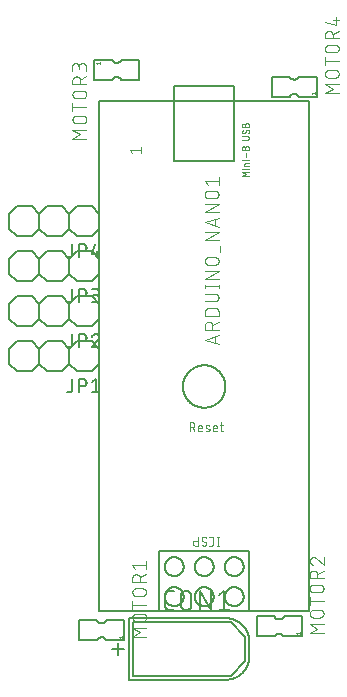
<source format=gbr>
G04 EAGLE Gerber RS-274X export*
G75*
%MOMM*%
%FSLAX34Y34*%
%LPD*%
%INSilkscreen Top*%
%IPPOS*%
%AMOC8*
5,1,8,0,0,1.08239X$1,22.5*%
G01*
%ADD10C,0.127000*%
%ADD11C,0.076200*%
%ADD12C,0.050800*%
%ADD13C,0.101600*%
%ADD14C,0.152400*%
%ADD15C,0.203200*%
%ADD16C,0.025400*%


D10*
X279400Y501650D02*
X279400Y69850D01*
X228600Y69850D01*
X152400Y69850D01*
X101600Y69850D01*
X101600Y501650D01*
X215900Y501650D01*
X279400Y501650D01*
X215900Y501650D02*
X215900Y514350D01*
X165100Y514350D01*
X165100Y450850D02*
X215900Y450850D01*
X215900Y501650D01*
X165100Y514350D02*
X165100Y450850D01*
X172539Y260350D02*
X172544Y260791D01*
X172561Y261231D01*
X172588Y261671D01*
X172625Y262110D01*
X172674Y262549D01*
X172733Y262985D01*
X172803Y263421D01*
X172884Y263854D01*
X172975Y264285D01*
X173077Y264714D01*
X173190Y265140D01*
X173312Y265564D01*
X173446Y265984D01*
X173589Y266401D01*
X173743Y266814D01*
X173906Y267223D01*
X174080Y267629D01*
X174263Y268029D01*
X174457Y268425D01*
X174660Y268817D01*
X174872Y269203D01*
X175094Y269584D01*
X175326Y269959D01*
X175566Y270329D01*
X175815Y270692D01*
X176074Y271049D01*
X176341Y271400D01*
X176616Y271744D01*
X176900Y272082D01*
X177192Y272412D01*
X177492Y272735D01*
X177800Y273050D01*
X178115Y273358D01*
X178438Y273658D01*
X178768Y273950D01*
X179106Y274234D01*
X179450Y274509D01*
X179801Y274776D01*
X180158Y275035D01*
X180521Y275284D01*
X180891Y275524D01*
X181266Y275756D01*
X181647Y275978D01*
X182033Y276190D01*
X182425Y276393D01*
X182821Y276587D01*
X183221Y276770D01*
X183627Y276944D01*
X184036Y277107D01*
X184449Y277261D01*
X184866Y277404D01*
X185286Y277538D01*
X185710Y277660D01*
X186136Y277773D01*
X186565Y277875D01*
X186996Y277966D01*
X187429Y278047D01*
X187865Y278117D01*
X188301Y278176D01*
X188740Y278225D01*
X189179Y278262D01*
X189619Y278289D01*
X190059Y278306D01*
X190500Y278311D01*
X190941Y278306D01*
X191381Y278289D01*
X191821Y278262D01*
X192260Y278225D01*
X192699Y278176D01*
X193135Y278117D01*
X193571Y278047D01*
X194004Y277966D01*
X194435Y277875D01*
X194864Y277773D01*
X195290Y277660D01*
X195714Y277538D01*
X196134Y277404D01*
X196551Y277261D01*
X196964Y277107D01*
X197373Y276944D01*
X197779Y276770D01*
X198179Y276587D01*
X198575Y276393D01*
X198967Y276190D01*
X199353Y275978D01*
X199734Y275756D01*
X200109Y275524D01*
X200479Y275284D01*
X200842Y275035D01*
X201199Y274776D01*
X201550Y274509D01*
X201894Y274234D01*
X202232Y273950D01*
X202562Y273658D01*
X202885Y273358D01*
X203200Y273050D01*
X203508Y272735D01*
X203808Y272412D01*
X204100Y272082D01*
X204384Y271744D01*
X204659Y271400D01*
X204926Y271049D01*
X205185Y270692D01*
X205434Y270329D01*
X205674Y269959D01*
X205906Y269584D01*
X206128Y269203D01*
X206340Y268817D01*
X206543Y268425D01*
X206737Y268029D01*
X206920Y267629D01*
X207094Y267223D01*
X207257Y266814D01*
X207411Y266401D01*
X207554Y265984D01*
X207688Y265564D01*
X207810Y265140D01*
X207923Y264714D01*
X208025Y264285D01*
X208116Y263854D01*
X208197Y263421D01*
X208267Y262985D01*
X208326Y262549D01*
X208375Y262110D01*
X208412Y261671D01*
X208439Y261231D01*
X208456Y260791D01*
X208461Y260350D01*
X208456Y259909D01*
X208439Y259469D01*
X208412Y259029D01*
X208375Y258590D01*
X208326Y258151D01*
X208267Y257715D01*
X208197Y257279D01*
X208116Y256846D01*
X208025Y256415D01*
X207923Y255986D01*
X207810Y255560D01*
X207688Y255136D01*
X207554Y254716D01*
X207411Y254299D01*
X207257Y253886D01*
X207094Y253477D01*
X206920Y253071D01*
X206737Y252671D01*
X206543Y252275D01*
X206340Y251883D01*
X206128Y251497D01*
X205906Y251116D01*
X205674Y250741D01*
X205434Y250371D01*
X205185Y250008D01*
X204926Y249651D01*
X204659Y249300D01*
X204384Y248956D01*
X204100Y248618D01*
X203808Y248288D01*
X203508Y247965D01*
X203200Y247650D01*
X202885Y247342D01*
X202562Y247042D01*
X202232Y246750D01*
X201894Y246466D01*
X201550Y246191D01*
X201199Y245924D01*
X200842Y245665D01*
X200479Y245416D01*
X200109Y245176D01*
X199734Y244944D01*
X199353Y244722D01*
X198967Y244510D01*
X198575Y244307D01*
X198179Y244113D01*
X197779Y243930D01*
X197373Y243756D01*
X196964Y243593D01*
X196551Y243439D01*
X196134Y243296D01*
X195714Y243162D01*
X195290Y243040D01*
X194864Y242927D01*
X194435Y242825D01*
X194004Y242734D01*
X193571Y242653D01*
X193135Y242583D01*
X192699Y242524D01*
X192260Y242475D01*
X191821Y242438D01*
X191381Y242411D01*
X190941Y242394D01*
X190500Y242389D01*
X190059Y242394D01*
X189619Y242411D01*
X189179Y242438D01*
X188740Y242475D01*
X188301Y242524D01*
X187865Y242583D01*
X187429Y242653D01*
X186996Y242734D01*
X186565Y242825D01*
X186136Y242927D01*
X185710Y243040D01*
X185286Y243162D01*
X184866Y243296D01*
X184449Y243439D01*
X184036Y243593D01*
X183627Y243756D01*
X183221Y243930D01*
X182821Y244113D01*
X182425Y244307D01*
X182033Y244510D01*
X181647Y244722D01*
X181266Y244944D01*
X180891Y245176D01*
X180521Y245416D01*
X180158Y245665D01*
X179801Y245924D01*
X179450Y246191D01*
X179106Y246466D01*
X178768Y246750D01*
X178438Y247042D01*
X178115Y247342D01*
X177800Y247650D01*
X177492Y247965D01*
X177192Y248288D01*
X176900Y248618D01*
X176616Y248956D01*
X176341Y249300D01*
X176074Y249651D01*
X175815Y250008D01*
X175566Y250371D01*
X175326Y250741D01*
X175094Y251116D01*
X174872Y251497D01*
X174660Y251883D01*
X174457Y252275D01*
X174263Y252671D01*
X174080Y253071D01*
X173906Y253477D01*
X173743Y253886D01*
X173589Y254299D01*
X173446Y254716D01*
X173312Y255136D01*
X173190Y255560D01*
X173077Y255986D01*
X172975Y256415D01*
X172884Y256846D01*
X172803Y257279D01*
X172733Y257715D01*
X172674Y258151D01*
X172625Y258590D01*
X172588Y259029D01*
X172561Y259469D01*
X172544Y259909D01*
X172539Y260350D01*
D11*
X178181Y229997D02*
X178181Y222631D01*
X178181Y229997D02*
X180227Y229997D01*
X180316Y229995D01*
X180405Y229989D01*
X180494Y229979D01*
X180582Y229966D01*
X180670Y229949D01*
X180757Y229927D01*
X180842Y229902D01*
X180927Y229874D01*
X181010Y229841D01*
X181092Y229805D01*
X181172Y229766D01*
X181250Y229723D01*
X181326Y229677D01*
X181401Y229627D01*
X181473Y229574D01*
X181542Y229518D01*
X181609Y229459D01*
X181674Y229398D01*
X181735Y229333D01*
X181794Y229266D01*
X181850Y229197D01*
X181903Y229125D01*
X181953Y229050D01*
X181999Y228974D01*
X182042Y228896D01*
X182081Y228816D01*
X182117Y228734D01*
X182150Y228651D01*
X182178Y228566D01*
X182203Y228481D01*
X182225Y228394D01*
X182242Y228306D01*
X182255Y228218D01*
X182265Y228129D01*
X182271Y228040D01*
X182273Y227951D01*
X182271Y227862D01*
X182265Y227773D01*
X182255Y227684D01*
X182242Y227596D01*
X182225Y227508D01*
X182203Y227421D01*
X182178Y227336D01*
X182150Y227251D01*
X182117Y227168D01*
X182081Y227086D01*
X182042Y227006D01*
X181999Y226928D01*
X181953Y226852D01*
X181903Y226777D01*
X181850Y226705D01*
X181794Y226636D01*
X181735Y226569D01*
X181674Y226504D01*
X181609Y226443D01*
X181542Y226384D01*
X181473Y226328D01*
X181401Y226275D01*
X181326Y226225D01*
X181250Y226179D01*
X181172Y226136D01*
X181092Y226097D01*
X181010Y226061D01*
X180927Y226028D01*
X180842Y226000D01*
X180757Y225975D01*
X180670Y225953D01*
X180582Y225936D01*
X180494Y225923D01*
X180405Y225913D01*
X180316Y225907D01*
X180227Y225905D01*
X178181Y225905D01*
X180636Y225905D02*
X182273Y222631D01*
X186594Y222631D02*
X188640Y222631D01*
X186594Y222631D02*
X186525Y222633D01*
X186457Y222639D01*
X186388Y222648D01*
X186321Y222662D01*
X186254Y222679D01*
X186188Y222700D01*
X186124Y222724D01*
X186061Y222753D01*
X186000Y222784D01*
X185941Y222819D01*
X185883Y222857D01*
X185828Y222899D01*
X185776Y222943D01*
X185726Y222991D01*
X185678Y223041D01*
X185634Y223093D01*
X185592Y223148D01*
X185554Y223206D01*
X185519Y223265D01*
X185488Y223326D01*
X185459Y223389D01*
X185435Y223453D01*
X185414Y223519D01*
X185397Y223586D01*
X185383Y223653D01*
X185374Y223722D01*
X185368Y223790D01*
X185366Y223859D01*
X185367Y223859D02*
X185367Y225905D01*
X185366Y225905D02*
X185368Y225984D01*
X185374Y226063D01*
X185383Y226142D01*
X185396Y226220D01*
X185414Y226297D01*
X185434Y226373D01*
X185459Y226448D01*
X185487Y226522D01*
X185518Y226595D01*
X185554Y226666D01*
X185592Y226735D01*
X185634Y226802D01*
X185679Y226867D01*
X185727Y226930D01*
X185778Y226991D01*
X185832Y227048D01*
X185888Y227104D01*
X185947Y227156D01*
X186009Y227206D01*
X186073Y227252D01*
X186139Y227296D01*
X186207Y227336D01*
X186277Y227372D01*
X186349Y227406D01*
X186423Y227436D01*
X186497Y227462D01*
X186573Y227485D01*
X186650Y227503D01*
X186727Y227519D01*
X186806Y227530D01*
X186884Y227538D01*
X186963Y227542D01*
X187043Y227542D01*
X187122Y227538D01*
X187200Y227530D01*
X187279Y227519D01*
X187356Y227503D01*
X187433Y227485D01*
X187509Y227462D01*
X187583Y227436D01*
X187657Y227406D01*
X187729Y227372D01*
X187799Y227336D01*
X187867Y227296D01*
X187933Y227252D01*
X187997Y227206D01*
X188059Y227156D01*
X188118Y227104D01*
X188174Y227048D01*
X188228Y226991D01*
X188279Y226930D01*
X188327Y226867D01*
X188372Y226802D01*
X188414Y226735D01*
X188452Y226666D01*
X188488Y226595D01*
X188519Y226522D01*
X188547Y226448D01*
X188572Y226373D01*
X188592Y226297D01*
X188610Y226220D01*
X188623Y226142D01*
X188632Y226063D01*
X188638Y225984D01*
X188640Y225905D01*
X188640Y225086D01*
X185367Y225086D01*
X192320Y225496D02*
X194366Y224677D01*
X192320Y225496D02*
X192261Y225521D01*
X192204Y225550D01*
X192149Y225583D01*
X192096Y225619D01*
X192045Y225657D01*
X191997Y225699D01*
X191951Y225744D01*
X191908Y225791D01*
X191868Y225841D01*
X191831Y225893D01*
X191797Y225948D01*
X191766Y226004D01*
X191739Y226062D01*
X191716Y226122D01*
X191696Y226182D01*
X191680Y226244D01*
X191667Y226307D01*
X191659Y226371D01*
X191654Y226434D01*
X191653Y226498D01*
X191656Y226562D01*
X191663Y226626D01*
X191674Y226689D01*
X191688Y226751D01*
X191706Y226813D01*
X191728Y226873D01*
X191753Y226932D01*
X191782Y226989D01*
X191815Y227044D01*
X191850Y227097D01*
X191889Y227148D01*
X191931Y227197D01*
X191975Y227243D01*
X192023Y227286D01*
X192072Y227326D01*
X192125Y227363D01*
X192179Y227397D01*
X192235Y227428D01*
X192293Y227455D01*
X192352Y227479D01*
X192413Y227498D01*
X192475Y227515D01*
X192538Y227527D01*
X192601Y227536D01*
X192665Y227541D01*
X192729Y227542D01*
X192865Y227538D01*
X193000Y227530D01*
X193136Y227518D01*
X193270Y227502D01*
X193405Y227482D01*
X193538Y227459D01*
X193671Y227431D01*
X193803Y227400D01*
X193934Y227365D01*
X194064Y227326D01*
X194193Y227283D01*
X194320Y227236D01*
X194446Y227186D01*
X194571Y227132D01*
X194366Y224677D02*
X194425Y224652D01*
X194482Y224623D01*
X194537Y224590D01*
X194590Y224554D01*
X194641Y224516D01*
X194689Y224474D01*
X194735Y224429D01*
X194778Y224382D01*
X194818Y224332D01*
X194855Y224280D01*
X194889Y224225D01*
X194920Y224169D01*
X194947Y224111D01*
X194970Y224051D01*
X194990Y223991D01*
X195006Y223929D01*
X195019Y223866D01*
X195027Y223802D01*
X195032Y223739D01*
X195033Y223675D01*
X195030Y223611D01*
X195023Y223547D01*
X195012Y223484D01*
X194998Y223422D01*
X194980Y223360D01*
X194958Y223300D01*
X194933Y223241D01*
X194904Y223184D01*
X194871Y223129D01*
X194836Y223076D01*
X194797Y223025D01*
X194755Y222976D01*
X194711Y222930D01*
X194663Y222887D01*
X194614Y222847D01*
X194561Y222810D01*
X194507Y222776D01*
X194451Y222745D01*
X194393Y222718D01*
X194334Y222694D01*
X194273Y222675D01*
X194211Y222658D01*
X194148Y222646D01*
X194085Y222637D01*
X194021Y222632D01*
X193957Y222631D01*
X193793Y222635D01*
X193629Y222643D01*
X193465Y222655D01*
X193302Y222671D01*
X193139Y222691D01*
X192976Y222714D01*
X192815Y222742D01*
X192653Y222773D01*
X192493Y222808D01*
X192334Y222847D01*
X192175Y222890D01*
X192018Y222936D01*
X191861Y222986D01*
X191706Y223040D01*
X199274Y222631D02*
X201320Y222631D01*
X199274Y222631D02*
X199205Y222633D01*
X199137Y222639D01*
X199068Y222648D01*
X199001Y222662D01*
X198934Y222679D01*
X198868Y222700D01*
X198804Y222724D01*
X198741Y222753D01*
X198680Y222784D01*
X198621Y222819D01*
X198563Y222857D01*
X198508Y222899D01*
X198456Y222943D01*
X198406Y222991D01*
X198358Y223041D01*
X198314Y223093D01*
X198272Y223148D01*
X198234Y223206D01*
X198199Y223265D01*
X198168Y223326D01*
X198139Y223389D01*
X198115Y223453D01*
X198094Y223519D01*
X198077Y223586D01*
X198063Y223653D01*
X198054Y223722D01*
X198048Y223790D01*
X198046Y223859D01*
X198046Y225905D01*
X198048Y225984D01*
X198054Y226063D01*
X198063Y226142D01*
X198076Y226220D01*
X198094Y226297D01*
X198114Y226373D01*
X198139Y226448D01*
X198167Y226522D01*
X198198Y226595D01*
X198234Y226666D01*
X198272Y226735D01*
X198314Y226802D01*
X198359Y226867D01*
X198407Y226930D01*
X198458Y226991D01*
X198512Y227048D01*
X198568Y227104D01*
X198627Y227156D01*
X198689Y227206D01*
X198753Y227252D01*
X198819Y227296D01*
X198887Y227336D01*
X198957Y227372D01*
X199029Y227406D01*
X199103Y227436D01*
X199177Y227462D01*
X199253Y227485D01*
X199330Y227503D01*
X199407Y227519D01*
X199486Y227530D01*
X199564Y227538D01*
X199643Y227542D01*
X199723Y227542D01*
X199802Y227538D01*
X199880Y227530D01*
X199959Y227519D01*
X200036Y227503D01*
X200113Y227485D01*
X200189Y227462D01*
X200263Y227436D01*
X200337Y227406D01*
X200409Y227372D01*
X200479Y227336D01*
X200547Y227296D01*
X200613Y227252D01*
X200677Y227206D01*
X200739Y227156D01*
X200798Y227104D01*
X200854Y227048D01*
X200908Y226991D01*
X200959Y226930D01*
X201007Y226867D01*
X201052Y226802D01*
X201094Y226735D01*
X201132Y226666D01*
X201168Y226595D01*
X201199Y226522D01*
X201227Y226448D01*
X201252Y226373D01*
X201272Y226297D01*
X201290Y226220D01*
X201303Y226142D01*
X201312Y226063D01*
X201318Y225984D01*
X201320Y225905D01*
X201320Y225086D01*
X198046Y225086D01*
X203756Y227542D02*
X206211Y227542D01*
X204574Y229997D02*
X204574Y223859D01*
X204576Y223790D01*
X204582Y223722D01*
X204591Y223653D01*
X204605Y223586D01*
X204622Y223519D01*
X204643Y223453D01*
X204667Y223389D01*
X204696Y223326D01*
X204727Y223265D01*
X204762Y223206D01*
X204800Y223148D01*
X204842Y223093D01*
X204886Y223041D01*
X204934Y222991D01*
X204984Y222943D01*
X205036Y222899D01*
X205091Y222857D01*
X205149Y222819D01*
X205208Y222784D01*
X205269Y222753D01*
X205332Y222724D01*
X205396Y222700D01*
X205462Y222679D01*
X205529Y222662D01*
X205596Y222648D01*
X205665Y222639D01*
X205733Y222633D01*
X205802Y222631D01*
X206211Y222631D01*
X129469Y457948D02*
X127381Y460558D01*
X136779Y460558D01*
X136779Y457948D02*
X136779Y463169D01*
D12*
X222758Y438404D02*
X228346Y438404D01*
X225862Y440267D02*
X222758Y438404D01*
X225862Y440267D02*
X222758Y442129D01*
X228346Y442129D01*
X228346Y444656D02*
X224621Y444656D01*
X223068Y444501D02*
X222758Y444501D01*
X222758Y444811D01*
X223068Y444811D01*
X223068Y444501D01*
X224621Y447072D02*
X228346Y447072D01*
X224621Y447072D02*
X224621Y448624D01*
X224623Y448682D01*
X224628Y448741D01*
X224637Y448798D01*
X224650Y448856D01*
X224667Y448912D01*
X224686Y448967D01*
X224710Y449020D01*
X224736Y449073D01*
X224766Y449123D01*
X224799Y449171D01*
X224835Y449217D01*
X224873Y449261D01*
X224915Y449303D01*
X224959Y449341D01*
X225005Y449377D01*
X225053Y449410D01*
X225103Y449440D01*
X225156Y449466D01*
X225209Y449490D01*
X225264Y449509D01*
X225320Y449526D01*
X225378Y449539D01*
X225435Y449548D01*
X225494Y449553D01*
X225552Y449555D01*
X228346Y449555D01*
X228346Y451971D02*
X224621Y451971D01*
X223068Y451816D02*
X222758Y451816D01*
X222758Y452126D01*
X223068Y452126D01*
X223068Y451816D01*
X226173Y454314D02*
X226173Y458040D01*
X225242Y460743D02*
X225242Y462295D01*
X225244Y462372D01*
X225250Y462450D01*
X225259Y462526D01*
X225273Y462603D01*
X225290Y462678D01*
X225311Y462752D01*
X225336Y462826D01*
X225364Y462898D01*
X225396Y462968D01*
X225431Y463037D01*
X225470Y463104D01*
X225512Y463169D01*
X225557Y463232D01*
X225605Y463293D01*
X225656Y463351D01*
X225710Y463406D01*
X225767Y463459D01*
X225826Y463508D01*
X225888Y463555D01*
X225952Y463599D01*
X226018Y463639D01*
X226086Y463676D01*
X226156Y463710D01*
X226227Y463740D01*
X226300Y463766D01*
X226374Y463789D01*
X226449Y463808D01*
X226524Y463823D01*
X226601Y463835D01*
X226678Y463843D01*
X226755Y463847D01*
X226833Y463847D01*
X226910Y463843D01*
X226987Y463835D01*
X227064Y463823D01*
X227139Y463808D01*
X227214Y463789D01*
X227288Y463766D01*
X227361Y463740D01*
X227432Y463710D01*
X227502Y463676D01*
X227570Y463639D01*
X227636Y463599D01*
X227700Y463555D01*
X227762Y463508D01*
X227821Y463459D01*
X227878Y463406D01*
X227932Y463351D01*
X227983Y463293D01*
X228031Y463232D01*
X228076Y463169D01*
X228118Y463104D01*
X228157Y463037D01*
X228192Y462968D01*
X228224Y462898D01*
X228252Y462826D01*
X228277Y462752D01*
X228298Y462678D01*
X228315Y462603D01*
X228329Y462526D01*
X228338Y462450D01*
X228344Y462372D01*
X228346Y462295D01*
X228346Y460743D01*
X222758Y460743D01*
X222758Y462295D01*
X222760Y462365D01*
X222766Y462434D01*
X222776Y462503D01*
X222789Y462571D01*
X222807Y462639D01*
X222828Y462705D01*
X222853Y462770D01*
X222881Y462834D01*
X222913Y462896D01*
X222948Y462956D01*
X222987Y463014D01*
X223029Y463069D01*
X223074Y463123D01*
X223122Y463173D01*
X223172Y463221D01*
X223226Y463266D01*
X223281Y463308D01*
X223339Y463347D01*
X223399Y463382D01*
X223461Y463414D01*
X223525Y463442D01*
X223590Y463467D01*
X223656Y463488D01*
X223724Y463506D01*
X223792Y463519D01*
X223861Y463529D01*
X223930Y463535D01*
X224000Y463537D01*
X224070Y463535D01*
X224139Y463529D01*
X224208Y463519D01*
X224276Y463506D01*
X224344Y463488D01*
X224410Y463467D01*
X224475Y463442D01*
X224539Y463414D01*
X224601Y463382D01*
X224661Y463347D01*
X224719Y463308D01*
X224774Y463266D01*
X224828Y463221D01*
X224878Y463173D01*
X224926Y463123D01*
X224971Y463069D01*
X225013Y463014D01*
X225052Y462956D01*
X225087Y462896D01*
X225119Y462834D01*
X225147Y462770D01*
X225172Y462705D01*
X225193Y462639D01*
X225211Y462571D01*
X225224Y462503D01*
X225234Y462434D01*
X225240Y462365D01*
X225242Y462295D01*
X226794Y469072D02*
X222758Y469072D01*
X226794Y469072D02*
X226871Y469074D01*
X226949Y469080D01*
X227025Y469089D01*
X227102Y469103D01*
X227177Y469120D01*
X227251Y469141D01*
X227325Y469166D01*
X227397Y469194D01*
X227467Y469226D01*
X227536Y469261D01*
X227603Y469300D01*
X227668Y469342D01*
X227731Y469387D01*
X227792Y469435D01*
X227850Y469486D01*
X227905Y469540D01*
X227958Y469597D01*
X228007Y469656D01*
X228054Y469718D01*
X228098Y469782D01*
X228138Y469848D01*
X228175Y469916D01*
X228209Y469986D01*
X228239Y470057D01*
X228265Y470130D01*
X228288Y470204D01*
X228307Y470279D01*
X228322Y470354D01*
X228334Y470431D01*
X228342Y470508D01*
X228346Y470585D01*
X228346Y470663D01*
X228342Y470740D01*
X228334Y470817D01*
X228322Y470894D01*
X228307Y470969D01*
X228288Y471044D01*
X228265Y471118D01*
X228239Y471191D01*
X228209Y471262D01*
X228175Y471332D01*
X228138Y471400D01*
X228098Y471466D01*
X228054Y471530D01*
X228007Y471592D01*
X227958Y471651D01*
X227905Y471708D01*
X227850Y471762D01*
X227792Y471813D01*
X227731Y471861D01*
X227668Y471906D01*
X227603Y471948D01*
X227536Y471987D01*
X227467Y472022D01*
X227397Y472054D01*
X227325Y472082D01*
X227251Y472107D01*
X227177Y472128D01*
X227102Y472145D01*
X227025Y472159D01*
X226949Y472168D01*
X226871Y472174D01*
X226794Y472176D01*
X226794Y472177D02*
X222758Y472177D01*
X227104Y477663D02*
X227174Y477661D01*
X227243Y477655D01*
X227312Y477645D01*
X227380Y477632D01*
X227448Y477614D01*
X227514Y477593D01*
X227579Y477568D01*
X227643Y477540D01*
X227705Y477508D01*
X227765Y477473D01*
X227823Y477434D01*
X227878Y477392D01*
X227932Y477347D01*
X227982Y477299D01*
X228030Y477249D01*
X228075Y477195D01*
X228117Y477140D01*
X228156Y477082D01*
X228191Y477022D01*
X228223Y476960D01*
X228251Y476896D01*
X228276Y476831D01*
X228297Y476765D01*
X228315Y476697D01*
X228328Y476629D01*
X228338Y476560D01*
X228344Y476491D01*
X228346Y476421D01*
X228344Y476322D01*
X228339Y476224D01*
X228329Y476126D01*
X228316Y476028D01*
X228300Y475931D01*
X228280Y475834D01*
X228256Y475739D01*
X228228Y475644D01*
X228197Y475550D01*
X228163Y475458D01*
X228125Y475367D01*
X228084Y475277D01*
X228039Y475189D01*
X227991Y475103D01*
X227940Y475019D01*
X227886Y474937D01*
X227828Y474856D01*
X227768Y474778D01*
X227705Y474703D01*
X227639Y474629D01*
X227570Y474559D01*
X224000Y474714D02*
X223930Y474716D01*
X223861Y474722D01*
X223792Y474732D01*
X223724Y474745D01*
X223656Y474763D01*
X223590Y474784D01*
X223525Y474809D01*
X223461Y474837D01*
X223399Y474869D01*
X223339Y474904D01*
X223281Y474943D01*
X223226Y474985D01*
X223172Y475030D01*
X223122Y475078D01*
X223074Y475128D01*
X223029Y475182D01*
X222987Y475237D01*
X222948Y475295D01*
X222913Y475355D01*
X222881Y475417D01*
X222853Y475481D01*
X222828Y475546D01*
X222807Y475612D01*
X222789Y475680D01*
X222776Y475748D01*
X222766Y475817D01*
X222760Y475886D01*
X222758Y475956D01*
X222760Y476050D01*
X222766Y476143D01*
X222775Y476236D01*
X222788Y476329D01*
X222805Y476421D01*
X222825Y476512D01*
X222850Y476603D01*
X222877Y476692D01*
X222909Y476780D01*
X222944Y476867D01*
X222982Y476953D01*
X223024Y477036D01*
X223069Y477119D01*
X223117Y477199D01*
X223169Y477277D01*
X223224Y477353D01*
X225086Y475335D02*
X225050Y475276D01*
X225010Y475220D01*
X224967Y475166D01*
X224922Y475114D01*
X224873Y475065D01*
X224822Y475019D01*
X224769Y474976D01*
X224713Y474935D01*
X224655Y474898D01*
X224595Y474863D01*
X224534Y474833D01*
X224471Y474805D01*
X224406Y474781D01*
X224340Y474761D01*
X224273Y474744D01*
X224206Y474731D01*
X224138Y474722D01*
X224069Y474716D01*
X224000Y474714D01*
X226018Y477042D02*
X226054Y477101D01*
X226094Y477157D01*
X226137Y477211D01*
X226182Y477263D01*
X226231Y477312D01*
X226282Y477358D01*
X226335Y477401D01*
X226391Y477442D01*
X226449Y477479D01*
X226509Y477514D01*
X226570Y477544D01*
X226633Y477572D01*
X226698Y477596D01*
X226764Y477616D01*
X226831Y477633D01*
X226898Y477646D01*
X226966Y477655D01*
X227035Y477661D01*
X227104Y477663D01*
X226018Y477042D02*
X225086Y475335D01*
X225242Y480128D02*
X225242Y481680D01*
X225244Y481757D01*
X225250Y481835D01*
X225259Y481911D01*
X225273Y481988D01*
X225290Y482063D01*
X225311Y482137D01*
X225336Y482211D01*
X225364Y482283D01*
X225396Y482353D01*
X225431Y482422D01*
X225470Y482489D01*
X225512Y482554D01*
X225557Y482617D01*
X225605Y482678D01*
X225656Y482736D01*
X225710Y482791D01*
X225767Y482844D01*
X225826Y482893D01*
X225888Y482940D01*
X225952Y482984D01*
X226018Y483024D01*
X226086Y483061D01*
X226156Y483095D01*
X226227Y483125D01*
X226300Y483151D01*
X226374Y483174D01*
X226449Y483193D01*
X226524Y483208D01*
X226601Y483220D01*
X226678Y483228D01*
X226755Y483232D01*
X226833Y483232D01*
X226910Y483228D01*
X226987Y483220D01*
X227064Y483208D01*
X227139Y483193D01*
X227214Y483174D01*
X227288Y483151D01*
X227361Y483125D01*
X227432Y483095D01*
X227502Y483061D01*
X227570Y483024D01*
X227636Y482984D01*
X227700Y482940D01*
X227762Y482893D01*
X227821Y482844D01*
X227878Y482791D01*
X227932Y482736D01*
X227983Y482678D01*
X228031Y482617D01*
X228076Y482554D01*
X228118Y482489D01*
X228157Y482422D01*
X228192Y482353D01*
X228224Y482283D01*
X228252Y482211D01*
X228277Y482137D01*
X228298Y482063D01*
X228315Y481988D01*
X228329Y481911D01*
X228338Y481835D01*
X228344Y481757D01*
X228346Y481680D01*
X228346Y480128D01*
X222758Y480128D01*
X222758Y481680D01*
X222760Y481750D01*
X222766Y481819D01*
X222776Y481888D01*
X222789Y481956D01*
X222807Y482024D01*
X222828Y482090D01*
X222853Y482155D01*
X222881Y482219D01*
X222913Y482281D01*
X222948Y482341D01*
X222987Y482399D01*
X223029Y482454D01*
X223074Y482508D01*
X223122Y482558D01*
X223172Y482606D01*
X223226Y482651D01*
X223281Y482693D01*
X223339Y482732D01*
X223399Y482767D01*
X223461Y482799D01*
X223525Y482827D01*
X223590Y482852D01*
X223656Y482873D01*
X223724Y482891D01*
X223792Y482904D01*
X223861Y482914D01*
X223930Y482920D01*
X224000Y482922D01*
X224070Y482920D01*
X224139Y482914D01*
X224208Y482904D01*
X224276Y482891D01*
X224344Y482873D01*
X224410Y482852D01*
X224475Y482827D01*
X224539Y482799D01*
X224601Y482767D01*
X224661Y482732D01*
X224719Y482693D01*
X224774Y482651D01*
X224828Y482606D01*
X224878Y482558D01*
X224926Y482508D01*
X224971Y482454D01*
X225013Y482399D01*
X225052Y482341D01*
X225087Y482281D01*
X225119Y482219D01*
X225147Y482155D01*
X225172Y482090D01*
X225193Y482024D01*
X225211Y481956D01*
X225224Y481888D01*
X225234Y481819D01*
X225240Y481750D01*
X225242Y481680D01*
D10*
X228600Y120650D02*
X228600Y69850D01*
X228600Y120650D02*
X152400Y120650D01*
X152400Y69850D01*
X157100Y82550D02*
X157102Y82746D01*
X157110Y82943D01*
X157122Y83139D01*
X157139Y83334D01*
X157160Y83529D01*
X157187Y83724D01*
X157218Y83918D01*
X157254Y84111D01*
X157294Y84303D01*
X157340Y84494D01*
X157390Y84684D01*
X157444Y84872D01*
X157504Y85059D01*
X157568Y85245D01*
X157636Y85429D01*
X157709Y85611D01*
X157786Y85792D01*
X157868Y85970D01*
X157954Y86147D01*
X158045Y86321D01*
X158139Y86493D01*
X158238Y86663D01*
X158341Y86830D01*
X158448Y86995D01*
X158559Y87156D01*
X158674Y87316D01*
X158793Y87472D01*
X158916Y87625D01*
X159042Y87775D01*
X159172Y87922D01*
X159306Y88066D01*
X159443Y88207D01*
X159584Y88344D01*
X159728Y88478D01*
X159875Y88608D01*
X160025Y88734D01*
X160178Y88857D01*
X160334Y88976D01*
X160494Y89091D01*
X160655Y89202D01*
X160820Y89309D01*
X160987Y89412D01*
X161157Y89511D01*
X161329Y89605D01*
X161503Y89696D01*
X161680Y89782D01*
X161858Y89864D01*
X162039Y89941D01*
X162221Y90014D01*
X162405Y90082D01*
X162591Y90146D01*
X162778Y90206D01*
X162966Y90260D01*
X163156Y90310D01*
X163347Y90356D01*
X163539Y90396D01*
X163732Y90432D01*
X163926Y90463D01*
X164121Y90490D01*
X164316Y90511D01*
X164511Y90528D01*
X164707Y90540D01*
X164904Y90548D01*
X165100Y90550D01*
X165296Y90548D01*
X165493Y90540D01*
X165689Y90528D01*
X165884Y90511D01*
X166079Y90490D01*
X166274Y90463D01*
X166468Y90432D01*
X166661Y90396D01*
X166853Y90356D01*
X167044Y90310D01*
X167234Y90260D01*
X167422Y90206D01*
X167609Y90146D01*
X167795Y90082D01*
X167979Y90014D01*
X168161Y89941D01*
X168342Y89864D01*
X168520Y89782D01*
X168697Y89696D01*
X168871Y89605D01*
X169043Y89511D01*
X169213Y89412D01*
X169380Y89309D01*
X169545Y89202D01*
X169706Y89091D01*
X169866Y88976D01*
X170022Y88857D01*
X170175Y88734D01*
X170325Y88608D01*
X170472Y88478D01*
X170616Y88344D01*
X170757Y88207D01*
X170894Y88066D01*
X171028Y87922D01*
X171158Y87775D01*
X171284Y87625D01*
X171407Y87472D01*
X171526Y87316D01*
X171641Y87156D01*
X171752Y86995D01*
X171859Y86830D01*
X171962Y86663D01*
X172061Y86493D01*
X172155Y86321D01*
X172246Y86147D01*
X172332Y85970D01*
X172414Y85792D01*
X172491Y85611D01*
X172564Y85429D01*
X172632Y85245D01*
X172696Y85059D01*
X172756Y84872D01*
X172810Y84684D01*
X172860Y84494D01*
X172906Y84303D01*
X172946Y84111D01*
X172982Y83918D01*
X173013Y83724D01*
X173040Y83529D01*
X173061Y83334D01*
X173078Y83139D01*
X173090Y82943D01*
X173098Y82746D01*
X173100Y82550D01*
X173098Y82354D01*
X173090Y82157D01*
X173078Y81961D01*
X173061Y81766D01*
X173040Y81571D01*
X173013Y81376D01*
X172982Y81182D01*
X172946Y80989D01*
X172906Y80797D01*
X172860Y80606D01*
X172810Y80416D01*
X172756Y80228D01*
X172696Y80041D01*
X172632Y79855D01*
X172564Y79671D01*
X172491Y79489D01*
X172414Y79308D01*
X172332Y79130D01*
X172246Y78953D01*
X172155Y78779D01*
X172061Y78607D01*
X171962Y78437D01*
X171859Y78270D01*
X171752Y78105D01*
X171641Y77944D01*
X171526Y77784D01*
X171407Y77628D01*
X171284Y77475D01*
X171158Y77325D01*
X171028Y77178D01*
X170894Y77034D01*
X170757Y76893D01*
X170616Y76756D01*
X170472Y76622D01*
X170325Y76492D01*
X170175Y76366D01*
X170022Y76243D01*
X169866Y76124D01*
X169706Y76009D01*
X169545Y75898D01*
X169380Y75791D01*
X169213Y75688D01*
X169043Y75589D01*
X168871Y75495D01*
X168697Y75404D01*
X168520Y75318D01*
X168342Y75236D01*
X168161Y75159D01*
X167979Y75086D01*
X167795Y75018D01*
X167609Y74954D01*
X167422Y74894D01*
X167234Y74840D01*
X167044Y74790D01*
X166853Y74744D01*
X166661Y74704D01*
X166468Y74668D01*
X166274Y74637D01*
X166079Y74610D01*
X165884Y74589D01*
X165689Y74572D01*
X165493Y74560D01*
X165296Y74552D01*
X165100Y74550D01*
X164904Y74552D01*
X164707Y74560D01*
X164511Y74572D01*
X164316Y74589D01*
X164121Y74610D01*
X163926Y74637D01*
X163732Y74668D01*
X163539Y74704D01*
X163347Y74744D01*
X163156Y74790D01*
X162966Y74840D01*
X162778Y74894D01*
X162591Y74954D01*
X162405Y75018D01*
X162221Y75086D01*
X162039Y75159D01*
X161858Y75236D01*
X161680Y75318D01*
X161503Y75404D01*
X161329Y75495D01*
X161157Y75589D01*
X160987Y75688D01*
X160820Y75791D01*
X160655Y75898D01*
X160494Y76009D01*
X160334Y76124D01*
X160178Y76243D01*
X160025Y76366D01*
X159875Y76492D01*
X159728Y76622D01*
X159584Y76756D01*
X159443Y76893D01*
X159306Y77034D01*
X159172Y77178D01*
X159042Y77325D01*
X158916Y77475D01*
X158793Y77628D01*
X158674Y77784D01*
X158559Y77944D01*
X158448Y78105D01*
X158341Y78270D01*
X158238Y78437D01*
X158139Y78607D01*
X158045Y78779D01*
X157954Y78953D01*
X157868Y79130D01*
X157786Y79308D01*
X157709Y79489D01*
X157636Y79671D01*
X157568Y79855D01*
X157504Y80041D01*
X157444Y80228D01*
X157390Y80416D01*
X157340Y80606D01*
X157294Y80797D01*
X157254Y80989D01*
X157218Y81182D01*
X157187Y81376D01*
X157160Y81571D01*
X157139Y81766D01*
X157122Y81961D01*
X157110Y82157D01*
X157102Y82354D01*
X157100Y82550D01*
X182500Y82550D02*
X182502Y82746D01*
X182510Y82943D01*
X182522Y83139D01*
X182539Y83334D01*
X182560Y83529D01*
X182587Y83724D01*
X182618Y83918D01*
X182654Y84111D01*
X182694Y84303D01*
X182740Y84494D01*
X182790Y84684D01*
X182844Y84872D01*
X182904Y85059D01*
X182968Y85245D01*
X183036Y85429D01*
X183109Y85611D01*
X183186Y85792D01*
X183268Y85970D01*
X183354Y86147D01*
X183445Y86321D01*
X183539Y86493D01*
X183638Y86663D01*
X183741Y86830D01*
X183848Y86995D01*
X183959Y87156D01*
X184074Y87316D01*
X184193Y87472D01*
X184316Y87625D01*
X184442Y87775D01*
X184572Y87922D01*
X184706Y88066D01*
X184843Y88207D01*
X184984Y88344D01*
X185128Y88478D01*
X185275Y88608D01*
X185425Y88734D01*
X185578Y88857D01*
X185734Y88976D01*
X185894Y89091D01*
X186055Y89202D01*
X186220Y89309D01*
X186387Y89412D01*
X186557Y89511D01*
X186729Y89605D01*
X186903Y89696D01*
X187080Y89782D01*
X187258Y89864D01*
X187439Y89941D01*
X187621Y90014D01*
X187805Y90082D01*
X187991Y90146D01*
X188178Y90206D01*
X188366Y90260D01*
X188556Y90310D01*
X188747Y90356D01*
X188939Y90396D01*
X189132Y90432D01*
X189326Y90463D01*
X189521Y90490D01*
X189716Y90511D01*
X189911Y90528D01*
X190107Y90540D01*
X190304Y90548D01*
X190500Y90550D01*
X190696Y90548D01*
X190893Y90540D01*
X191089Y90528D01*
X191284Y90511D01*
X191479Y90490D01*
X191674Y90463D01*
X191868Y90432D01*
X192061Y90396D01*
X192253Y90356D01*
X192444Y90310D01*
X192634Y90260D01*
X192822Y90206D01*
X193009Y90146D01*
X193195Y90082D01*
X193379Y90014D01*
X193561Y89941D01*
X193742Y89864D01*
X193920Y89782D01*
X194097Y89696D01*
X194271Y89605D01*
X194443Y89511D01*
X194613Y89412D01*
X194780Y89309D01*
X194945Y89202D01*
X195106Y89091D01*
X195266Y88976D01*
X195422Y88857D01*
X195575Y88734D01*
X195725Y88608D01*
X195872Y88478D01*
X196016Y88344D01*
X196157Y88207D01*
X196294Y88066D01*
X196428Y87922D01*
X196558Y87775D01*
X196684Y87625D01*
X196807Y87472D01*
X196926Y87316D01*
X197041Y87156D01*
X197152Y86995D01*
X197259Y86830D01*
X197362Y86663D01*
X197461Y86493D01*
X197555Y86321D01*
X197646Y86147D01*
X197732Y85970D01*
X197814Y85792D01*
X197891Y85611D01*
X197964Y85429D01*
X198032Y85245D01*
X198096Y85059D01*
X198156Y84872D01*
X198210Y84684D01*
X198260Y84494D01*
X198306Y84303D01*
X198346Y84111D01*
X198382Y83918D01*
X198413Y83724D01*
X198440Y83529D01*
X198461Y83334D01*
X198478Y83139D01*
X198490Y82943D01*
X198498Y82746D01*
X198500Y82550D01*
X198498Y82354D01*
X198490Y82157D01*
X198478Y81961D01*
X198461Y81766D01*
X198440Y81571D01*
X198413Y81376D01*
X198382Y81182D01*
X198346Y80989D01*
X198306Y80797D01*
X198260Y80606D01*
X198210Y80416D01*
X198156Y80228D01*
X198096Y80041D01*
X198032Y79855D01*
X197964Y79671D01*
X197891Y79489D01*
X197814Y79308D01*
X197732Y79130D01*
X197646Y78953D01*
X197555Y78779D01*
X197461Y78607D01*
X197362Y78437D01*
X197259Y78270D01*
X197152Y78105D01*
X197041Y77944D01*
X196926Y77784D01*
X196807Y77628D01*
X196684Y77475D01*
X196558Y77325D01*
X196428Y77178D01*
X196294Y77034D01*
X196157Y76893D01*
X196016Y76756D01*
X195872Y76622D01*
X195725Y76492D01*
X195575Y76366D01*
X195422Y76243D01*
X195266Y76124D01*
X195106Y76009D01*
X194945Y75898D01*
X194780Y75791D01*
X194613Y75688D01*
X194443Y75589D01*
X194271Y75495D01*
X194097Y75404D01*
X193920Y75318D01*
X193742Y75236D01*
X193561Y75159D01*
X193379Y75086D01*
X193195Y75018D01*
X193009Y74954D01*
X192822Y74894D01*
X192634Y74840D01*
X192444Y74790D01*
X192253Y74744D01*
X192061Y74704D01*
X191868Y74668D01*
X191674Y74637D01*
X191479Y74610D01*
X191284Y74589D01*
X191089Y74572D01*
X190893Y74560D01*
X190696Y74552D01*
X190500Y74550D01*
X190304Y74552D01*
X190107Y74560D01*
X189911Y74572D01*
X189716Y74589D01*
X189521Y74610D01*
X189326Y74637D01*
X189132Y74668D01*
X188939Y74704D01*
X188747Y74744D01*
X188556Y74790D01*
X188366Y74840D01*
X188178Y74894D01*
X187991Y74954D01*
X187805Y75018D01*
X187621Y75086D01*
X187439Y75159D01*
X187258Y75236D01*
X187080Y75318D01*
X186903Y75404D01*
X186729Y75495D01*
X186557Y75589D01*
X186387Y75688D01*
X186220Y75791D01*
X186055Y75898D01*
X185894Y76009D01*
X185734Y76124D01*
X185578Y76243D01*
X185425Y76366D01*
X185275Y76492D01*
X185128Y76622D01*
X184984Y76756D01*
X184843Y76893D01*
X184706Y77034D01*
X184572Y77178D01*
X184442Y77325D01*
X184316Y77475D01*
X184193Y77628D01*
X184074Y77784D01*
X183959Y77944D01*
X183848Y78105D01*
X183741Y78270D01*
X183638Y78437D01*
X183539Y78607D01*
X183445Y78779D01*
X183354Y78953D01*
X183268Y79130D01*
X183186Y79308D01*
X183109Y79489D01*
X183036Y79671D01*
X182968Y79855D01*
X182904Y80041D01*
X182844Y80228D01*
X182790Y80416D01*
X182740Y80606D01*
X182694Y80797D01*
X182654Y80989D01*
X182618Y81182D01*
X182587Y81376D01*
X182560Y81571D01*
X182539Y81766D01*
X182522Y81961D01*
X182510Y82157D01*
X182502Y82354D01*
X182500Y82550D01*
X207900Y82550D02*
X207902Y82746D01*
X207910Y82943D01*
X207922Y83139D01*
X207939Y83334D01*
X207960Y83529D01*
X207987Y83724D01*
X208018Y83918D01*
X208054Y84111D01*
X208094Y84303D01*
X208140Y84494D01*
X208190Y84684D01*
X208244Y84872D01*
X208304Y85059D01*
X208368Y85245D01*
X208436Y85429D01*
X208509Y85611D01*
X208586Y85792D01*
X208668Y85970D01*
X208754Y86147D01*
X208845Y86321D01*
X208939Y86493D01*
X209038Y86663D01*
X209141Y86830D01*
X209248Y86995D01*
X209359Y87156D01*
X209474Y87316D01*
X209593Y87472D01*
X209716Y87625D01*
X209842Y87775D01*
X209972Y87922D01*
X210106Y88066D01*
X210243Y88207D01*
X210384Y88344D01*
X210528Y88478D01*
X210675Y88608D01*
X210825Y88734D01*
X210978Y88857D01*
X211134Y88976D01*
X211294Y89091D01*
X211455Y89202D01*
X211620Y89309D01*
X211787Y89412D01*
X211957Y89511D01*
X212129Y89605D01*
X212303Y89696D01*
X212480Y89782D01*
X212658Y89864D01*
X212839Y89941D01*
X213021Y90014D01*
X213205Y90082D01*
X213391Y90146D01*
X213578Y90206D01*
X213766Y90260D01*
X213956Y90310D01*
X214147Y90356D01*
X214339Y90396D01*
X214532Y90432D01*
X214726Y90463D01*
X214921Y90490D01*
X215116Y90511D01*
X215311Y90528D01*
X215507Y90540D01*
X215704Y90548D01*
X215900Y90550D01*
X216096Y90548D01*
X216293Y90540D01*
X216489Y90528D01*
X216684Y90511D01*
X216879Y90490D01*
X217074Y90463D01*
X217268Y90432D01*
X217461Y90396D01*
X217653Y90356D01*
X217844Y90310D01*
X218034Y90260D01*
X218222Y90206D01*
X218409Y90146D01*
X218595Y90082D01*
X218779Y90014D01*
X218961Y89941D01*
X219142Y89864D01*
X219320Y89782D01*
X219497Y89696D01*
X219671Y89605D01*
X219843Y89511D01*
X220013Y89412D01*
X220180Y89309D01*
X220345Y89202D01*
X220506Y89091D01*
X220666Y88976D01*
X220822Y88857D01*
X220975Y88734D01*
X221125Y88608D01*
X221272Y88478D01*
X221416Y88344D01*
X221557Y88207D01*
X221694Y88066D01*
X221828Y87922D01*
X221958Y87775D01*
X222084Y87625D01*
X222207Y87472D01*
X222326Y87316D01*
X222441Y87156D01*
X222552Y86995D01*
X222659Y86830D01*
X222762Y86663D01*
X222861Y86493D01*
X222955Y86321D01*
X223046Y86147D01*
X223132Y85970D01*
X223214Y85792D01*
X223291Y85611D01*
X223364Y85429D01*
X223432Y85245D01*
X223496Y85059D01*
X223556Y84872D01*
X223610Y84684D01*
X223660Y84494D01*
X223706Y84303D01*
X223746Y84111D01*
X223782Y83918D01*
X223813Y83724D01*
X223840Y83529D01*
X223861Y83334D01*
X223878Y83139D01*
X223890Y82943D01*
X223898Y82746D01*
X223900Y82550D01*
X223898Y82354D01*
X223890Y82157D01*
X223878Y81961D01*
X223861Y81766D01*
X223840Y81571D01*
X223813Y81376D01*
X223782Y81182D01*
X223746Y80989D01*
X223706Y80797D01*
X223660Y80606D01*
X223610Y80416D01*
X223556Y80228D01*
X223496Y80041D01*
X223432Y79855D01*
X223364Y79671D01*
X223291Y79489D01*
X223214Y79308D01*
X223132Y79130D01*
X223046Y78953D01*
X222955Y78779D01*
X222861Y78607D01*
X222762Y78437D01*
X222659Y78270D01*
X222552Y78105D01*
X222441Y77944D01*
X222326Y77784D01*
X222207Y77628D01*
X222084Y77475D01*
X221958Y77325D01*
X221828Y77178D01*
X221694Y77034D01*
X221557Y76893D01*
X221416Y76756D01*
X221272Y76622D01*
X221125Y76492D01*
X220975Y76366D01*
X220822Y76243D01*
X220666Y76124D01*
X220506Y76009D01*
X220345Y75898D01*
X220180Y75791D01*
X220013Y75688D01*
X219843Y75589D01*
X219671Y75495D01*
X219497Y75404D01*
X219320Y75318D01*
X219142Y75236D01*
X218961Y75159D01*
X218779Y75086D01*
X218595Y75018D01*
X218409Y74954D01*
X218222Y74894D01*
X218034Y74840D01*
X217844Y74790D01*
X217653Y74744D01*
X217461Y74704D01*
X217268Y74668D01*
X217074Y74637D01*
X216879Y74610D01*
X216684Y74589D01*
X216489Y74572D01*
X216293Y74560D01*
X216096Y74552D01*
X215900Y74550D01*
X215704Y74552D01*
X215507Y74560D01*
X215311Y74572D01*
X215116Y74589D01*
X214921Y74610D01*
X214726Y74637D01*
X214532Y74668D01*
X214339Y74704D01*
X214147Y74744D01*
X213956Y74790D01*
X213766Y74840D01*
X213578Y74894D01*
X213391Y74954D01*
X213205Y75018D01*
X213021Y75086D01*
X212839Y75159D01*
X212658Y75236D01*
X212480Y75318D01*
X212303Y75404D01*
X212129Y75495D01*
X211957Y75589D01*
X211787Y75688D01*
X211620Y75791D01*
X211455Y75898D01*
X211294Y76009D01*
X211134Y76124D01*
X210978Y76243D01*
X210825Y76366D01*
X210675Y76492D01*
X210528Y76622D01*
X210384Y76756D01*
X210243Y76893D01*
X210106Y77034D01*
X209972Y77178D01*
X209842Y77325D01*
X209716Y77475D01*
X209593Y77628D01*
X209474Y77784D01*
X209359Y77944D01*
X209248Y78105D01*
X209141Y78270D01*
X209038Y78437D01*
X208939Y78607D01*
X208845Y78779D01*
X208754Y78953D01*
X208668Y79130D01*
X208586Y79308D01*
X208509Y79489D01*
X208436Y79671D01*
X208368Y79855D01*
X208304Y80041D01*
X208244Y80228D01*
X208190Y80416D01*
X208140Y80606D01*
X208094Y80797D01*
X208054Y80989D01*
X208018Y81182D01*
X207987Y81376D01*
X207960Y81571D01*
X207939Y81766D01*
X207922Y81961D01*
X207910Y82157D01*
X207902Y82354D01*
X207900Y82550D01*
X207900Y107950D02*
X207902Y108146D01*
X207910Y108343D01*
X207922Y108539D01*
X207939Y108734D01*
X207960Y108929D01*
X207987Y109124D01*
X208018Y109318D01*
X208054Y109511D01*
X208094Y109703D01*
X208140Y109894D01*
X208190Y110084D01*
X208244Y110272D01*
X208304Y110459D01*
X208368Y110645D01*
X208436Y110829D01*
X208509Y111011D01*
X208586Y111192D01*
X208668Y111370D01*
X208754Y111547D01*
X208845Y111721D01*
X208939Y111893D01*
X209038Y112063D01*
X209141Y112230D01*
X209248Y112395D01*
X209359Y112556D01*
X209474Y112716D01*
X209593Y112872D01*
X209716Y113025D01*
X209842Y113175D01*
X209972Y113322D01*
X210106Y113466D01*
X210243Y113607D01*
X210384Y113744D01*
X210528Y113878D01*
X210675Y114008D01*
X210825Y114134D01*
X210978Y114257D01*
X211134Y114376D01*
X211294Y114491D01*
X211455Y114602D01*
X211620Y114709D01*
X211787Y114812D01*
X211957Y114911D01*
X212129Y115005D01*
X212303Y115096D01*
X212480Y115182D01*
X212658Y115264D01*
X212839Y115341D01*
X213021Y115414D01*
X213205Y115482D01*
X213391Y115546D01*
X213578Y115606D01*
X213766Y115660D01*
X213956Y115710D01*
X214147Y115756D01*
X214339Y115796D01*
X214532Y115832D01*
X214726Y115863D01*
X214921Y115890D01*
X215116Y115911D01*
X215311Y115928D01*
X215507Y115940D01*
X215704Y115948D01*
X215900Y115950D01*
X216096Y115948D01*
X216293Y115940D01*
X216489Y115928D01*
X216684Y115911D01*
X216879Y115890D01*
X217074Y115863D01*
X217268Y115832D01*
X217461Y115796D01*
X217653Y115756D01*
X217844Y115710D01*
X218034Y115660D01*
X218222Y115606D01*
X218409Y115546D01*
X218595Y115482D01*
X218779Y115414D01*
X218961Y115341D01*
X219142Y115264D01*
X219320Y115182D01*
X219497Y115096D01*
X219671Y115005D01*
X219843Y114911D01*
X220013Y114812D01*
X220180Y114709D01*
X220345Y114602D01*
X220506Y114491D01*
X220666Y114376D01*
X220822Y114257D01*
X220975Y114134D01*
X221125Y114008D01*
X221272Y113878D01*
X221416Y113744D01*
X221557Y113607D01*
X221694Y113466D01*
X221828Y113322D01*
X221958Y113175D01*
X222084Y113025D01*
X222207Y112872D01*
X222326Y112716D01*
X222441Y112556D01*
X222552Y112395D01*
X222659Y112230D01*
X222762Y112063D01*
X222861Y111893D01*
X222955Y111721D01*
X223046Y111547D01*
X223132Y111370D01*
X223214Y111192D01*
X223291Y111011D01*
X223364Y110829D01*
X223432Y110645D01*
X223496Y110459D01*
X223556Y110272D01*
X223610Y110084D01*
X223660Y109894D01*
X223706Y109703D01*
X223746Y109511D01*
X223782Y109318D01*
X223813Y109124D01*
X223840Y108929D01*
X223861Y108734D01*
X223878Y108539D01*
X223890Y108343D01*
X223898Y108146D01*
X223900Y107950D01*
X223898Y107754D01*
X223890Y107557D01*
X223878Y107361D01*
X223861Y107166D01*
X223840Y106971D01*
X223813Y106776D01*
X223782Y106582D01*
X223746Y106389D01*
X223706Y106197D01*
X223660Y106006D01*
X223610Y105816D01*
X223556Y105628D01*
X223496Y105441D01*
X223432Y105255D01*
X223364Y105071D01*
X223291Y104889D01*
X223214Y104708D01*
X223132Y104530D01*
X223046Y104353D01*
X222955Y104179D01*
X222861Y104007D01*
X222762Y103837D01*
X222659Y103670D01*
X222552Y103505D01*
X222441Y103344D01*
X222326Y103184D01*
X222207Y103028D01*
X222084Y102875D01*
X221958Y102725D01*
X221828Y102578D01*
X221694Y102434D01*
X221557Y102293D01*
X221416Y102156D01*
X221272Y102022D01*
X221125Y101892D01*
X220975Y101766D01*
X220822Y101643D01*
X220666Y101524D01*
X220506Y101409D01*
X220345Y101298D01*
X220180Y101191D01*
X220013Y101088D01*
X219843Y100989D01*
X219671Y100895D01*
X219497Y100804D01*
X219320Y100718D01*
X219142Y100636D01*
X218961Y100559D01*
X218779Y100486D01*
X218595Y100418D01*
X218409Y100354D01*
X218222Y100294D01*
X218034Y100240D01*
X217844Y100190D01*
X217653Y100144D01*
X217461Y100104D01*
X217268Y100068D01*
X217074Y100037D01*
X216879Y100010D01*
X216684Y99989D01*
X216489Y99972D01*
X216293Y99960D01*
X216096Y99952D01*
X215900Y99950D01*
X215704Y99952D01*
X215507Y99960D01*
X215311Y99972D01*
X215116Y99989D01*
X214921Y100010D01*
X214726Y100037D01*
X214532Y100068D01*
X214339Y100104D01*
X214147Y100144D01*
X213956Y100190D01*
X213766Y100240D01*
X213578Y100294D01*
X213391Y100354D01*
X213205Y100418D01*
X213021Y100486D01*
X212839Y100559D01*
X212658Y100636D01*
X212480Y100718D01*
X212303Y100804D01*
X212129Y100895D01*
X211957Y100989D01*
X211787Y101088D01*
X211620Y101191D01*
X211455Y101298D01*
X211294Y101409D01*
X211134Y101524D01*
X210978Y101643D01*
X210825Y101766D01*
X210675Y101892D01*
X210528Y102022D01*
X210384Y102156D01*
X210243Y102293D01*
X210106Y102434D01*
X209972Y102578D01*
X209842Y102725D01*
X209716Y102875D01*
X209593Y103028D01*
X209474Y103184D01*
X209359Y103344D01*
X209248Y103505D01*
X209141Y103670D01*
X209038Y103837D01*
X208939Y104007D01*
X208845Y104179D01*
X208754Y104353D01*
X208668Y104530D01*
X208586Y104708D01*
X208509Y104889D01*
X208436Y105071D01*
X208368Y105255D01*
X208304Y105441D01*
X208244Y105628D01*
X208190Y105816D01*
X208140Y106006D01*
X208094Y106197D01*
X208054Y106389D01*
X208018Y106582D01*
X207987Y106776D01*
X207960Y106971D01*
X207939Y107166D01*
X207922Y107361D01*
X207910Y107557D01*
X207902Y107754D01*
X207900Y107950D01*
X182500Y82550D02*
X182502Y82746D01*
X182510Y82943D01*
X182522Y83139D01*
X182539Y83334D01*
X182560Y83529D01*
X182587Y83724D01*
X182618Y83918D01*
X182654Y84111D01*
X182694Y84303D01*
X182740Y84494D01*
X182790Y84684D01*
X182844Y84872D01*
X182904Y85059D01*
X182968Y85245D01*
X183036Y85429D01*
X183109Y85611D01*
X183186Y85792D01*
X183268Y85970D01*
X183354Y86147D01*
X183445Y86321D01*
X183539Y86493D01*
X183638Y86663D01*
X183741Y86830D01*
X183848Y86995D01*
X183959Y87156D01*
X184074Y87316D01*
X184193Y87472D01*
X184316Y87625D01*
X184442Y87775D01*
X184572Y87922D01*
X184706Y88066D01*
X184843Y88207D01*
X184984Y88344D01*
X185128Y88478D01*
X185275Y88608D01*
X185425Y88734D01*
X185578Y88857D01*
X185734Y88976D01*
X185894Y89091D01*
X186055Y89202D01*
X186220Y89309D01*
X186387Y89412D01*
X186557Y89511D01*
X186729Y89605D01*
X186903Y89696D01*
X187080Y89782D01*
X187258Y89864D01*
X187439Y89941D01*
X187621Y90014D01*
X187805Y90082D01*
X187991Y90146D01*
X188178Y90206D01*
X188366Y90260D01*
X188556Y90310D01*
X188747Y90356D01*
X188939Y90396D01*
X189132Y90432D01*
X189326Y90463D01*
X189521Y90490D01*
X189716Y90511D01*
X189911Y90528D01*
X190107Y90540D01*
X190304Y90548D01*
X190500Y90550D01*
X190696Y90548D01*
X190893Y90540D01*
X191089Y90528D01*
X191284Y90511D01*
X191479Y90490D01*
X191674Y90463D01*
X191868Y90432D01*
X192061Y90396D01*
X192253Y90356D01*
X192444Y90310D01*
X192634Y90260D01*
X192822Y90206D01*
X193009Y90146D01*
X193195Y90082D01*
X193379Y90014D01*
X193561Y89941D01*
X193742Y89864D01*
X193920Y89782D01*
X194097Y89696D01*
X194271Y89605D01*
X194443Y89511D01*
X194613Y89412D01*
X194780Y89309D01*
X194945Y89202D01*
X195106Y89091D01*
X195266Y88976D01*
X195422Y88857D01*
X195575Y88734D01*
X195725Y88608D01*
X195872Y88478D01*
X196016Y88344D01*
X196157Y88207D01*
X196294Y88066D01*
X196428Y87922D01*
X196558Y87775D01*
X196684Y87625D01*
X196807Y87472D01*
X196926Y87316D01*
X197041Y87156D01*
X197152Y86995D01*
X197259Y86830D01*
X197362Y86663D01*
X197461Y86493D01*
X197555Y86321D01*
X197646Y86147D01*
X197732Y85970D01*
X197814Y85792D01*
X197891Y85611D01*
X197964Y85429D01*
X198032Y85245D01*
X198096Y85059D01*
X198156Y84872D01*
X198210Y84684D01*
X198260Y84494D01*
X198306Y84303D01*
X198346Y84111D01*
X198382Y83918D01*
X198413Y83724D01*
X198440Y83529D01*
X198461Y83334D01*
X198478Y83139D01*
X198490Y82943D01*
X198498Y82746D01*
X198500Y82550D01*
X198498Y82354D01*
X198490Y82157D01*
X198478Y81961D01*
X198461Y81766D01*
X198440Y81571D01*
X198413Y81376D01*
X198382Y81182D01*
X198346Y80989D01*
X198306Y80797D01*
X198260Y80606D01*
X198210Y80416D01*
X198156Y80228D01*
X198096Y80041D01*
X198032Y79855D01*
X197964Y79671D01*
X197891Y79489D01*
X197814Y79308D01*
X197732Y79130D01*
X197646Y78953D01*
X197555Y78779D01*
X197461Y78607D01*
X197362Y78437D01*
X197259Y78270D01*
X197152Y78105D01*
X197041Y77944D01*
X196926Y77784D01*
X196807Y77628D01*
X196684Y77475D01*
X196558Y77325D01*
X196428Y77178D01*
X196294Y77034D01*
X196157Y76893D01*
X196016Y76756D01*
X195872Y76622D01*
X195725Y76492D01*
X195575Y76366D01*
X195422Y76243D01*
X195266Y76124D01*
X195106Y76009D01*
X194945Y75898D01*
X194780Y75791D01*
X194613Y75688D01*
X194443Y75589D01*
X194271Y75495D01*
X194097Y75404D01*
X193920Y75318D01*
X193742Y75236D01*
X193561Y75159D01*
X193379Y75086D01*
X193195Y75018D01*
X193009Y74954D01*
X192822Y74894D01*
X192634Y74840D01*
X192444Y74790D01*
X192253Y74744D01*
X192061Y74704D01*
X191868Y74668D01*
X191674Y74637D01*
X191479Y74610D01*
X191284Y74589D01*
X191089Y74572D01*
X190893Y74560D01*
X190696Y74552D01*
X190500Y74550D01*
X190304Y74552D01*
X190107Y74560D01*
X189911Y74572D01*
X189716Y74589D01*
X189521Y74610D01*
X189326Y74637D01*
X189132Y74668D01*
X188939Y74704D01*
X188747Y74744D01*
X188556Y74790D01*
X188366Y74840D01*
X188178Y74894D01*
X187991Y74954D01*
X187805Y75018D01*
X187621Y75086D01*
X187439Y75159D01*
X187258Y75236D01*
X187080Y75318D01*
X186903Y75404D01*
X186729Y75495D01*
X186557Y75589D01*
X186387Y75688D01*
X186220Y75791D01*
X186055Y75898D01*
X185894Y76009D01*
X185734Y76124D01*
X185578Y76243D01*
X185425Y76366D01*
X185275Y76492D01*
X185128Y76622D01*
X184984Y76756D01*
X184843Y76893D01*
X184706Y77034D01*
X184572Y77178D01*
X184442Y77325D01*
X184316Y77475D01*
X184193Y77628D01*
X184074Y77784D01*
X183959Y77944D01*
X183848Y78105D01*
X183741Y78270D01*
X183638Y78437D01*
X183539Y78607D01*
X183445Y78779D01*
X183354Y78953D01*
X183268Y79130D01*
X183186Y79308D01*
X183109Y79489D01*
X183036Y79671D01*
X182968Y79855D01*
X182904Y80041D01*
X182844Y80228D01*
X182790Y80416D01*
X182740Y80606D01*
X182694Y80797D01*
X182654Y80989D01*
X182618Y81182D01*
X182587Y81376D01*
X182560Y81571D01*
X182539Y81766D01*
X182522Y81961D01*
X182510Y82157D01*
X182502Y82354D01*
X182500Y82550D01*
X182500Y107950D02*
X182502Y108146D01*
X182510Y108343D01*
X182522Y108539D01*
X182539Y108734D01*
X182560Y108929D01*
X182587Y109124D01*
X182618Y109318D01*
X182654Y109511D01*
X182694Y109703D01*
X182740Y109894D01*
X182790Y110084D01*
X182844Y110272D01*
X182904Y110459D01*
X182968Y110645D01*
X183036Y110829D01*
X183109Y111011D01*
X183186Y111192D01*
X183268Y111370D01*
X183354Y111547D01*
X183445Y111721D01*
X183539Y111893D01*
X183638Y112063D01*
X183741Y112230D01*
X183848Y112395D01*
X183959Y112556D01*
X184074Y112716D01*
X184193Y112872D01*
X184316Y113025D01*
X184442Y113175D01*
X184572Y113322D01*
X184706Y113466D01*
X184843Y113607D01*
X184984Y113744D01*
X185128Y113878D01*
X185275Y114008D01*
X185425Y114134D01*
X185578Y114257D01*
X185734Y114376D01*
X185894Y114491D01*
X186055Y114602D01*
X186220Y114709D01*
X186387Y114812D01*
X186557Y114911D01*
X186729Y115005D01*
X186903Y115096D01*
X187080Y115182D01*
X187258Y115264D01*
X187439Y115341D01*
X187621Y115414D01*
X187805Y115482D01*
X187991Y115546D01*
X188178Y115606D01*
X188366Y115660D01*
X188556Y115710D01*
X188747Y115756D01*
X188939Y115796D01*
X189132Y115832D01*
X189326Y115863D01*
X189521Y115890D01*
X189716Y115911D01*
X189911Y115928D01*
X190107Y115940D01*
X190304Y115948D01*
X190500Y115950D01*
X190696Y115948D01*
X190893Y115940D01*
X191089Y115928D01*
X191284Y115911D01*
X191479Y115890D01*
X191674Y115863D01*
X191868Y115832D01*
X192061Y115796D01*
X192253Y115756D01*
X192444Y115710D01*
X192634Y115660D01*
X192822Y115606D01*
X193009Y115546D01*
X193195Y115482D01*
X193379Y115414D01*
X193561Y115341D01*
X193742Y115264D01*
X193920Y115182D01*
X194097Y115096D01*
X194271Y115005D01*
X194443Y114911D01*
X194613Y114812D01*
X194780Y114709D01*
X194945Y114602D01*
X195106Y114491D01*
X195266Y114376D01*
X195422Y114257D01*
X195575Y114134D01*
X195725Y114008D01*
X195872Y113878D01*
X196016Y113744D01*
X196157Y113607D01*
X196294Y113466D01*
X196428Y113322D01*
X196558Y113175D01*
X196684Y113025D01*
X196807Y112872D01*
X196926Y112716D01*
X197041Y112556D01*
X197152Y112395D01*
X197259Y112230D01*
X197362Y112063D01*
X197461Y111893D01*
X197555Y111721D01*
X197646Y111547D01*
X197732Y111370D01*
X197814Y111192D01*
X197891Y111011D01*
X197964Y110829D01*
X198032Y110645D01*
X198096Y110459D01*
X198156Y110272D01*
X198210Y110084D01*
X198260Y109894D01*
X198306Y109703D01*
X198346Y109511D01*
X198382Y109318D01*
X198413Y109124D01*
X198440Y108929D01*
X198461Y108734D01*
X198478Y108539D01*
X198490Y108343D01*
X198498Y108146D01*
X198500Y107950D01*
X198498Y107754D01*
X198490Y107557D01*
X198478Y107361D01*
X198461Y107166D01*
X198440Y106971D01*
X198413Y106776D01*
X198382Y106582D01*
X198346Y106389D01*
X198306Y106197D01*
X198260Y106006D01*
X198210Y105816D01*
X198156Y105628D01*
X198096Y105441D01*
X198032Y105255D01*
X197964Y105071D01*
X197891Y104889D01*
X197814Y104708D01*
X197732Y104530D01*
X197646Y104353D01*
X197555Y104179D01*
X197461Y104007D01*
X197362Y103837D01*
X197259Y103670D01*
X197152Y103505D01*
X197041Y103344D01*
X196926Y103184D01*
X196807Y103028D01*
X196684Y102875D01*
X196558Y102725D01*
X196428Y102578D01*
X196294Y102434D01*
X196157Y102293D01*
X196016Y102156D01*
X195872Y102022D01*
X195725Y101892D01*
X195575Y101766D01*
X195422Y101643D01*
X195266Y101524D01*
X195106Y101409D01*
X194945Y101298D01*
X194780Y101191D01*
X194613Y101088D01*
X194443Y100989D01*
X194271Y100895D01*
X194097Y100804D01*
X193920Y100718D01*
X193742Y100636D01*
X193561Y100559D01*
X193379Y100486D01*
X193195Y100418D01*
X193009Y100354D01*
X192822Y100294D01*
X192634Y100240D01*
X192444Y100190D01*
X192253Y100144D01*
X192061Y100104D01*
X191868Y100068D01*
X191674Y100037D01*
X191479Y100010D01*
X191284Y99989D01*
X191089Y99972D01*
X190893Y99960D01*
X190696Y99952D01*
X190500Y99950D01*
X190304Y99952D01*
X190107Y99960D01*
X189911Y99972D01*
X189716Y99989D01*
X189521Y100010D01*
X189326Y100037D01*
X189132Y100068D01*
X188939Y100104D01*
X188747Y100144D01*
X188556Y100190D01*
X188366Y100240D01*
X188178Y100294D01*
X187991Y100354D01*
X187805Y100418D01*
X187621Y100486D01*
X187439Y100559D01*
X187258Y100636D01*
X187080Y100718D01*
X186903Y100804D01*
X186729Y100895D01*
X186557Y100989D01*
X186387Y101088D01*
X186220Y101191D01*
X186055Y101298D01*
X185894Y101409D01*
X185734Y101524D01*
X185578Y101643D01*
X185425Y101766D01*
X185275Y101892D01*
X185128Y102022D01*
X184984Y102156D01*
X184843Y102293D01*
X184706Y102434D01*
X184572Y102578D01*
X184442Y102725D01*
X184316Y102875D01*
X184193Y103028D01*
X184074Y103184D01*
X183959Y103344D01*
X183848Y103505D01*
X183741Y103670D01*
X183638Y103837D01*
X183539Y104007D01*
X183445Y104179D01*
X183354Y104353D01*
X183268Y104530D01*
X183186Y104708D01*
X183109Y104889D01*
X183036Y105071D01*
X182968Y105255D01*
X182904Y105441D01*
X182844Y105628D01*
X182790Y105816D01*
X182740Y106006D01*
X182694Y106197D01*
X182654Y106389D01*
X182618Y106582D01*
X182587Y106776D01*
X182560Y106971D01*
X182539Y107166D01*
X182522Y107361D01*
X182510Y107557D01*
X182502Y107754D01*
X182500Y107950D01*
X157100Y107950D02*
X157102Y108146D01*
X157110Y108343D01*
X157122Y108539D01*
X157139Y108734D01*
X157160Y108929D01*
X157187Y109124D01*
X157218Y109318D01*
X157254Y109511D01*
X157294Y109703D01*
X157340Y109894D01*
X157390Y110084D01*
X157444Y110272D01*
X157504Y110459D01*
X157568Y110645D01*
X157636Y110829D01*
X157709Y111011D01*
X157786Y111192D01*
X157868Y111370D01*
X157954Y111547D01*
X158045Y111721D01*
X158139Y111893D01*
X158238Y112063D01*
X158341Y112230D01*
X158448Y112395D01*
X158559Y112556D01*
X158674Y112716D01*
X158793Y112872D01*
X158916Y113025D01*
X159042Y113175D01*
X159172Y113322D01*
X159306Y113466D01*
X159443Y113607D01*
X159584Y113744D01*
X159728Y113878D01*
X159875Y114008D01*
X160025Y114134D01*
X160178Y114257D01*
X160334Y114376D01*
X160494Y114491D01*
X160655Y114602D01*
X160820Y114709D01*
X160987Y114812D01*
X161157Y114911D01*
X161329Y115005D01*
X161503Y115096D01*
X161680Y115182D01*
X161858Y115264D01*
X162039Y115341D01*
X162221Y115414D01*
X162405Y115482D01*
X162591Y115546D01*
X162778Y115606D01*
X162966Y115660D01*
X163156Y115710D01*
X163347Y115756D01*
X163539Y115796D01*
X163732Y115832D01*
X163926Y115863D01*
X164121Y115890D01*
X164316Y115911D01*
X164511Y115928D01*
X164707Y115940D01*
X164904Y115948D01*
X165100Y115950D01*
X165296Y115948D01*
X165493Y115940D01*
X165689Y115928D01*
X165884Y115911D01*
X166079Y115890D01*
X166274Y115863D01*
X166468Y115832D01*
X166661Y115796D01*
X166853Y115756D01*
X167044Y115710D01*
X167234Y115660D01*
X167422Y115606D01*
X167609Y115546D01*
X167795Y115482D01*
X167979Y115414D01*
X168161Y115341D01*
X168342Y115264D01*
X168520Y115182D01*
X168697Y115096D01*
X168871Y115005D01*
X169043Y114911D01*
X169213Y114812D01*
X169380Y114709D01*
X169545Y114602D01*
X169706Y114491D01*
X169866Y114376D01*
X170022Y114257D01*
X170175Y114134D01*
X170325Y114008D01*
X170472Y113878D01*
X170616Y113744D01*
X170757Y113607D01*
X170894Y113466D01*
X171028Y113322D01*
X171158Y113175D01*
X171284Y113025D01*
X171407Y112872D01*
X171526Y112716D01*
X171641Y112556D01*
X171752Y112395D01*
X171859Y112230D01*
X171962Y112063D01*
X172061Y111893D01*
X172155Y111721D01*
X172246Y111547D01*
X172332Y111370D01*
X172414Y111192D01*
X172491Y111011D01*
X172564Y110829D01*
X172632Y110645D01*
X172696Y110459D01*
X172756Y110272D01*
X172810Y110084D01*
X172860Y109894D01*
X172906Y109703D01*
X172946Y109511D01*
X172982Y109318D01*
X173013Y109124D01*
X173040Y108929D01*
X173061Y108734D01*
X173078Y108539D01*
X173090Y108343D01*
X173098Y108146D01*
X173100Y107950D01*
X173098Y107754D01*
X173090Y107557D01*
X173078Y107361D01*
X173061Y107166D01*
X173040Y106971D01*
X173013Y106776D01*
X172982Y106582D01*
X172946Y106389D01*
X172906Y106197D01*
X172860Y106006D01*
X172810Y105816D01*
X172756Y105628D01*
X172696Y105441D01*
X172632Y105255D01*
X172564Y105071D01*
X172491Y104889D01*
X172414Y104708D01*
X172332Y104530D01*
X172246Y104353D01*
X172155Y104179D01*
X172061Y104007D01*
X171962Y103837D01*
X171859Y103670D01*
X171752Y103505D01*
X171641Y103344D01*
X171526Y103184D01*
X171407Y103028D01*
X171284Y102875D01*
X171158Y102725D01*
X171028Y102578D01*
X170894Y102434D01*
X170757Y102293D01*
X170616Y102156D01*
X170472Y102022D01*
X170325Y101892D01*
X170175Y101766D01*
X170022Y101643D01*
X169866Y101524D01*
X169706Y101409D01*
X169545Y101298D01*
X169380Y101191D01*
X169213Y101088D01*
X169043Y100989D01*
X168871Y100895D01*
X168697Y100804D01*
X168520Y100718D01*
X168342Y100636D01*
X168161Y100559D01*
X167979Y100486D01*
X167795Y100418D01*
X167609Y100354D01*
X167422Y100294D01*
X167234Y100240D01*
X167044Y100190D01*
X166853Y100144D01*
X166661Y100104D01*
X166468Y100068D01*
X166274Y100037D01*
X166079Y100010D01*
X165884Y99989D01*
X165689Y99972D01*
X165493Y99960D01*
X165296Y99952D01*
X165100Y99950D01*
X164904Y99952D01*
X164707Y99960D01*
X164511Y99972D01*
X164316Y99989D01*
X164121Y100010D01*
X163926Y100037D01*
X163732Y100068D01*
X163539Y100104D01*
X163347Y100144D01*
X163156Y100190D01*
X162966Y100240D01*
X162778Y100294D01*
X162591Y100354D01*
X162405Y100418D01*
X162221Y100486D01*
X162039Y100559D01*
X161858Y100636D01*
X161680Y100718D01*
X161503Y100804D01*
X161329Y100895D01*
X161157Y100989D01*
X160987Y101088D01*
X160820Y101191D01*
X160655Y101298D01*
X160494Y101409D01*
X160334Y101524D01*
X160178Y101643D01*
X160025Y101766D01*
X159875Y101892D01*
X159728Y102022D01*
X159584Y102156D01*
X159443Y102293D01*
X159306Y102434D01*
X159172Y102578D01*
X159042Y102725D01*
X158916Y102875D01*
X158793Y103028D01*
X158674Y103184D01*
X158559Y103344D01*
X158448Y103505D01*
X158341Y103670D01*
X158238Y103837D01*
X158139Y104007D01*
X158045Y104179D01*
X157954Y104353D01*
X157868Y104530D01*
X157786Y104708D01*
X157709Y104889D01*
X157636Y105071D01*
X157568Y105255D01*
X157504Y105441D01*
X157444Y105628D01*
X157390Y105816D01*
X157340Y106006D01*
X157294Y106197D01*
X157254Y106389D01*
X157218Y106582D01*
X157187Y106776D01*
X157160Y106971D01*
X157139Y107166D01*
X157122Y107361D01*
X157110Y107557D01*
X157102Y107754D01*
X157100Y107950D01*
D11*
X202001Y125603D02*
X202001Y132969D01*
X202819Y132969D02*
X201182Y132969D01*
X201182Y125603D02*
X202819Y125603D01*
X196581Y132969D02*
X194944Y132969D01*
X196581Y132969D02*
X196659Y132967D01*
X196737Y132962D01*
X196814Y132952D01*
X196891Y132939D01*
X196967Y132923D01*
X197042Y132903D01*
X197116Y132879D01*
X197189Y132852D01*
X197261Y132821D01*
X197331Y132787D01*
X197400Y132750D01*
X197466Y132709D01*
X197531Y132665D01*
X197593Y132619D01*
X197653Y132569D01*
X197711Y132517D01*
X197766Y132462D01*
X197818Y132404D01*
X197868Y132344D01*
X197914Y132282D01*
X197958Y132217D01*
X197999Y132151D01*
X198036Y132082D01*
X198070Y132012D01*
X198101Y131940D01*
X198128Y131867D01*
X198152Y131793D01*
X198172Y131718D01*
X198188Y131642D01*
X198201Y131565D01*
X198211Y131488D01*
X198216Y131410D01*
X198218Y131332D01*
X198218Y127240D01*
X198216Y127160D01*
X198210Y127080D01*
X198200Y127000D01*
X198187Y126921D01*
X198169Y126842D01*
X198148Y126765D01*
X198122Y126689D01*
X198093Y126614D01*
X198061Y126540D01*
X198025Y126468D01*
X197985Y126398D01*
X197942Y126331D01*
X197896Y126265D01*
X197846Y126202D01*
X197794Y126141D01*
X197739Y126082D01*
X197680Y126027D01*
X197620Y125975D01*
X197556Y125925D01*
X197491Y125879D01*
X197423Y125836D01*
X197353Y125796D01*
X197281Y125760D01*
X197207Y125728D01*
X197133Y125699D01*
X197056Y125674D01*
X196979Y125652D01*
X196900Y125634D01*
X196821Y125621D01*
X196742Y125611D01*
X196661Y125605D01*
X196581Y125603D01*
X194944Y125603D01*
X188250Y131332D02*
X188252Y131410D01*
X188257Y131488D01*
X188267Y131565D01*
X188280Y131642D01*
X188296Y131718D01*
X188316Y131793D01*
X188340Y131867D01*
X188367Y131940D01*
X188398Y132012D01*
X188432Y132082D01*
X188469Y132151D01*
X188510Y132217D01*
X188554Y132282D01*
X188600Y132344D01*
X188650Y132404D01*
X188702Y132462D01*
X188757Y132517D01*
X188815Y132569D01*
X188875Y132619D01*
X188937Y132665D01*
X189002Y132709D01*
X189069Y132750D01*
X189137Y132787D01*
X189207Y132821D01*
X189279Y132852D01*
X189352Y132879D01*
X189426Y132903D01*
X189501Y132923D01*
X189577Y132939D01*
X189654Y132952D01*
X189731Y132962D01*
X189809Y132967D01*
X189887Y132969D01*
X190001Y132967D01*
X190114Y132962D01*
X190228Y132952D01*
X190341Y132939D01*
X190453Y132922D01*
X190565Y132902D01*
X190676Y132878D01*
X190787Y132850D01*
X190896Y132819D01*
X191004Y132784D01*
X191111Y132745D01*
X191217Y132703D01*
X191321Y132658D01*
X191424Y132609D01*
X191525Y132556D01*
X191624Y132501D01*
X191722Y132442D01*
X191817Y132380D01*
X191910Y132315D01*
X192002Y132247D01*
X192090Y132176D01*
X192177Y132102D01*
X192261Y132025D01*
X192342Y131946D01*
X192138Y127240D02*
X192136Y127160D01*
X192130Y127080D01*
X192120Y127000D01*
X192107Y126921D01*
X192089Y126842D01*
X192068Y126765D01*
X192042Y126689D01*
X192013Y126614D01*
X191981Y126540D01*
X191945Y126468D01*
X191905Y126398D01*
X191862Y126331D01*
X191816Y126265D01*
X191766Y126202D01*
X191714Y126141D01*
X191659Y126082D01*
X191600Y126027D01*
X191540Y125975D01*
X191476Y125925D01*
X191410Y125879D01*
X191343Y125836D01*
X191273Y125796D01*
X191201Y125760D01*
X191127Y125728D01*
X191053Y125699D01*
X190976Y125673D01*
X190899Y125652D01*
X190820Y125634D01*
X190741Y125621D01*
X190661Y125611D01*
X190581Y125605D01*
X190501Y125603D01*
X190391Y125605D01*
X190282Y125611D01*
X190173Y125621D01*
X190064Y125634D01*
X189955Y125652D01*
X189848Y125673D01*
X189741Y125699D01*
X189635Y125728D01*
X189530Y125760D01*
X189427Y125797D01*
X189325Y125837D01*
X189224Y125881D01*
X189125Y125929D01*
X189028Y125979D01*
X188933Y126034D01*
X188840Y126092D01*
X188748Y126153D01*
X188660Y126217D01*
X191319Y128672D02*
X191385Y128630D01*
X191450Y128586D01*
X191512Y128538D01*
X191572Y128488D01*
X191630Y128435D01*
X191685Y128379D01*
X191738Y128321D01*
X191787Y128260D01*
X191834Y128197D01*
X191878Y128132D01*
X191918Y128065D01*
X191955Y127996D01*
X191989Y127925D01*
X192020Y127853D01*
X192047Y127779D01*
X192071Y127704D01*
X192091Y127629D01*
X192107Y127552D01*
X192120Y127475D01*
X192130Y127397D01*
X192135Y127318D01*
X192137Y127240D01*
X189069Y129900D02*
X189003Y129942D01*
X188938Y129986D01*
X188876Y130034D01*
X188816Y130084D01*
X188758Y130137D01*
X188703Y130193D01*
X188650Y130251D01*
X188601Y130312D01*
X188554Y130375D01*
X188510Y130440D01*
X188470Y130507D01*
X188433Y130576D01*
X188399Y130647D01*
X188368Y130719D01*
X188341Y130793D01*
X188317Y130868D01*
X188297Y130943D01*
X188281Y131020D01*
X188268Y131097D01*
X188258Y131175D01*
X188253Y131254D01*
X188251Y131332D01*
X189069Y129900D02*
X191319Y128672D01*
X184910Y125603D02*
X184910Y132969D01*
X184910Y125603D02*
X182863Y125603D01*
X182774Y125605D01*
X182685Y125611D01*
X182596Y125621D01*
X182508Y125634D01*
X182420Y125651D01*
X182333Y125673D01*
X182248Y125698D01*
X182163Y125726D01*
X182080Y125759D01*
X181998Y125795D01*
X181918Y125834D01*
X181840Y125877D01*
X181764Y125923D01*
X181689Y125973D01*
X181617Y126026D01*
X181548Y126082D01*
X181481Y126141D01*
X181416Y126202D01*
X181355Y126267D01*
X181296Y126334D01*
X181240Y126403D01*
X181187Y126475D01*
X181137Y126550D01*
X181091Y126626D01*
X181048Y126704D01*
X181009Y126784D01*
X180973Y126866D01*
X180940Y126949D01*
X180912Y127034D01*
X180887Y127119D01*
X180865Y127206D01*
X180848Y127294D01*
X180835Y127382D01*
X180825Y127471D01*
X180819Y127560D01*
X180817Y127649D01*
X180819Y127738D01*
X180825Y127827D01*
X180835Y127916D01*
X180848Y128004D01*
X180865Y128092D01*
X180887Y128179D01*
X180912Y128264D01*
X180940Y128349D01*
X180973Y128432D01*
X181009Y128514D01*
X181048Y128594D01*
X181091Y128672D01*
X181137Y128748D01*
X181187Y128823D01*
X181240Y128895D01*
X181296Y128964D01*
X181355Y129031D01*
X181416Y129096D01*
X181481Y129157D01*
X181548Y129216D01*
X181617Y129272D01*
X181689Y129325D01*
X181764Y129375D01*
X181840Y129421D01*
X181918Y129464D01*
X181998Y129503D01*
X182080Y129539D01*
X182163Y129572D01*
X182248Y129600D01*
X182333Y129625D01*
X182420Y129647D01*
X182508Y129664D01*
X182596Y129677D01*
X182685Y129687D01*
X182774Y129693D01*
X182863Y129695D01*
X184910Y129695D01*
D13*
X202692Y296009D02*
X191008Y299904D01*
X202692Y303798D01*
X199771Y302825D02*
X199771Y296983D01*
X202692Y308543D02*
X191008Y308543D01*
X191008Y311788D01*
X191010Y311901D01*
X191016Y312014D01*
X191026Y312127D01*
X191040Y312240D01*
X191057Y312352D01*
X191079Y312463D01*
X191104Y312573D01*
X191134Y312683D01*
X191167Y312791D01*
X191204Y312898D01*
X191244Y313004D01*
X191289Y313108D01*
X191337Y313211D01*
X191388Y313312D01*
X191443Y313411D01*
X191501Y313508D01*
X191563Y313603D01*
X191628Y313696D01*
X191696Y313786D01*
X191767Y313874D01*
X191842Y313960D01*
X191919Y314043D01*
X191999Y314123D01*
X192082Y314200D01*
X192168Y314275D01*
X192256Y314346D01*
X192346Y314414D01*
X192439Y314479D01*
X192534Y314541D01*
X192631Y314599D01*
X192730Y314654D01*
X192831Y314705D01*
X192934Y314753D01*
X193038Y314798D01*
X193144Y314838D01*
X193251Y314875D01*
X193359Y314908D01*
X193469Y314938D01*
X193579Y314963D01*
X193690Y314985D01*
X193802Y315002D01*
X193915Y315016D01*
X194028Y315026D01*
X194141Y315032D01*
X194254Y315034D01*
X194367Y315032D01*
X194480Y315026D01*
X194593Y315016D01*
X194706Y315002D01*
X194818Y314985D01*
X194929Y314963D01*
X195039Y314938D01*
X195149Y314908D01*
X195257Y314875D01*
X195364Y314838D01*
X195470Y314798D01*
X195574Y314753D01*
X195677Y314705D01*
X195778Y314654D01*
X195877Y314599D01*
X195974Y314541D01*
X196069Y314479D01*
X196162Y314414D01*
X196252Y314346D01*
X196340Y314275D01*
X196426Y314200D01*
X196509Y314123D01*
X196589Y314043D01*
X196666Y313960D01*
X196741Y313874D01*
X196812Y313786D01*
X196880Y313696D01*
X196945Y313603D01*
X197007Y313508D01*
X197065Y313411D01*
X197120Y313312D01*
X197171Y313211D01*
X197219Y313108D01*
X197264Y313004D01*
X197304Y312898D01*
X197341Y312791D01*
X197374Y312683D01*
X197404Y312573D01*
X197429Y312463D01*
X197451Y312352D01*
X197468Y312240D01*
X197482Y312127D01*
X197492Y312014D01*
X197498Y311901D01*
X197500Y311788D01*
X197499Y311788D02*
X197499Y308543D01*
X197499Y312437D02*
X202692Y315034D01*
X202692Y320280D02*
X191008Y320280D01*
X191008Y323526D01*
X191010Y323639D01*
X191016Y323752D01*
X191026Y323865D01*
X191040Y323978D01*
X191057Y324090D01*
X191079Y324201D01*
X191104Y324311D01*
X191134Y324421D01*
X191167Y324529D01*
X191204Y324636D01*
X191244Y324742D01*
X191289Y324846D01*
X191337Y324949D01*
X191388Y325050D01*
X191443Y325149D01*
X191501Y325246D01*
X191563Y325341D01*
X191628Y325434D01*
X191696Y325524D01*
X191767Y325612D01*
X191842Y325698D01*
X191919Y325781D01*
X191999Y325861D01*
X192082Y325938D01*
X192168Y326013D01*
X192256Y326084D01*
X192346Y326152D01*
X192439Y326217D01*
X192534Y326279D01*
X192631Y326337D01*
X192730Y326392D01*
X192831Y326443D01*
X192934Y326491D01*
X193038Y326536D01*
X193144Y326576D01*
X193251Y326613D01*
X193359Y326646D01*
X193469Y326676D01*
X193579Y326701D01*
X193690Y326723D01*
X193802Y326740D01*
X193915Y326754D01*
X194028Y326764D01*
X194141Y326770D01*
X194254Y326772D01*
X194254Y326771D02*
X199446Y326771D01*
X199446Y326772D02*
X199559Y326770D01*
X199672Y326764D01*
X199785Y326754D01*
X199898Y326740D01*
X200010Y326723D01*
X200121Y326701D01*
X200231Y326676D01*
X200341Y326646D01*
X200449Y326613D01*
X200556Y326576D01*
X200662Y326536D01*
X200766Y326491D01*
X200869Y326443D01*
X200970Y326392D01*
X201069Y326337D01*
X201166Y326279D01*
X201261Y326217D01*
X201354Y326152D01*
X201444Y326084D01*
X201532Y326013D01*
X201618Y325938D01*
X201701Y325861D01*
X201781Y325781D01*
X201858Y325698D01*
X201933Y325612D01*
X202004Y325524D01*
X202072Y325434D01*
X202137Y325341D01*
X202199Y325246D01*
X202257Y325149D01*
X202312Y325050D01*
X202363Y324949D01*
X202411Y324846D01*
X202456Y324742D01*
X202496Y324636D01*
X202533Y324529D01*
X202566Y324421D01*
X202596Y324311D01*
X202621Y324201D01*
X202643Y324090D01*
X202660Y323978D01*
X202674Y323865D01*
X202684Y323752D01*
X202690Y323639D01*
X202692Y323526D01*
X202692Y320280D01*
X199446Y332472D02*
X191008Y332472D01*
X199446Y332472D02*
X199559Y332474D01*
X199672Y332480D01*
X199785Y332490D01*
X199898Y332504D01*
X200010Y332521D01*
X200121Y332543D01*
X200231Y332568D01*
X200341Y332598D01*
X200449Y332631D01*
X200556Y332668D01*
X200662Y332708D01*
X200766Y332753D01*
X200869Y332801D01*
X200970Y332852D01*
X201069Y332907D01*
X201166Y332965D01*
X201261Y333027D01*
X201354Y333092D01*
X201444Y333160D01*
X201532Y333231D01*
X201618Y333306D01*
X201701Y333383D01*
X201781Y333463D01*
X201858Y333546D01*
X201933Y333632D01*
X202004Y333720D01*
X202072Y333810D01*
X202137Y333903D01*
X202199Y333998D01*
X202257Y334095D01*
X202312Y334194D01*
X202363Y334295D01*
X202411Y334398D01*
X202456Y334502D01*
X202496Y334608D01*
X202533Y334715D01*
X202566Y334823D01*
X202596Y334933D01*
X202621Y335043D01*
X202643Y335154D01*
X202660Y335266D01*
X202674Y335379D01*
X202684Y335492D01*
X202690Y335605D01*
X202692Y335718D01*
X202690Y335831D01*
X202684Y335944D01*
X202674Y336057D01*
X202660Y336170D01*
X202643Y336282D01*
X202621Y336393D01*
X202596Y336503D01*
X202566Y336613D01*
X202533Y336721D01*
X202496Y336828D01*
X202456Y336934D01*
X202411Y337038D01*
X202363Y337141D01*
X202312Y337242D01*
X202257Y337341D01*
X202199Y337438D01*
X202137Y337533D01*
X202072Y337626D01*
X202004Y337716D01*
X201933Y337804D01*
X201858Y337890D01*
X201781Y337973D01*
X201701Y338053D01*
X201618Y338130D01*
X201532Y338205D01*
X201444Y338276D01*
X201354Y338344D01*
X201261Y338409D01*
X201166Y338471D01*
X201069Y338529D01*
X200970Y338584D01*
X200869Y338635D01*
X200766Y338683D01*
X200662Y338728D01*
X200556Y338768D01*
X200449Y338805D01*
X200341Y338838D01*
X200231Y338868D01*
X200121Y338893D01*
X200010Y338915D01*
X199898Y338932D01*
X199785Y338946D01*
X199672Y338956D01*
X199559Y338962D01*
X199446Y338964D01*
X199446Y338963D02*
X191008Y338963D01*
X191008Y345243D02*
X202692Y345243D01*
X202692Y346541D02*
X202692Y343944D01*
X191008Y343944D02*
X191008Y346541D01*
X191008Y351522D02*
X202692Y351522D01*
X202692Y358013D02*
X191008Y351522D01*
X191008Y358013D02*
X202692Y358013D01*
X199446Y363333D02*
X194254Y363333D01*
X194141Y363335D01*
X194028Y363341D01*
X193915Y363351D01*
X193802Y363365D01*
X193690Y363382D01*
X193579Y363404D01*
X193469Y363429D01*
X193359Y363459D01*
X193251Y363492D01*
X193144Y363529D01*
X193038Y363569D01*
X192934Y363614D01*
X192831Y363662D01*
X192730Y363713D01*
X192631Y363768D01*
X192534Y363826D01*
X192439Y363888D01*
X192346Y363953D01*
X192256Y364021D01*
X192168Y364092D01*
X192082Y364167D01*
X191999Y364244D01*
X191919Y364324D01*
X191842Y364407D01*
X191767Y364493D01*
X191696Y364581D01*
X191628Y364671D01*
X191563Y364764D01*
X191501Y364859D01*
X191443Y364956D01*
X191388Y365055D01*
X191337Y365156D01*
X191289Y365259D01*
X191244Y365363D01*
X191204Y365469D01*
X191167Y365576D01*
X191134Y365684D01*
X191104Y365794D01*
X191079Y365904D01*
X191057Y366015D01*
X191040Y366127D01*
X191026Y366240D01*
X191016Y366353D01*
X191010Y366466D01*
X191008Y366579D01*
X191010Y366692D01*
X191016Y366805D01*
X191026Y366918D01*
X191040Y367031D01*
X191057Y367143D01*
X191079Y367254D01*
X191104Y367364D01*
X191134Y367474D01*
X191167Y367582D01*
X191204Y367689D01*
X191244Y367795D01*
X191289Y367899D01*
X191337Y368002D01*
X191388Y368103D01*
X191443Y368202D01*
X191501Y368299D01*
X191563Y368394D01*
X191628Y368487D01*
X191696Y368577D01*
X191767Y368665D01*
X191842Y368751D01*
X191919Y368834D01*
X191999Y368914D01*
X192082Y368991D01*
X192168Y369066D01*
X192256Y369137D01*
X192346Y369205D01*
X192439Y369270D01*
X192534Y369332D01*
X192631Y369390D01*
X192730Y369445D01*
X192831Y369496D01*
X192934Y369544D01*
X193038Y369589D01*
X193144Y369629D01*
X193251Y369666D01*
X193359Y369699D01*
X193469Y369729D01*
X193579Y369754D01*
X193690Y369776D01*
X193802Y369793D01*
X193915Y369807D01*
X194028Y369817D01*
X194141Y369823D01*
X194254Y369825D01*
X194254Y369824D02*
X199446Y369824D01*
X199446Y369825D02*
X199559Y369823D01*
X199672Y369817D01*
X199785Y369807D01*
X199898Y369793D01*
X200010Y369776D01*
X200121Y369754D01*
X200231Y369729D01*
X200341Y369699D01*
X200449Y369666D01*
X200556Y369629D01*
X200662Y369589D01*
X200766Y369544D01*
X200869Y369496D01*
X200970Y369445D01*
X201069Y369390D01*
X201166Y369332D01*
X201261Y369270D01*
X201354Y369205D01*
X201444Y369137D01*
X201532Y369066D01*
X201618Y368991D01*
X201701Y368914D01*
X201781Y368834D01*
X201858Y368751D01*
X201933Y368665D01*
X202004Y368577D01*
X202072Y368487D01*
X202137Y368394D01*
X202199Y368299D01*
X202257Y368202D01*
X202312Y368103D01*
X202363Y368002D01*
X202411Y367899D01*
X202456Y367795D01*
X202496Y367689D01*
X202533Y367582D01*
X202566Y367474D01*
X202596Y367364D01*
X202621Y367254D01*
X202643Y367143D01*
X202660Y367031D01*
X202674Y366918D01*
X202684Y366805D01*
X202690Y366692D01*
X202692Y366579D01*
X202690Y366466D01*
X202684Y366353D01*
X202674Y366240D01*
X202660Y366127D01*
X202643Y366015D01*
X202621Y365904D01*
X202596Y365794D01*
X202566Y365684D01*
X202533Y365576D01*
X202496Y365469D01*
X202456Y365363D01*
X202411Y365259D01*
X202363Y365156D01*
X202312Y365055D01*
X202257Y364956D01*
X202199Y364859D01*
X202137Y364764D01*
X202072Y364671D01*
X202004Y364581D01*
X201933Y364493D01*
X201858Y364407D01*
X201781Y364324D01*
X201701Y364244D01*
X201618Y364167D01*
X201532Y364092D01*
X201444Y364021D01*
X201354Y363953D01*
X201261Y363888D01*
X201166Y363826D01*
X201069Y363768D01*
X200970Y363713D01*
X200869Y363662D01*
X200766Y363614D01*
X200662Y363569D01*
X200556Y363529D01*
X200449Y363492D01*
X200341Y363459D01*
X200231Y363429D01*
X200121Y363404D01*
X200010Y363382D01*
X199898Y363365D01*
X199785Y363351D01*
X199672Y363341D01*
X199559Y363335D01*
X199446Y363333D01*
X203990Y374269D02*
X203990Y379462D01*
X202692Y384288D02*
X191008Y384288D01*
X202692Y390779D01*
X191008Y390779D01*
X191008Y399345D02*
X202692Y395450D01*
X202692Y403239D02*
X191008Y399345D01*
X199771Y402266D02*
X199771Y396424D01*
X202692Y407910D02*
X191008Y407910D01*
X202692Y414401D01*
X191008Y414401D01*
X194254Y419721D02*
X199446Y419721D01*
X194254Y419720D02*
X194141Y419722D01*
X194028Y419728D01*
X193915Y419738D01*
X193802Y419752D01*
X193690Y419769D01*
X193579Y419791D01*
X193469Y419816D01*
X193359Y419846D01*
X193251Y419879D01*
X193144Y419916D01*
X193038Y419956D01*
X192934Y420001D01*
X192831Y420049D01*
X192730Y420100D01*
X192631Y420155D01*
X192534Y420213D01*
X192439Y420275D01*
X192346Y420340D01*
X192256Y420408D01*
X192168Y420479D01*
X192082Y420554D01*
X191999Y420631D01*
X191919Y420711D01*
X191842Y420794D01*
X191767Y420880D01*
X191696Y420968D01*
X191628Y421058D01*
X191563Y421151D01*
X191501Y421246D01*
X191443Y421343D01*
X191388Y421442D01*
X191337Y421543D01*
X191289Y421646D01*
X191244Y421750D01*
X191204Y421856D01*
X191167Y421963D01*
X191134Y422071D01*
X191104Y422181D01*
X191079Y422291D01*
X191057Y422402D01*
X191040Y422514D01*
X191026Y422627D01*
X191016Y422740D01*
X191010Y422853D01*
X191008Y422966D01*
X191010Y423079D01*
X191016Y423192D01*
X191026Y423305D01*
X191040Y423418D01*
X191057Y423530D01*
X191079Y423641D01*
X191104Y423751D01*
X191134Y423861D01*
X191167Y423969D01*
X191204Y424076D01*
X191244Y424182D01*
X191289Y424286D01*
X191337Y424389D01*
X191388Y424490D01*
X191443Y424589D01*
X191501Y424686D01*
X191563Y424781D01*
X191628Y424874D01*
X191696Y424964D01*
X191767Y425052D01*
X191842Y425138D01*
X191919Y425221D01*
X191999Y425301D01*
X192082Y425378D01*
X192168Y425453D01*
X192256Y425524D01*
X192346Y425592D01*
X192439Y425657D01*
X192534Y425719D01*
X192631Y425777D01*
X192730Y425832D01*
X192831Y425883D01*
X192934Y425931D01*
X193038Y425976D01*
X193144Y426016D01*
X193251Y426053D01*
X193359Y426086D01*
X193469Y426116D01*
X193579Y426141D01*
X193690Y426163D01*
X193802Y426180D01*
X193915Y426194D01*
X194028Y426204D01*
X194141Y426210D01*
X194254Y426212D01*
X199446Y426212D01*
X199559Y426210D01*
X199672Y426204D01*
X199785Y426194D01*
X199898Y426180D01*
X200010Y426163D01*
X200121Y426141D01*
X200231Y426116D01*
X200341Y426086D01*
X200449Y426053D01*
X200556Y426016D01*
X200662Y425976D01*
X200766Y425931D01*
X200869Y425883D01*
X200970Y425832D01*
X201069Y425777D01*
X201166Y425719D01*
X201261Y425657D01*
X201354Y425592D01*
X201444Y425524D01*
X201532Y425453D01*
X201618Y425378D01*
X201701Y425301D01*
X201781Y425221D01*
X201858Y425138D01*
X201933Y425052D01*
X202004Y424964D01*
X202072Y424874D01*
X202137Y424781D01*
X202199Y424686D01*
X202257Y424589D01*
X202312Y424490D01*
X202363Y424389D01*
X202411Y424286D01*
X202456Y424182D01*
X202496Y424076D01*
X202533Y423969D01*
X202566Y423861D01*
X202596Y423751D01*
X202621Y423641D01*
X202643Y423530D01*
X202660Y423418D01*
X202674Y423305D01*
X202684Y423192D01*
X202690Y423079D01*
X202692Y422966D01*
X202690Y422853D01*
X202684Y422740D01*
X202674Y422627D01*
X202660Y422514D01*
X202643Y422402D01*
X202621Y422291D01*
X202596Y422181D01*
X202566Y422071D01*
X202533Y421963D01*
X202496Y421856D01*
X202456Y421750D01*
X202411Y421646D01*
X202363Y421543D01*
X202312Y421442D01*
X202257Y421343D01*
X202199Y421246D01*
X202137Y421151D01*
X202072Y421058D01*
X202004Y420968D01*
X201933Y420880D01*
X201858Y420794D01*
X201781Y420711D01*
X201701Y420631D01*
X201618Y420554D01*
X201532Y420479D01*
X201444Y420408D01*
X201354Y420340D01*
X201261Y420275D01*
X201166Y420213D01*
X201069Y420155D01*
X200970Y420100D01*
X200869Y420049D01*
X200766Y420001D01*
X200662Y419956D01*
X200556Y419916D01*
X200449Y419879D01*
X200341Y419846D01*
X200231Y419816D01*
X200121Y419791D01*
X200010Y419769D01*
X199898Y419752D01*
X199785Y419738D01*
X199672Y419728D01*
X199559Y419722D01*
X199446Y419720D01*
X193604Y431151D02*
X191008Y434396D01*
X202692Y434396D01*
X202692Y431151D02*
X202692Y437642D01*
D10*
X228800Y44100D02*
X228800Y32100D01*
X228800Y44100D02*
X228794Y44583D01*
X228777Y45066D01*
X228747Y45549D01*
X228707Y46030D01*
X228654Y46511D01*
X228590Y46990D01*
X228515Y47467D01*
X228427Y47943D01*
X228329Y48416D01*
X228219Y48886D01*
X228098Y49354D01*
X227965Y49819D01*
X227821Y50280D01*
X227666Y50738D01*
X227500Y51192D01*
X227323Y51642D01*
X227136Y52087D01*
X226937Y52528D01*
X226729Y52964D01*
X226509Y53394D01*
X226279Y53820D01*
X226039Y54239D01*
X225789Y54653D01*
X225529Y55060D01*
X225260Y55461D01*
X224980Y55856D01*
X224692Y56243D01*
X224393Y56624D01*
X224086Y56997D01*
X223770Y57362D01*
X223445Y57720D01*
X223112Y58070D01*
X222770Y58412D01*
X222420Y58745D01*
X222062Y59070D01*
X221697Y59386D01*
X221324Y59693D01*
X220943Y59992D01*
X220556Y60280D01*
X220161Y60560D01*
X219760Y60829D01*
X219353Y61089D01*
X218939Y61339D01*
X218520Y61579D01*
X218094Y61809D01*
X217664Y62029D01*
X217228Y62237D01*
X216787Y62436D01*
X216342Y62623D01*
X215892Y62800D01*
X215438Y62966D01*
X214980Y63121D01*
X214519Y63265D01*
X214054Y63398D01*
X213586Y63519D01*
X213116Y63629D01*
X212643Y63727D01*
X212167Y63815D01*
X211690Y63890D01*
X211211Y63954D01*
X210730Y64007D01*
X210249Y64047D01*
X209766Y64077D01*
X209283Y64094D01*
X208800Y64100D01*
X126800Y64100D01*
X208800Y12100D02*
X209283Y12106D01*
X209766Y12123D01*
X210249Y12153D01*
X210730Y12193D01*
X211211Y12246D01*
X211690Y12310D01*
X212167Y12385D01*
X212643Y12473D01*
X213116Y12571D01*
X213586Y12681D01*
X214054Y12802D01*
X214519Y12935D01*
X214980Y13079D01*
X215438Y13234D01*
X215892Y13400D01*
X216342Y13577D01*
X216787Y13764D01*
X217228Y13963D01*
X217664Y14171D01*
X218094Y14391D01*
X218520Y14621D01*
X218939Y14861D01*
X219353Y15111D01*
X219760Y15371D01*
X220161Y15640D01*
X220556Y15920D01*
X220943Y16208D01*
X221324Y16507D01*
X221697Y16814D01*
X222062Y17130D01*
X222420Y17455D01*
X222770Y17788D01*
X223112Y18130D01*
X223445Y18480D01*
X223770Y18838D01*
X224086Y19203D01*
X224393Y19576D01*
X224692Y19957D01*
X224980Y20344D01*
X225260Y20739D01*
X225529Y21140D01*
X225789Y21547D01*
X226039Y21961D01*
X226279Y22380D01*
X226509Y22806D01*
X226729Y23236D01*
X226937Y23672D01*
X227136Y24113D01*
X227323Y24558D01*
X227500Y25008D01*
X227666Y25462D01*
X227821Y25920D01*
X227965Y26381D01*
X228098Y26846D01*
X228219Y27314D01*
X228329Y27784D01*
X228427Y28257D01*
X228515Y28733D01*
X228590Y29210D01*
X228654Y29689D01*
X228707Y30170D01*
X228747Y30651D01*
X228777Y31134D01*
X228794Y31617D01*
X228800Y32100D01*
X208800Y12100D02*
X126800Y12100D01*
X126800Y64100D01*
X212800Y15600D02*
X225300Y28100D01*
X225300Y48100D01*
X212800Y60600D01*
X130300Y60600D02*
X130300Y15600D01*
X130300Y60600D02*
X212800Y60600D01*
X212800Y15600D02*
X130300Y15600D01*
X122800Y38100D02*
X112800Y38100D01*
X117800Y33100D02*
X117800Y43100D01*
D14*
X161249Y71082D02*
X164862Y71082D01*
X161249Y71082D02*
X161131Y71084D01*
X161013Y71090D01*
X160895Y71099D01*
X160778Y71113D01*
X160661Y71130D01*
X160544Y71151D01*
X160429Y71176D01*
X160314Y71205D01*
X160200Y71238D01*
X160088Y71274D01*
X159977Y71314D01*
X159867Y71357D01*
X159758Y71404D01*
X159651Y71454D01*
X159546Y71509D01*
X159443Y71566D01*
X159342Y71627D01*
X159242Y71691D01*
X159145Y71758D01*
X159050Y71828D01*
X158958Y71902D01*
X158867Y71978D01*
X158780Y72058D01*
X158695Y72140D01*
X158613Y72225D01*
X158533Y72312D01*
X158457Y72403D01*
X158383Y72495D01*
X158313Y72590D01*
X158246Y72687D01*
X158182Y72787D01*
X158121Y72888D01*
X158064Y72991D01*
X158009Y73096D01*
X157959Y73203D01*
X157912Y73312D01*
X157869Y73422D01*
X157829Y73533D01*
X157793Y73645D01*
X157760Y73759D01*
X157731Y73874D01*
X157706Y73989D01*
X157685Y74106D01*
X157668Y74223D01*
X157654Y74340D01*
X157645Y74458D01*
X157639Y74576D01*
X157637Y74694D01*
X157637Y83726D01*
X157639Y83844D01*
X157645Y83962D01*
X157654Y84080D01*
X157668Y84197D01*
X157685Y84314D01*
X157706Y84431D01*
X157731Y84546D01*
X157760Y84661D01*
X157793Y84775D01*
X157829Y84887D01*
X157869Y84998D01*
X157912Y85108D01*
X157959Y85217D01*
X158009Y85324D01*
X158063Y85429D01*
X158121Y85532D01*
X158182Y85633D01*
X158246Y85733D01*
X158313Y85830D01*
X158383Y85925D01*
X158457Y86017D01*
X158533Y86108D01*
X158613Y86195D01*
X158695Y86280D01*
X158780Y86362D01*
X158867Y86442D01*
X158958Y86518D01*
X159050Y86592D01*
X159145Y86662D01*
X159242Y86729D01*
X159342Y86793D01*
X159443Y86854D01*
X159546Y86911D01*
X159651Y86965D01*
X159758Y87016D01*
X159867Y87063D01*
X159977Y87106D01*
X160088Y87146D01*
X160200Y87182D01*
X160314Y87215D01*
X160429Y87244D01*
X160544Y87269D01*
X160661Y87290D01*
X160778Y87307D01*
X160895Y87321D01*
X161013Y87330D01*
X161131Y87336D01*
X161249Y87338D01*
X164862Y87338D01*
X170702Y82822D02*
X170702Y75598D01*
X170702Y82822D02*
X170704Y82955D01*
X170710Y83087D01*
X170720Y83219D01*
X170733Y83351D01*
X170751Y83483D01*
X170772Y83613D01*
X170797Y83744D01*
X170826Y83873D01*
X170859Y84001D01*
X170895Y84129D01*
X170935Y84255D01*
X170979Y84380D01*
X171027Y84504D01*
X171078Y84626D01*
X171133Y84747D01*
X171191Y84866D01*
X171253Y84984D01*
X171318Y85099D01*
X171387Y85213D01*
X171458Y85324D01*
X171534Y85433D01*
X171612Y85540D01*
X171693Y85645D01*
X171778Y85747D01*
X171865Y85847D01*
X171955Y85944D01*
X172048Y86039D01*
X172144Y86130D01*
X172242Y86219D01*
X172343Y86305D01*
X172447Y86388D01*
X172553Y86468D01*
X172661Y86544D01*
X172771Y86618D01*
X172884Y86688D01*
X172998Y86755D01*
X173115Y86818D01*
X173233Y86878D01*
X173353Y86935D01*
X173475Y86988D01*
X173598Y87037D01*
X173722Y87083D01*
X173848Y87125D01*
X173975Y87163D01*
X174103Y87198D01*
X174232Y87229D01*
X174361Y87256D01*
X174492Y87279D01*
X174623Y87299D01*
X174755Y87314D01*
X174887Y87326D01*
X175019Y87334D01*
X175152Y87338D01*
X175284Y87338D01*
X175417Y87334D01*
X175549Y87326D01*
X175681Y87314D01*
X175813Y87299D01*
X175944Y87279D01*
X176075Y87256D01*
X176204Y87229D01*
X176333Y87198D01*
X176461Y87163D01*
X176588Y87125D01*
X176714Y87083D01*
X176838Y87037D01*
X176961Y86988D01*
X177083Y86935D01*
X177203Y86878D01*
X177321Y86818D01*
X177438Y86755D01*
X177552Y86688D01*
X177665Y86618D01*
X177775Y86544D01*
X177883Y86468D01*
X177989Y86388D01*
X178093Y86305D01*
X178194Y86219D01*
X178292Y86130D01*
X178388Y86039D01*
X178481Y85944D01*
X178571Y85847D01*
X178658Y85747D01*
X178743Y85645D01*
X178824Y85540D01*
X178902Y85433D01*
X178978Y85324D01*
X179049Y85213D01*
X179118Y85099D01*
X179183Y84984D01*
X179245Y84866D01*
X179303Y84747D01*
X179358Y84626D01*
X179409Y84504D01*
X179457Y84380D01*
X179501Y84255D01*
X179541Y84129D01*
X179577Y84001D01*
X179610Y83873D01*
X179639Y83744D01*
X179664Y83613D01*
X179685Y83483D01*
X179703Y83351D01*
X179716Y83219D01*
X179726Y83087D01*
X179732Y82955D01*
X179734Y82822D01*
X179733Y82822D02*
X179733Y75598D01*
X179734Y75598D02*
X179732Y75465D01*
X179726Y75333D01*
X179716Y75201D01*
X179703Y75069D01*
X179685Y74937D01*
X179664Y74807D01*
X179639Y74676D01*
X179610Y74547D01*
X179577Y74419D01*
X179541Y74291D01*
X179501Y74165D01*
X179457Y74040D01*
X179409Y73916D01*
X179358Y73794D01*
X179303Y73673D01*
X179245Y73554D01*
X179183Y73436D01*
X179118Y73321D01*
X179049Y73207D01*
X178978Y73096D01*
X178902Y72987D01*
X178824Y72880D01*
X178743Y72775D01*
X178658Y72673D01*
X178571Y72573D01*
X178481Y72476D01*
X178388Y72381D01*
X178292Y72290D01*
X178194Y72201D01*
X178093Y72115D01*
X177989Y72032D01*
X177883Y71952D01*
X177775Y71876D01*
X177665Y71802D01*
X177552Y71732D01*
X177438Y71665D01*
X177321Y71602D01*
X177203Y71542D01*
X177083Y71485D01*
X176961Y71432D01*
X176838Y71383D01*
X176714Y71337D01*
X176588Y71295D01*
X176461Y71257D01*
X176333Y71222D01*
X176204Y71191D01*
X176075Y71164D01*
X175944Y71141D01*
X175813Y71121D01*
X175681Y71106D01*
X175549Y71094D01*
X175417Y71086D01*
X175284Y71082D01*
X175152Y71082D01*
X175019Y71086D01*
X174887Y71094D01*
X174755Y71106D01*
X174623Y71121D01*
X174492Y71141D01*
X174361Y71164D01*
X174232Y71191D01*
X174103Y71222D01*
X173975Y71257D01*
X173848Y71295D01*
X173722Y71337D01*
X173598Y71383D01*
X173475Y71432D01*
X173353Y71485D01*
X173233Y71542D01*
X173115Y71602D01*
X172998Y71665D01*
X172884Y71732D01*
X172771Y71802D01*
X172661Y71876D01*
X172553Y71952D01*
X172447Y72032D01*
X172343Y72115D01*
X172242Y72201D01*
X172144Y72290D01*
X172048Y72381D01*
X171955Y72476D01*
X171865Y72573D01*
X171778Y72673D01*
X171693Y72775D01*
X171612Y72880D01*
X171534Y72987D01*
X171458Y73096D01*
X171387Y73207D01*
X171318Y73321D01*
X171253Y73436D01*
X171191Y73554D01*
X171133Y73673D01*
X171078Y73794D01*
X171027Y73916D01*
X170979Y74040D01*
X170935Y74165D01*
X170895Y74291D01*
X170859Y74419D01*
X170826Y74547D01*
X170797Y74676D01*
X170772Y74807D01*
X170751Y74937D01*
X170733Y75069D01*
X170720Y75201D01*
X170710Y75333D01*
X170704Y75465D01*
X170702Y75598D01*
X186855Y71082D02*
X186855Y87338D01*
X195886Y71082D01*
X195886Y87338D01*
X203007Y83726D02*
X207522Y87338D01*
X207522Y71082D01*
X203007Y71082D02*
X212038Y71082D01*
X95250Y273050D02*
X82550Y273050D01*
X76200Y279400D01*
X76200Y292100D01*
X82550Y298450D01*
X76200Y279400D02*
X69850Y273050D01*
X57150Y273050D01*
X50800Y279400D01*
X50800Y292100D01*
X57150Y298450D01*
X69850Y298450D01*
X76200Y292100D01*
X101600Y292100D02*
X101600Y279400D01*
X95250Y273050D01*
X101600Y292100D02*
X95250Y298450D01*
X82550Y298450D01*
X50800Y279400D02*
X44450Y273050D01*
X31750Y273050D01*
X25400Y279400D01*
X25400Y292100D01*
X31750Y298450D01*
X44450Y298450D01*
X50800Y292100D01*
D10*
X78538Y266827D02*
X78538Y257937D01*
X78536Y257837D01*
X78530Y257738D01*
X78520Y257638D01*
X78507Y257540D01*
X78489Y257441D01*
X78468Y257344D01*
X78443Y257248D01*
X78414Y257152D01*
X78381Y257058D01*
X78345Y256965D01*
X78305Y256874D01*
X78261Y256784D01*
X78214Y256696D01*
X78164Y256610D01*
X78110Y256526D01*
X78053Y256444D01*
X77993Y256365D01*
X77929Y256287D01*
X77863Y256213D01*
X77794Y256141D01*
X77722Y256072D01*
X77648Y256006D01*
X77570Y255942D01*
X77491Y255882D01*
X77409Y255825D01*
X77325Y255771D01*
X77239Y255721D01*
X77151Y255674D01*
X77061Y255630D01*
X76970Y255590D01*
X76877Y255554D01*
X76783Y255521D01*
X76687Y255492D01*
X76591Y255467D01*
X76494Y255446D01*
X76395Y255428D01*
X76297Y255415D01*
X76197Y255405D01*
X76098Y255399D01*
X75998Y255397D01*
X74728Y255397D01*
X84519Y255397D02*
X84519Y266827D01*
X87694Y266827D01*
X87805Y266825D01*
X87915Y266819D01*
X88026Y266810D01*
X88136Y266796D01*
X88245Y266779D01*
X88354Y266758D01*
X88462Y266733D01*
X88569Y266704D01*
X88675Y266672D01*
X88780Y266636D01*
X88883Y266596D01*
X88985Y266553D01*
X89086Y266506D01*
X89185Y266455D01*
X89282Y266402D01*
X89376Y266345D01*
X89469Y266284D01*
X89560Y266221D01*
X89649Y266154D01*
X89735Y266084D01*
X89818Y266011D01*
X89900Y265936D01*
X89978Y265858D01*
X90053Y265776D01*
X90126Y265693D01*
X90196Y265607D01*
X90263Y265518D01*
X90326Y265427D01*
X90387Y265334D01*
X90444Y265239D01*
X90497Y265143D01*
X90548Y265044D01*
X90595Y264943D01*
X90638Y264841D01*
X90678Y264738D01*
X90714Y264633D01*
X90746Y264527D01*
X90775Y264420D01*
X90800Y264312D01*
X90821Y264203D01*
X90838Y264094D01*
X90852Y263984D01*
X90861Y263873D01*
X90867Y263763D01*
X90869Y263652D01*
X90867Y263541D01*
X90861Y263431D01*
X90852Y263320D01*
X90838Y263210D01*
X90821Y263101D01*
X90800Y262992D01*
X90775Y262884D01*
X90746Y262777D01*
X90714Y262671D01*
X90678Y262566D01*
X90638Y262463D01*
X90595Y262361D01*
X90548Y262260D01*
X90497Y262161D01*
X90444Y262064D01*
X90387Y261970D01*
X90326Y261877D01*
X90263Y261786D01*
X90196Y261697D01*
X90126Y261611D01*
X90053Y261528D01*
X89978Y261446D01*
X89900Y261368D01*
X89818Y261293D01*
X89735Y261220D01*
X89649Y261150D01*
X89560Y261083D01*
X89469Y261020D01*
X89376Y260959D01*
X89281Y260902D01*
X89185Y260849D01*
X89086Y260798D01*
X88985Y260751D01*
X88883Y260708D01*
X88780Y260668D01*
X88675Y260632D01*
X88569Y260600D01*
X88462Y260571D01*
X88354Y260546D01*
X88245Y260525D01*
X88136Y260508D01*
X88026Y260494D01*
X87915Y260485D01*
X87805Y260479D01*
X87694Y260477D01*
X84519Y260477D01*
X95377Y264287D02*
X98552Y266827D01*
X98552Y255397D01*
X95377Y255397D02*
X101727Y255397D01*
D14*
X95250Y311150D02*
X82550Y311150D01*
X76200Y317500D01*
X76200Y330200D01*
X82550Y336550D01*
X76200Y317500D02*
X69850Y311150D01*
X57150Y311150D01*
X50800Y317500D01*
X50800Y330200D01*
X57150Y336550D01*
X69850Y336550D01*
X76200Y330200D01*
X101600Y330200D02*
X101600Y317500D01*
X95250Y311150D01*
X101600Y330200D02*
X95250Y336550D01*
X82550Y336550D01*
X50800Y317500D02*
X44450Y311150D01*
X31750Y311150D01*
X25400Y317500D01*
X25400Y330200D01*
X31750Y336550D01*
X44450Y336550D01*
X50800Y330200D01*
D10*
X78538Y304927D02*
X78538Y296037D01*
X78536Y295937D01*
X78530Y295838D01*
X78520Y295738D01*
X78507Y295640D01*
X78489Y295541D01*
X78468Y295444D01*
X78443Y295348D01*
X78414Y295252D01*
X78381Y295158D01*
X78345Y295065D01*
X78305Y294974D01*
X78261Y294884D01*
X78214Y294796D01*
X78164Y294710D01*
X78110Y294626D01*
X78053Y294544D01*
X77993Y294465D01*
X77929Y294387D01*
X77863Y294313D01*
X77794Y294241D01*
X77722Y294172D01*
X77648Y294106D01*
X77570Y294042D01*
X77491Y293982D01*
X77409Y293925D01*
X77325Y293871D01*
X77239Y293821D01*
X77151Y293774D01*
X77061Y293730D01*
X76970Y293690D01*
X76877Y293654D01*
X76783Y293621D01*
X76687Y293592D01*
X76591Y293567D01*
X76494Y293546D01*
X76395Y293528D01*
X76297Y293515D01*
X76197Y293505D01*
X76098Y293499D01*
X75998Y293497D01*
X74728Y293497D01*
X84519Y293497D02*
X84519Y304927D01*
X87694Y304927D01*
X87805Y304925D01*
X87915Y304919D01*
X88026Y304910D01*
X88136Y304896D01*
X88245Y304879D01*
X88354Y304858D01*
X88462Y304833D01*
X88569Y304804D01*
X88675Y304772D01*
X88780Y304736D01*
X88883Y304696D01*
X88985Y304653D01*
X89086Y304606D01*
X89185Y304555D01*
X89282Y304502D01*
X89376Y304445D01*
X89469Y304384D01*
X89560Y304321D01*
X89649Y304254D01*
X89735Y304184D01*
X89818Y304111D01*
X89900Y304036D01*
X89978Y303958D01*
X90053Y303876D01*
X90126Y303793D01*
X90196Y303707D01*
X90263Y303618D01*
X90326Y303527D01*
X90387Y303434D01*
X90444Y303339D01*
X90497Y303243D01*
X90548Y303144D01*
X90595Y303043D01*
X90638Y302941D01*
X90678Y302838D01*
X90714Y302733D01*
X90746Y302627D01*
X90775Y302520D01*
X90800Y302412D01*
X90821Y302303D01*
X90838Y302194D01*
X90852Y302084D01*
X90861Y301973D01*
X90867Y301863D01*
X90869Y301752D01*
X90867Y301641D01*
X90861Y301531D01*
X90852Y301420D01*
X90838Y301310D01*
X90821Y301201D01*
X90800Y301092D01*
X90775Y300984D01*
X90746Y300877D01*
X90714Y300771D01*
X90678Y300666D01*
X90638Y300563D01*
X90595Y300461D01*
X90548Y300360D01*
X90497Y300261D01*
X90444Y300164D01*
X90387Y300070D01*
X90326Y299977D01*
X90263Y299886D01*
X90196Y299797D01*
X90126Y299711D01*
X90053Y299628D01*
X89978Y299546D01*
X89900Y299468D01*
X89818Y299393D01*
X89735Y299320D01*
X89649Y299250D01*
X89560Y299183D01*
X89469Y299120D01*
X89376Y299059D01*
X89281Y299002D01*
X89185Y298949D01*
X89086Y298898D01*
X88985Y298851D01*
X88883Y298808D01*
X88780Y298768D01*
X88675Y298732D01*
X88569Y298700D01*
X88462Y298671D01*
X88354Y298646D01*
X88245Y298625D01*
X88136Y298608D01*
X88026Y298594D01*
X87915Y298585D01*
X87805Y298579D01*
X87694Y298577D01*
X84519Y298577D01*
X98870Y304928D02*
X98974Y304926D01*
X99079Y304920D01*
X99183Y304911D01*
X99286Y304898D01*
X99389Y304880D01*
X99491Y304860D01*
X99593Y304835D01*
X99693Y304807D01*
X99793Y304775D01*
X99891Y304739D01*
X99988Y304700D01*
X100083Y304658D01*
X100177Y304612D01*
X100269Y304562D01*
X100359Y304510D01*
X100447Y304454D01*
X100533Y304394D01*
X100617Y304332D01*
X100698Y304267D01*
X100777Y304199D01*
X100854Y304127D01*
X100927Y304054D01*
X100999Y303977D01*
X101067Y303898D01*
X101132Y303817D01*
X101194Y303733D01*
X101254Y303647D01*
X101310Y303559D01*
X101362Y303469D01*
X101412Y303377D01*
X101458Y303283D01*
X101500Y303188D01*
X101539Y303091D01*
X101575Y302993D01*
X101607Y302893D01*
X101635Y302793D01*
X101660Y302691D01*
X101680Y302589D01*
X101698Y302486D01*
X101711Y302383D01*
X101720Y302279D01*
X101726Y302174D01*
X101728Y302070D01*
X98870Y304927D02*
X98752Y304925D01*
X98633Y304919D01*
X98515Y304910D01*
X98398Y304897D01*
X98281Y304879D01*
X98164Y304859D01*
X98048Y304834D01*
X97933Y304806D01*
X97820Y304773D01*
X97707Y304738D01*
X97595Y304698D01*
X97485Y304656D01*
X97376Y304609D01*
X97268Y304559D01*
X97163Y304506D01*
X97059Y304449D01*
X96957Y304389D01*
X96857Y304326D01*
X96759Y304259D01*
X96663Y304190D01*
X96570Y304117D01*
X96479Y304041D01*
X96390Y303963D01*
X96304Y303881D01*
X96221Y303797D01*
X96140Y303711D01*
X96063Y303621D01*
X95988Y303530D01*
X95916Y303436D01*
X95847Y303339D01*
X95782Y303241D01*
X95719Y303140D01*
X95660Y303037D01*
X95604Y302933D01*
X95552Y302827D01*
X95503Y302719D01*
X95458Y302610D01*
X95416Y302499D01*
X95378Y302387D01*
X100775Y299848D02*
X100851Y299923D01*
X100926Y300002D01*
X100997Y300083D01*
X101066Y300167D01*
X101131Y300253D01*
X101193Y300341D01*
X101253Y300431D01*
X101309Y300523D01*
X101362Y300618D01*
X101411Y300714D01*
X101457Y300812D01*
X101500Y300911D01*
X101539Y301012D01*
X101574Y301114D01*
X101606Y301217D01*
X101634Y301321D01*
X101659Y301426D01*
X101680Y301533D01*
X101697Y301639D01*
X101710Y301746D01*
X101719Y301854D01*
X101725Y301962D01*
X101727Y302070D01*
X100775Y299847D02*
X95377Y293497D01*
X101727Y293497D01*
D14*
X95250Y349250D02*
X82550Y349250D01*
X76200Y355600D01*
X76200Y368300D01*
X82550Y374650D01*
X76200Y355600D02*
X69850Y349250D01*
X57150Y349250D01*
X50800Y355600D01*
X50800Y368300D01*
X57150Y374650D01*
X69850Y374650D01*
X76200Y368300D01*
X101600Y368300D02*
X101600Y355600D01*
X95250Y349250D01*
X101600Y368300D02*
X95250Y374650D01*
X82550Y374650D01*
X50800Y355600D02*
X44450Y349250D01*
X31750Y349250D01*
X25400Y355600D01*
X25400Y368300D01*
X31750Y374650D01*
X44450Y374650D01*
X50800Y368300D01*
D10*
X78538Y343027D02*
X78538Y334137D01*
X78536Y334037D01*
X78530Y333938D01*
X78520Y333838D01*
X78507Y333740D01*
X78489Y333641D01*
X78468Y333544D01*
X78443Y333448D01*
X78414Y333352D01*
X78381Y333258D01*
X78345Y333165D01*
X78305Y333074D01*
X78261Y332984D01*
X78214Y332896D01*
X78164Y332810D01*
X78110Y332726D01*
X78053Y332644D01*
X77993Y332565D01*
X77929Y332487D01*
X77863Y332413D01*
X77794Y332341D01*
X77722Y332272D01*
X77648Y332206D01*
X77570Y332142D01*
X77491Y332082D01*
X77409Y332025D01*
X77325Y331971D01*
X77239Y331921D01*
X77151Y331874D01*
X77061Y331830D01*
X76970Y331790D01*
X76877Y331754D01*
X76783Y331721D01*
X76687Y331692D01*
X76591Y331667D01*
X76494Y331646D01*
X76395Y331628D01*
X76297Y331615D01*
X76197Y331605D01*
X76098Y331599D01*
X75998Y331597D01*
X74728Y331597D01*
X84519Y331597D02*
X84519Y343027D01*
X87694Y343027D01*
X87805Y343025D01*
X87915Y343019D01*
X88026Y343010D01*
X88136Y342996D01*
X88245Y342979D01*
X88354Y342958D01*
X88462Y342933D01*
X88569Y342904D01*
X88675Y342872D01*
X88780Y342836D01*
X88883Y342796D01*
X88985Y342753D01*
X89086Y342706D01*
X89185Y342655D01*
X89282Y342602D01*
X89376Y342545D01*
X89469Y342484D01*
X89560Y342421D01*
X89649Y342354D01*
X89735Y342284D01*
X89818Y342211D01*
X89900Y342136D01*
X89978Y342058D01*
X90053Y341976D01*
X90126Y341893D01*
X90196Y341807D01*
X90263Y341718D01*
X90326Y341627D01*
X90387Y341534D01*
X90444Y341439D01*
X90497Y341343D01*
X90548Y341244D01*
X90595Y341143D01*
X90638Y341041D01*
X90678Y340938D01*
X90714Y340833D01*
X90746Y340727D01*
X90775Y340620D01*
X90800Y340512D01*
X90821Y340403D01*
X90838Y340294D01*
X90852Y340184D01*
X90861Y340073D01*
X90867Y339963D01*
X90869Y339852D01*
X90867Y339741D01*
X90861Y339631D01*
X90852Y339520D01*
X90838Y339410D01*
X90821Y339301D01*
X90800Y339192D01*
X90775Y339084D01*
X90746Y338977D01*
X90714Y338871D01*
X90678Y338766D01*
X90638Y338663D01*
X90595Y338561D01*
X90548Y338460D01*
X90497Y338361D01*
X90444Y338264D01*
X90387Y338170D01*
X90326Y338077D01*
X90263Y337986D01*
X90196Y337897D01*
X90126Y337811D01*
X90053Y337728D01*
X89978Y337646D01*
X89900Y337568D01*
X89818Y337493D01*
X89735Y337420D01*
X89649Y337350D01*
X89560Y337283D01*
X89469Y337220D01*
X89376Y337159D01*
X89281Y337102D01*
X89185Y337049D01*
X89086Y336998D01*
X88985Y336951D01*
X88883Y336908D01*
X88780Y336868D01*
X88675Y336832D01*
X88569Y336800D01*
X88462Y336771D01*
X88354Y336746D01*
X88245Y336725D01*
X88136Y336708D01*
X88026Y336694D01*
X87915Y336685D01*
X87805Y336679D01*
X87694Y336677D01*
X84519Y336677D01*
X95377Y331597D02*
X98552Y331597D01*
X98663Y331599D01*
X98773Y331605D01*
X98884Y331614D01*
X98994Y331628D01*
X99103Y331645D01*
X99212Y331666D01*
X99320Y331691D01*
X99427Y331720D01*
X99533Y331752D01*
X99638Y331788D01*
X99741Y331828D01*
X99843Y331871D01*
X99944Y331918D01*
X100043Y331969D01*
X100139Y332022D01*
X100234Y332079D01*
X100327Y332140D01*
X100418Y332203D01*
X100507Y332270D01*
X100593Y332340D01*
X100676Y332413D01*
X100758Y332488D01*
X100836Y332566D01*
X100911Y332648D01*
X100984Y332731D01*
X101054Y332817D01*
X101121Y332906D01*
X101184Y332997D01*
X101245Y333090D01*
X101302Y333184D01*
X101355Y333281D01*
X101406Y333380D01*
X101453Y333481D01*
X101496Y333583D01*
X101536Y333686D01*
X101572Y333791D01*
X101604Y333897D01*
X101633Y334004D01*
X101658Y334112D01*
X101679Y334221D01*
X101696Y334330D01*
X101710Y334440D01*
X101719Y334551D01*
X101725Y334661D01*
X101727Y334772D01*
X101725Y334883D01*
X101719Y334993D01*
X101710Y335104D01*
X101696Y335214D01*
X101679Y335323D01*
X101658Y335432D01*
X101633Y335540D01*
X101604Y335647D01*
X101572Y335753D01*
X101536Y335858D01*
X101496Y335961D01*
X101453Y336063D01*
X101406Y336164D01*
X101355Y336263D01*
X101302Y336359D01*
X101245Y336454D01*
X101184Y336547D01*
X101121Y336638D01*
X101054Y336727D01*
X100984Y336813D01*
X100911Y336896D01*
X100836Y336978D01*
X100758Y337056D01*
X100676Y337131D01*
X100593Y337204D01*
X100507Y337274D01*
X100418Y337341D01*
X100327Y337404D01*
X100234Y337465D01*
X100140Y337522D01*
X100043Y337575D01*
X99944Y337626D01*
X99843Y337673D01*
X99741Y337716D01*
X99638Y337756D01*
X99533Y337792D01*
X99427Y337824D01*
X99320Y337853D01*
X99212Y337878D01*
X99103Y337899D01*
X98994Y337916D01*
X98884Y337930D01*
X98773Y337939D01*
X98663Y337945D01*
X98552Y337947D01*
X99187Y343027D02*
X95377Y343027D01*
X99187Y343027D02*
X99287Y343025D01*
X99386Y343019D01*
X99486Y343009D01*
X99584Y342996D01*
X99683Y342978D01*
X99780Y342957D01*
X99876Y342932D01*
X99972Y342903D01*
X100066Y342870D01*
X100159Y342834D01*
X100250Y342794D01*
X100340Y342750D01*
X100428Y342703D01*
X100514Y342653D01*
X100598Y342599D01*
X100680Y342542D01*
X100759Y342482D01*
X100837Y342418D01*
X100911Y342352D01*
X100983Y342283D01*
X101052Y342211D01*
X101118Y342137D01*
X101182Y342059D01*
X101242Y341980D01*
X101299Y341898D01*
X101353Y341814D01*
X101403Y341728D01*
X101450Y341640D01*
X101494Y341550D01*
X101534Y341459D01*
X101570Y341366D01*
X101603Y341272D01*
X101632Y341176D01*
X101657Y341080D01*
X101678Y340983D01*
X101696Y340884D01*
X101709Y340786D01*
X101719Y340686D01*
X101725Y340587D01*
X101727Y340487D01*
X101725Y340387D01*
X101719Y340288D01*
X101709Y340188D01*
X101696Y340090D01*
X101678Y339991D01*
X101657Y339894D01*
X101632Y339798D01*
X101603Y339702D01*
X101570Y339608D01*
X101534Y339515D01*
X101494Y339424D01*
X101450Y339334D01*
X101403Y339246D01*
X101353Y339160D01*
X101299Y339076D01*
X101242Y338994D01*
X101182Y338915D01*
X101118Y338837D01*
X101052Y338763D01*
X100983Y338691D01*
X100911Y338622D01*
X100837Y338556D01*
X100759Y338492D01*
X100680Y338432D01*
X100598Y338375D01*
X100514Y338321D01*
X100428Y338271D01*
X100340Y338224D01*
X100250Y338180D01*
X100159Y338140D01*
X100066Y338104D01*
X99972Y338071D01*
X99876Y338042D01*
X99780Y338017D01*
X99683Y337996D01*
X99584Y337978D01*
X99486Y337965D01*
X99386Y337955D01*
X99287Y337949D01*
X99187Y337947D01*
X96647Y337947D01*
D14*
X95250Y387350D02*
X82550Y387350D01*
X76200Y393700D01*
X76200Y406400D01*
X82550Y412750D01*
X76200Y393700D02*
X69850Y387350D01*
X57150Y387350D01*
X50800Y393700D01*
X50800Y406400D01*
X57150Y412750D01*
X69850Y412750D01*
X76200Y406400D01*
X101600Y406400D02*
X101600Y393700D01*
X95250Y387350D01*
X101600Y406400D02*
X95250Y412750D01*
X82550Y412750D01*
X50800Y393700D02*
X44450Y387350D01*
X31750Y387350D01*
X25400Y393700D01*
X25400Y406400D01*
X31750Y412750D01*
X44450Y412750D01*
X50800Y406400D01*
D10*
X78538Y381127D02*
X78538Y372237D01*
X78536Y372137D01*
X78530Y372038D01*
X78520Y371938D01*
X78507Y371840D01*
X78489Y371741D01*
X78468Y371644D01*
X78443Y371548D01*
X78414Y371452D01*
X78381Y371358D01*
X78345Y371265D01*
X78305Y371174D01*
X78261Y371084D01*
X78214Y370996D01*
X78164Y370910D01*
X78110Y370826D01*
X78053Y370744D01*
X77993Y370665D01*
X77929Y370587D01*
X77863Y370513D01*
X77794Y370441D01*
X77722Y370372D01*
X77648Y370306D01*
X77570Y370242D01*
X77491Y370182D01*
X77409Y370125D01*
X77325Y370071D01*
X77239Y370021D01*
X77151Y369974D01*
X77061Y369930D01*
X76970Y369890D01*
X76877Y369854D01*
X76783Y369821D01*
X76687Y369792D01*
X76591Y369767D01*
X76494Y369746D01*
X76395Y369728D01*
X76297Y369715D01*
X76197Y369705D01*
X76098Y369699D01*
X75998Y369697D01*
X74728Y369697D01*
X84519Y369697D02*
X84519Y381127D01*
X87694Y381127D01*
X87805Y381125D01*
X87915Y381119D01*
X88026Y381110D01*
X88136Y381096D01*
X88245Y381079D01*
X88354Y381058D01*
X88462Y381033D01*
X88569Y381004D01*
X88675Y380972D01*
X88780Y380936D01*
X88883Y380896D01*
X88985Y380853D01*
X89086Y380806D01*
X89185Y380755D01*
X89282Y380702D01*
X89376Y380645D01*
X89469Y380584D01*
X89560Y380521D01*
X89649Y380454D01*
X89735Y380384D01*
X89818Y380311D01*
X89900Y380236D01*
X89978Y380158D01*
X90053Y380076D01*
X90126Y379993D01*
X90196Y379907D01*
X90263Y379818D01*
X90326Y379727D01*
X90387Y379634D01*
X90444Y379539D01*
X90497Y379443D01*
X90548Y379344D01*
X90595Y379243D01*
X90638Y379141D01*
X90678Y379038D01*
X90714Y378933D01*
X90746Y378827D01*
X90775Y378720D01*
X90800Y378612D01*
X90821Y378503D01*
X90838Y378394D01*
X90852Y378284D01*
X90861Y378173D01*
X90867Y378063D01*
X90869Y377952D01*
X90867Y377841D01*
X90861Y377731D01*
X90852Y377620D01*
X90838Y377510D01*
X90821Y377401D01*
X90800Y377292D01*
X90775Y377184D01*
X90746Y377077D01*
X90714Y376971D01*
X90678Y376866D01*
X90638Y376763D01*
X90595Y376661D01*
X90548Y376560D01*
X90497Y376461D01*
X90444Y376364D01*
X90387Y376270D01*
X90326Y376177D01*
X90263Y376086D01*
X90196Y375997D01*
X90126Y375911D01*
X90053Y375828D01*
X89978Y375746D01*
X89900Y375668D01*
X89818Y375593D01*
X89735Y375520D01*
X89649Y375450D01*
X89560Y375383D01*
X89469Y375320D01*
X89376Y375259D01*
X89281Y375202D01*
X89185Y375149D01*
X89086Y375098D01*
X88985Y375051D01*
X88883Y375008D01*
X88780Y374968D01*
X88675Y374932D01*
X88569Y374900D01*
X88462Y374871D01*
X88354Y374846D01*
X88245Y374825D01*
X88136Y374808D01*
X88026Y374794D01*
X87915Y374785D01*
X87805Y374779D01*
X87694Y374777D01*
X84519Y374777D01*
X95377Y372237D02*
X97917Y381127D01*
X95377Y372237D02*
X101727Y372237D01*
X99822Y374777D02*
X99822Y369697D01*
D15*
X122759Y62539D02*
X122759Y45539D01*
X122759Y62539D02*
X107759Y62539D01*
X99759Y62539D02*
X84759Y62539D01*
X84759Y45539D01*
X99759Y45539D01*
X107759Y45539D02*
X122759Y45539D01*
X107759Y45539D02*
X107701Y45657D01*
X107639Y45773D01*
X107574Y45887D01*
X107506Y45999D01*
X107434Y46109D01*
X107359Y46217D01*
X107281Y46323D01*
X107200Y46426D01*
X107116Y46527D01*
X107029Y46625D01*
X106939Y46721D01*
X106846Y46814D01*
X106750Y46904D01*
X106652Y46991D01*
X106551Y47076D01*
X106448Y47157D01*
X106343Y47235D01*
X106235Y47310D01*
X106125Y47382D01*
X106013Y47451D01*
X105899Y47516D01*
X105783Y47577D01*
X105665Y47636D01*
X105546Y47691D01*
X105425Y47742D01*
X105302Y47789D01*
X105179Y47833D01*
X105053Y47874D01*
X104927Y47910D01*
X104800Y47943D01*
X104672Y47972D01*
X104543Y47997D01*
X104413Y48018D01*
X104283Y48036D01*
X104153Y48049D01*
X104022Y48059D01*
X103890Y48065D01*
X103759Y48067D01*
X103628Y48065D01*
X103496Y48059D01*
X103365Y48049D01*
X103235Y48036D01*
X103105Y48018D01*
X102975Y47997D01*
X102846Y47972D01*
X102718Y47943D01*
X102591Y47910D01*
X102465Y47874D01*
X102339Y47833D01*
X102216Y47789D01*
X102093Y47742D01*
X101972Y47691D01*
X101853Y47636D01*
X101735Y47577D01*
X101619Y47516D01*
X101505Y47451D01*
X101393Y47382D01*
X101283Y47310D01*
X101175Y47235D01*
X101070Y47157D01*
X100967Y47076D01*
X100866Y46991D01*
X100768Y46904D01*
X100672Y46814D01*
X100579Y46721D01*
X100489Y46625D01*
X100402Y46527D01*
X100318Y46426D01*
X100237Y46323D01*
X100159Y46217D01*
X100084Y46109D01*
X100012Y45999D01*
X99944Y45887D01*
X99879Y45773D01*
X99817Y45657D01*
X99759Y45539D01*
X99759Y62538D02*
X99817Y62420D01*
X99879Y62304D01*
X99944Y62190D01*
X100012Y62078D01*
X100084Y61968D01*
X100159Y61860D01*
X100237Y61754D01*
X100318Y61651D01*
X100402Y61550D01*
X100489Y61452D01*
X100579Y61356D01*
X100672Y61263D01*
X100768Y61173D01*
X100866Y61086D01*
X100967Y61001D01*
X101070Y60920D01*
X101175Y60842D01*
X101283Y60767D01*
X101393Y60695D01*
X101505Y60626D01*
X101619Y60561D01*
X101735Y60500D01*
X101853Y60441D01*
X101972Y60386D01*
X102093Y60335D01*
X102216Y60288D01*
X102339Y60244D01*
X102465Y60203D01*
X102591Y60167D01*
X102718Y60134D01*
X102846Y60105D01*
X102975Y60080D01*
X103105Y60059D01*
X103235Y60041D01*
X103365Y60028D01*
X103496Y60018D01*
X103628Y60012D01*
X103759Y60010D01*
X103890Y60012D01*
X104022Y60018D01*
X104153Y60028D01*
X104283Y60041D01*
X104413Y60059D01*
X104543Y60080D01*
X104672Y60105D01*
X104800Y60134D01*
X104927Y60167D01*
X105053Y60203D01*
X105179Y60244D01*
X105302Y60288D01*
X105425Y60335D01*
X105546Y60386D01*
X105665Y60441D01*
X105783Y60500D01*
X105899Y60561D01*
X106013Y60626D01*
X106125Y60695D01*
X106235Y60767D01*
X106343Y60842D01*
X106448Y60920D01*
X106551Y61001D01*
X106652Y61086D01*
X106750Y61173D01*
X106846Y61263D01*
X106939Y61356D01*
X107029Y61452D01*
X107116Y61550D01*
X107200Y61651D01*
X107281Y61754D01*
X107359Y61860D01*
X107434Y61968D01*
X107506Y62078D01*
X107574Y62190D01*
X107639Y62304D01*
X107701Y62420D01*
X107759Y62538D01*
D16*
X118338Y48442D02*
X118959Y47666D01*
X118338Y48442D02*
X121132Y48442D01*
X121132Y47666D02*
X121132Y49218D01*
D13*
X129667Y48347D02*
X141351Y48347D01*
X136158Y52241D02*
X129667Y48347D01*
X136158Y52241D02*
X129667Y56136D01*
X141351Y56136D01*
X138105Y61569D02*
X132913Y61569D01*
X132913Y61568D02*
X132800Y61570D01*
X132687Y61576D01*
X132574Y61586D01*
X132461Y61600D01*
X132349Y61617D01*
X132238Y61639D01*
X132128Y61664D01*
X132018Y61694D01*
X131910Y61727D01*
X131803Y61764D01*
X131697Y61804D01*
X131593Y61849D01*
X131490Y61897D01*
X131389Y61948D01*
X131290Y62003D01*
X131193Y62061D01*
X131098Y62123D01*
X131005Y62188D01*
X130915Y62256D01*
X130827Y62327D01*
X130741Y62402D01*
X130658Y62479D01*
X130578Y62559D01*
X130501Y62642D01*
X130426Y62728D01*
X130355Y62816D01*
X130287Y62906D01*
X130222Y62999D01*
X130160Y63094D01*
X130102Y63191D01*
X130047Y63290D01*
X129996Y63391D01*
X129948Y63494D01*
X129903Y63598D01*
X129863Y63704D01*
X129826Y63811D01*
X129793Y63919D01*
X129763Y64029D01*
X129738Y64139D01*
X129716Y64250D01*
X129699Y64362D01*
X129685Y64475D01*
X129675Y64588D01*
X129669Y64701D01*
X129667Y64814D01*
X129669Y64927D01*
X129675Y65040D01*
X129685Y65153D01*
X129699Y65266D01*
X129716Y65378D01*
X129738Y65489D01*
X129763Y65599D01*
X129793Y65709D01*
X129826Y65817D01*
X129863Y65924D01*
X129903Y66030D01*
X129948Y66134D01*
X129996Y66237D01*
X130047Y66338D01*
X130102Y66437D01*
X130160Y66534D01*
X130222Y66629D01*
X130287Y66722D01*
X130355Y66812D01*
X130426Y66900D01*
X130501Y66986D01*
X130578Y67069D01*
X130658Y67149D01*
X130741Y67226D01*
X130827Y67301D01*
X130915Y67372D01*
X131005Y67440D01*
X131098Y67505D01*
X131193Y67567D01*
X131290Y67625D01*
X131389Y67680D01*
X131490Y67731D01*
X131593Y67779D01*
X131697Y67824D01*
X131803Y67864D01*
X131910Y67901D01*
X132018Y67934D01*
X132128Y67964D01*
X132238Y67989D01*
X132349Y68011D01*
X132461Y68028D01*
X132574Y68042D01*
X132687Y68052D01*
X132800Y68058D01*
X132913Y68060D01*
X138105Y68060D01*
X138218Y68058D01*
X138331Y68052D01*
X138444Y68042D01*
X138557Y68028D01*
X138669Y68011D01*
X138780Y67989D01*
X138890Y67964D01*
X139000Y67934D01*
X139108Y67901D01*
X139215Y67864D01*
X139321Y67824D01*
X139425Y67779D01*
X139528Y67731D01*
X139629Y67680D01*
X139728Y67625D01*
X139825Y67567D01*
X139920Y67505D01*
X140013Y67440D01*
X140103Y67372D01*
X140191Y67301D01*
X140277Y67226D01*
X140360Y67149D01*
X140440Y67069D01*
X140517Y66986D01*
X140592Y66900D01*
X140663Y66812D01*
X140731Y66722D01*
X140796Y66629D01*
X140858Y66534D01*
X140916Y66437D01*
X140971Y66338D01*
X141022Y66237D01*
X141070Y66134D01*
X141115Y66030D01*
X141155Y65924D01*
X141192Y65817D01*
X141225Y65709D01*
X141255Y65599D01*
X141280Y65489D01*
X141302Y65378D01*
X141319Y65266D01*
X141333Y65153D01*
X141343Y65040D01*
X141349Y64927D01*
X141351Y64814D01*
X141349Y64701D01*
X141343Y64588D01*
X141333Y64475D01*
X141319Y64362D01*
X141302Y64250D01*
X141280Y64139D01*
X141255Y64029D01*
X141225Y63919D01*
X141192Y63811D01*
X141155Y63704D01*
X141115Y63598D01*
X141070Y63494D01*
X141022Y63391D01*
X140971Y63290D01*
X140916Y63191D01*
X140858Y63094D01*
X140796Y62999D01*
X140731Y62906D01*
X140663Y62816D01*
X140592Y62728D01*
X140517Y62642D01*
X140440Y62559D01*
X140360Y62479D01*
X140277Y62402D01*
X140191Y62327D01*
X140103Y62256D01*
X140013Y62188D01*
X139920Y62123D01*
X139825Y62061D01*
X139728Y62003D01*
X139629Y61948D01*
X139528Y61897D01*
X139425Y61849D01*
X139321Y61804D01*
X139215Y61764D01*
X139108Y61727D01*
X139000Y61694D01*
X138890Y61664D01*
X138780Y61639D01*
X138669Y61617D01*
X138557Y61600D01*
X138444Y61586D01*
X138331Y61576D01*
X138218Y61570D01*
X138105Y61568D01*
X141351Y75482D02*
X129667Y75482D01*
X129667Y72237D02*
X129667Y78728D01*
X132913Y82905D02*
X138105Y82905D01*
X132913Y82904D02*
X132800Y82906D01*
X132687Y82912D01*
X132574Y82922D01*
X132461Y82936D01*
X132349Y82953D01*
X132238Y82975D01*
X132128Y83000D01*
X132018Y83030D01*
X131910Y83063D01*
X131803Y83100D01*
X131697Y83140D01*
X131593Y83185D01*
X131490Y83233D01*
X131389Y83284D01*
X131290Y83339D01*
X131193Y83397D01*
X131098Y83459D01*
X131005Y83524D01*
X130915Y83592D01*
X130827Y83663D01*
X130741Y83738D01*
X130658Y83815D01*
X130578Y83895D01*
X130501Y83978D01*
X130426Y84064D01*
X130355Y84152D01*
X130287Y84242D01*
X130222Y84335D01*
X130160Y84430D01*
X130102Y84527D01*
X130047Y84626D01*
X129996Y84727D01*
X129948Y84830D01*
X129903Y84934D01*
X129863Y85040D01*
X129826Y85147D01*
X129793Y85255D01*
X129763Y85365D01*
X129738Y85475D01*
X129716Y85586D01*
X129699Y85698D01*
X129685Y85811D01*
X129675Y85924D01*
X129669Y86037D01*
X129667Y86150D01*
X129669Y86263D01*
X129675Y86376D01*
X129685Y86489D01*
X129699Y86602D01*
X129716Y86714D01*
X129738Y86825D01*
X129763Y86935D01*
X129793Y87045D01*
X129826Y87153D01*
X129863Y87260D01*
X129903Y87366D01*
X129948Y87470D01*
X129996Y87573D01*
X130047Y87674D01*
X130102Y87773D01*
X130160Y87870D01*
X130222Y87965D01*
X130287Y88058D01*
X130355Y88148D01*
X130426Y88236D01*
X130501Y88322D01*
X130578Y88405D01*
X130658Y88485D01*
X130741Y88562D01*
X130827Y88637D01*
X130915Y88708D01*
X131005Y88776D01*
X131098Y88841D01*
X131193Y88903D01*
X131290Y88961D01*
X131389Y89016D01*
X131490Y89067D01*
X131593Y89115D01*
X131697Y89160D01*
X131803Y89200D01*
X131910Y89237D01*
X132018Y89270D01*
X132128Y89300D01*
X132238Y89325D01*
X132349Y89347D01*
X132461Y89364D01*
X132574Y89378D01*
X132687Y89388D01*
X132800Y89394D01*
X132913Y89396D01*
X138105Y89396D01*
X138218Y89394D01*
X138331Y89388D01*
X138444Y89378D01*
X138557Y89364D01*
X138669Y89347D01*
X138780Y89325D01*
X138890Y89300D01*
X139000Y89270D01*
X139108Y89237D01*
X139215Y89200D01*
X139321Y89160D01*
X139425Y89115D01*
X139528Y89067D01*
X139629Y89016D01*
X139728Y88961D01*
X139825Y88903D01*
X139920Y88841D01*
X140013Y88776D01*
X140103Y88708D01*
X140191Y88637D01*
X140277Y88562D01*
X140360Y88485D01*
X140440Y88405D01*
X140517Y88322D01*
X140592Y88236D01*
X140663Y88148D01*
X140731Y88058D01*
X140796Y87965D01*
X140858Y87870D01*
X140916Y87773D01*
X140971Y87674D01*
X141022Y87573D01*
X141070Y87470D01*
X141115Y87366D01*
X141155Y87260D01*
X141192Y87153D01*
X141225Y87045D01*
X141255Y86935D01*
X141280Y86825D01*
X141302Y86714D01*
X141319Y86602D01*
X141333Y86489D01*
X141343Y86376D01*
X141349Y86263D01*
X141351Y86150D01*
X141349Y86037D01*
X141343Y85924D01*
X141333Y85811D01*
X141319Y85698D01*
X141302Y85586D01*
X141280Y85475D01*
X141255Y85365D01*
X141225Y85255D01*
X141192Y85147D01*
X141155Y85040D01*
X141115Y84934D01*
X141070Y84830D01*
X141022Y84727D01*
X140971Y84626D01*
X140916Y84527D01*
X140858Y84430D01*
X140796Y84335D01*
X140731Y84242D01*
X140663Y84152D01*
X140592Y84064D01*
X140517Y83978D01*
X140440Y83895D01*
X140360Y83815D01*
X140277Y83738D01*
X140191Y83663D01*
X140103Y83592D01*
X140013Y83524D01*
X139920Y83459D01*
X139825Y83397D01*
X139728Y83339D01*
X139629Y83284D01*
X139528Y83233D01*
X139425Y83185D01*
X139321Y83140D01*
X139215Y83100D01*
X139108Y83063D01*
X139000Y83030D01*
X138890Y83000D01*
X138780Y82975D01*
X138669Y82953D01*
X138557Y82936D01*
X138444Y82922D01*
X138331Y82912D01*
X138218Y82906D01*
X138105Y82904D01*
X141351Y94789D02*
X129667Y94789D01*
X129667Y98035D01*
X129669Y98148D01*
X129675Y98261D01*
X129685Y98374D01*
X129699Y98487D01*
X129716Y98599D01*
X129738Y98710D01*
X129763Y98820D01*
X129793Y98930D01*
X129826Y99038D01*
X129863Y99145D01*
X129903Y99251D01*
X129948Y99355D01*
X129996Y99458D01*
X130047Y99559D01*
X130102Y99658D01*
X130160Y99755D01*
X130222Y99850D01*
X130287Y99943D01*
X130355Y100033D01*
X130426Y100121D01*
X130501Y100207D01*
X130578Y100290D01*
X130658Y100370D01*
X130741Y100447D01*
X130827Y100522D01*
X130915Y100593D01*
X131005Y100661D01*
X131098Y100726D01*
X131193Y100788D01*
X131290Y100846D01*
X131389Y100901D01*
X131490Y100952D01*
X131593Y101000D01*
X131697Y101045D01*
X131803Y101085D01*
X131910Y101122D01*
X132018Y101155D01*
X132128Y101185D01*
X132238Y101210D01*
X132349Y101232D01*
X132461Y101249D01*
X132574Y101263D01*
X132687Y101273D01*
X132800Y101279D01*
X132913Y101281D01*
X133026Y101279D01*
X133139Y101273D01*
X133252Y101263D01*
X133365Y101249D01*
X133477Y101232D01*
X133588Y101210D01*
X133698Y101185D01*
X133808Y101155D01*
X133916Y101122D01*
X134023Y101085D01*
X134129Y101045D01*
X134233Y101000D01*
X134336Y100952D01*
X134437Y100901D01*
X134536Y100846D01*
X134633Y100788D01*
X134728Y100726D01*
X134821Y100661D01*
X134911Y100593D01*
X134999Y100522D01*
X135085Y100447D01*
X135168Y100370D01*
X135248Y100290D01*
X135325Y100207D01*
X135400Y100121D01*
X135471Y100033D01*
X135539Y99943D01*
X135604Y99850D01*
X135666Y99755D01*
X135724Y99658D01*
X135779Y99559D01*
X135830Y99458D01*
X135878Y99355D01*
X135923Y99251D01*
X135963Y99145D01*
X136000Y99038D01*
X136033Y98930D01*
X136063Y98820D01*
X136088Y98710D01*
X136110Y98599D01*
X136127Y98487D01*
X136141Y98374D01*
X136151Y98261D01*
X136157Y98148D01*
X136159Y98035D01*
X136158Y98035D02*
X136158Y94789D01*
X136158Y98684D02*
X141351Y101280D01*
X132263Y106145D02*
X129667Y109391D01*
X141351Y109391D01*
X141351Y106145D02*
X141351Y112637D01*
D15*
X273000Y65650D02*
X273000Y48650D01*
X273000Y65650D02*
X258000Y65650D01*
X250000Y65650D02*
X235000Y65650D01*
X235000Y48650D01*
X250000Y48650D01*
X258000Y48650D02*
X273000Y48650D01*
X258000Y48650D02*
X257942Y48768D01*
X257880Y48884D01*
X257815Y48998D01*
X257747Y49110D01*
X257675Y49220D01*
X257600Y49328D01*
X257522Y49434D01*
X257441Y49537D01*
X257357Y49638D01*
X257270Y49736D01*
X257180Y49832D01*
X257087Y49925D01*
X256991Y50015D01*
X256893Y50102D01*
X256792Y50187D01*
X256689Y50268D01*
X256584Y50346D01*
X256476Y50421D01*
X256366Y50493D01*
X256254Y50562D01*
X256140Y50627D01*
X256024Y50688D01*
X255906Y50747D01*
X255787Y50802D01*
X255666Y50853D01*
X255543Y50900D01*
X255420Y50944D01*
X255294Y50985D01*
X255168Y51021D01*
X255041Y51054D01*
X254913Y51083D01*
X254784Y51108D01*
X254654Y51129D01*
X254524Y51147D01*
X254394Y51160D01*
X254263Y51170D01*
X254131Y51176D01*
X254000Y51178D01*
X253869Y51176D01*
X253737Y51170D01*
X253606Y51160D01*
X253476Y51147D01*
X253346Y51129D01*
X253216Y51108D01*
X253087Y51083D01*
X252959Y51054D01*
X252832Y51021D01*
X252706Y50985D01*
X252580Y50944D01*
X252457Y50900D01*
X252334Y50853D01*
X252213Y50802D01*
X252094Y50747D01*
X251976Y50688D01*
X251860Y50627D01*
X251746Y50562D01*
X251634Y50493D01*
X251524Y50421D01*
X251416Y50346D01*
X251311Y50268D01*
X251208Y50187D01*
X251107Y50102D01*
X251009Y50015D01*
X250913Y49925D01*
X250820Y49832D01*
X250730Y49736D01*
X250643Y49638D01*
X250559Y49537D01*
X250478Y49434D01*
X250400Y49328D01*
X250325Y49220D01*
X250253Y49110D01*
X250185Y48998D01*
X250120Y48884D01*
X250058Y48768D01*
X250000Y48650D01*
X250000Y65650D02*
X250058Y65532D01*
X250120Y65416D01*
X250185Y65302D01*
X250253Y65190D01*
X250325Y65080D01*
X250400Y64972D01*
X250478Y64866D01*
X250559Y64763D01*
X250643Y64662D01*
X250730Y64564D01*
X250820Y64468D01*
X250913Y64375D01*
X251009Y64285D01*
X251107Y64198D01*
X251208Y64113D01*
X251311Y64032D01*
X251416Y63954D01*
X251524Y63879D01*
X251634Y63807D01*
X251746Y63738D01*
X251860Y63673D01*
X251976Y63612D01*
X252094Y63553D01*
X252213Y63498D01*
X252334Y63447D01*
X252457Y63400D01*
X252580Y63356D01*
X252706Y63315D01*
X252832Y63279D01*
X252959Y63246D01*
X253087Y63217D01*
X253216Y63192D01*
X253346Y63171D01*
X253476Y63153D01*
X253606Y63140D01*
X253737Y63130D01*
X253869Y63124D01*
X254000Y63122D01*
X254131Y63124D01*
X254263Y63130D01*
X254394Y63140D01*
X254524Y63153D01*
X254654Y63171D01*
X254784Y63192D01*
X254913Y63217D01*
X255041Y63246D01*
X255168Y63279D01*
X255294Y63315D01*
X255420Y63356D01*
X255543Y63400D01*
X255666Y63447D01*
X255787Y63498D01*
X255906Y63553D01*
X256024Y63612D01*
X256140Y63673D01*
X256254Y63738D01*
X256366Y63807D01*
X256476Y63879D01*
X256584Y63954D01*
X256689Y64032D01*
X256792Y64113D01*
X256893Y64198D01*
X256991Y64285D01*
X257087Y64375D01*
X257180Y64468D01*
X257270Y64564D01*
X257357Y64662D01*
X257441Y64763D01*
X257522Y64866D01*
X257600Y64972D01*
X257675Y65080D01*
X257747Y65190D01*
X257815Y65302D01*
X257880Y65416D01*
X257942Y65532D01*
X258000Y65650D01*
D16*
X268579Y51553D02*
X269200Y50777D01*
X268579Y51553D02*
X271373Y51553D01*
X271373Y50777D02*
X271373Y52329D01*
D13*
X279908Y51458D02*
X291592Y51458D01*
X286399Y55353D02*
X279908Y51458D01*
X286399Y55353D02*
X279908Y59247D01*
X291592Y59247D01*
X288346Y64680D02*
X283154Y64680D01*
X283041Y64682D01*
X282928Y64688D01*
X282815Y64698D01*
X282702Y64712D01*
X282590Y64729D01*
X282479Y64751D01*
X282369Y64776D01*
X282259Y64806D01*
X282151Y64839D01*
X282044Y64876D01*
X281938Y64916D01*
X281834Y64961D01*
X281731Y65009D01*
X281630Y65060D01*
X281531Y65115D01*
X281434Y65173D01*
X281339Y65235D01*
X281246Y65300D01*
X281156Y65368D01*
X281068Y65439D01*
X280982Y65514D01*
X280899Y65591D01*
X280819Y65671D01*
X280742Y65754D01*
X280667Y65840D01*
X280596Y65928D01*
X280528Y66018D01*
X280463Y66111D01*
X280401Y66206D01*
X280343Y66303D01*
X280288Y66402D01*
X280237Y66503D01*
X280189Y66606D01*
X280144Y66710D01*
X280104Y66816D01*
X280067Y66923D01*
X280034Y67031D01*
X280004Y67141D01*
X279979Y67251D01*
X279957Y67362D01*
X279940Y67474D01*
X279926Y67587D01*
X279916Y67700D01*
X279910Y67813D01*
X279908Y67926D01*
X279910Y68039D01*
X279916Y68152D01*
X279926Y68265D01*
X279940Y68378D01*
X279957Y68490D01*
X279979Y68601D01*
X280004Y68711D01*
X280034Y68821D01*
X280067Y68929D01*
X280104Y69036D01*
X280144Y69142D01*
X280189Y69246D01*
X280237Y69349D01*
X280288Y69450D01*
X280343Y69549D01*
X280401Y69646D01*
X280463Y69741D01*
X280528Y69834D01*
X280596Y69924D01*
X280667Y70012D01*
X280742Y70098D01*
X280819Y70181D01*
X280899Y70261D01*
X280982Y70338D01*
X281068Y70413D01*
X281156Y70484D01*
X281246Y70552D01*
X281339Y70617D01*
X281434Y70679D01*
X281531Y70737D01*
X281630Y70792D01*
X281731Y70843D01*
X281834Y70891D01*
X281938Y70936D01*
X282044Y70976D01*
X282151Y71013D01*
X282259Y71046D01*
X282369Y71076D01*
X282479Y71101D01*
X282590Y71123D01*
X282702Y71140D01*
X282815Y71154D01*
X282928Y71164D01*
X283041Y71170D01*
X283154Y71172D01*
X283154Y71171D02*
X288346Y71171D01*
X288346Y71172D02*
X288459Y71170D01*
X288572Y71164D01*
X288685Y71154D01*
X288798Y71140D01*
X288910Y71123D01*
X289021Y71101D01*
X289131Y71076D01*
X289241Y71046D01*
X289349Y71013D01*
X289456Y70976D01*
X289562Y70936D01*
X289666Y70891D01*
X289769Y70843D01*
X289870Y70792D01*
X289969Y70737D01*
X290066Y70679D01*
X290161Y70617D01*
X290254Y70552D01*
X290344Y70484D01*
X290432Y70413D01*
X290518Y70338D01*
X290601Y70261D01*
X290681Y70181D01*
X290758Y70098D01*
X290833Y70012D01*
X290904Y69924D01*
X290972Y69834D01*
X291037Y69741D01*
X291099Y69646D01*
X291157Y69549D01*
X291212Y69450D01*
X291263Y69349D01*
X291311Y69246D01*
X291356Y69142D01*
X291396Y69036D01*
X291433Y68929D01*
X291466Y68821D01*
X291496Y68711D01*
X291521Y68601D01*
X291543Y68490D01*
X291560Y68378D01*
X291574Y68265D01*
X291584Y68152D01*
X291590Y68039D01*
X291592Y67926D01*
X291590Y67813D01*
X291584Y67700D01*
X291574Y67587D01*
X291560Y67474D01*
X291543Y67362D01*
X291521Y67251D01*
X291496Y67141D01*
X291466Y67031D01*
X291433Y66923D01*
X291396Y66816D01*
X291356Y66710D01*
X291311Y66606D01*
X291263Y66503D01*
X291212Y66402D01*
X291157Y66303D01*
X291099Y66206D01*
X291037Y66111D01*
X290972Y66018D01*
X290904Y65928D01*
X290833Y65840D01*
X290758Y65754D01*
X290681Y65671D01*
X290601Y65591D01*
X290518Y65514D01*
X290432Y65439D01*
X290344Y65368D01*
X290254Y65300D01*
X290161Y65235D01*
X290066Y65173D01*
X289969Y65115D01*
X289870Y65060D01*
X289769Y65009D01*
X289666Y64961D01*
X289562Y64916D01*
X289456Y64876D01*
X289349Y64839D01*
X289241Y64806D01*
X289131Y64776D01*
X289021Y64751D01*
X288910Y64729D01*
X288798Y64712D01*
X288685Y64698D01*
X288572Y64688D01*
X288459Y64682D01*
X288346Y64680D01*
X291592Y78594D02*
X279908Y78594D01*
X279908Y81839D02*
X279908Y75348D01*
X283154Y86016D02*
X288346Y86016D01*
X283154Y86016D02*
X283041Y86018D01*
X282928Y86024D01*
X282815Y86034D01*
X282702Y86048D01*
X282590Y86065D01*
X282479Y86087D01*
X282369Y86112D01*
X282259Y86142D01*
X282151Y86175D01*
X282044Y86212D01*
X281938Y86252D01*
X281834Y86297D01*
X281731Y86345D01*
X281630Y86396D01*
X281531Y86451D01*
X281434Y86509D01*
X281339Y86571D01*
X281246Y86636D01*
X281156Y86704D01*
X281068Y86775D01*
X280982Y86850D01*
X280899Y86927D01*
X280819Y87007D01*
X280742Y87090D01*
X280667Y87176D01*
X280596Y87264D01*
X280528Y87354D01*
X280463Y87447D01*
X280401Y87542D01*
X280343Y87639D01*
X280288Y87738D01*
X280237Y87839D01*
X280189Y87942D01*
X280144Y88046D01*
X280104Y88152D01*
X280067Y88259D01*
X280034Y88367D01*
X280004Y88477D01*
X279979Y88587D01*
X279957Y88698D01*
X279940Y88810D01*
X279926Y88923D01*
X279916Y89036D01*
X279910Y89149D01*
X279908Y89262D01*
X279910Y89375D01*
X279916Y89488D01*
X279926Y89601D01*
X279940Y89714D01*
X279957Y89826D01*
X279979Y89937D01*
X280004Y90047D01*
X280034Y90157D01*
X280067Y90265D01*
X280104Y90372D01*
X280144Y90478D01*
X280189Y90582D01*
X280237Y90685D01*
X280288Y90786D01*
X280343Y90885D01*
X280401Y90982D01*
X280463Y91077D01*
X280528Y91170D01*
X280596Y91260D01*
X280667Y91348D01*
X280742Y91434D01*
X280819Y91517D01*
X280899Y91597D01*
X280982Y91674D01*
X281068Y91749D01*
X281156Y91820D01*
X281246Y91888D01*
X281339Y91953D01*
X281434Y92015D01*
X281531Y92073D01*
X281630Y92128D01*
X281731Y92179D01*
X281834Y92227D01*
X281938Y92272D01*
X282044Y92312D01*
X282151Y92349D01*
X282259Y92382D01*
X282369Y92412D01*
X282479Y92437D01*
X282590Y92459D01*
X282702Y92476D01*
X282815Y92490D01*
X282928Y92500D01*
X283041Y92506D01*
X283154Y92508D01*
X283154Y92507D02*
X288346Y92507D01*
X288346Y92508D02*
X288459Y92506D01*
X288572Y92500D01*
X288685Y92490D01*
X288798Y92476D01*
X288910Y92459D01*
X289021Y92437D01*
X289131Y92412D01*
X289241Y92382D01*
X289349Y92349D01*
X289456Y92312D01*
X289562Y92272D01*
X289666Y92227D01*
X289769Y92179D01*
X289870Y92128D01*
X289969Y92073D01*
X290066Y92015D01*
X290161Y91953D01*
X290254Y91888D01*
X290344Y91820D01*
X290432Y91749D01*
X290518Y91674D01*
X290601Y91597D01*
X290681Y91517D01*
X290758Y91434D01*
X290833Y91348D01*
X290904Y91260D01*
X290972Y91170D01*
X291037Y91077D01*
X291099Y90982D01*
X291157Y90885D01*
X291212Y90786D01*
X291263Y90685D01*
X291311Y90582D01*
X291356Y90478D01*
X291396Y90372D01*
X291433Y90265D01*
X291466Y90157D01*
X291496Y90047D01*
X291521Y89937D01*
X291543Y89826D01*
X291560Y89714D01*
X291574Y89601D01*
X291584Y89488D01*
X291590Y89375D01*
X291592Y89262D01*
X291590Y89149D01*
X291584Y89036D01*
X291574Y88923D01*
X291560Y88810D01*
X291543Y88698D01*
X291521Y88587D01*
X291496Y88477D01*
X291466Y88367D01*
X291433Y88259D01*
X291396Y88152D01*
X291356Y88046D01*
X291311Y87942D01*
X291263Y87839D01*
X291212Y87738D01*
X291157Y87639D01*
X291099Y87542D01*
X291037Y87447D01*
X290972Y87354D01*
X290904Y87264D01*
X290833Y87176D01*
X290758Y87090D01*
X290681Y87007D01*
X290601Y86927D01*
X290518Y86850D01*
X290432Y86775D01*
X290344Y86704D01*
X290254Y86636D01*
X290161Y86571D01*
X290066Y86509D01*
X289969Y86451D01*
X289870Y86396D01*
X289769Y86345D01*
X289666Y86297D01*
X289562Y86252D01*
X289456Y86212D01*
X289349Y86175D01*
X289241Y86142D01*
X289131Y86112D01*
X289021Y86087D01*
X288910Y86065D01*
X288798Y86048D01*
X288685Y86034D01*
X288572Y86024D01*
X288459Y86018D01*
X288346Y86016D01*
X291592Y97901D02*
X279908Y97901D01*
X279908Y101146D01*
X279910Y101259D01*
X279916Y101372D01*
X279926Y101485D01*
X279940Y101598D01*
X279957Y101710D01*
X279979Y101821D01*
X280004Y101931D01*
X280034Y102041D01*
X280067Y102149D01*
X280104Y102256D01*
X280144Y102362D01*
X280189Y102466D01*
X280237Y102569D01*
X280288Y102670D01*
X280343Y102769D01*
X280401Y102866D01*
X280463Y102961D01*
X280528Y103054D01*
X280596Y103144D01*
X280667Y103232D01*
X280742Y103318D01*
X280819Y103401D01*
X280899Y103481D01*
X280982Y103558D01*
X281068Y103633D01*
X281156Y103704D01*
X281246Y103772D01*
X281339Y103837D01*
X281434Y103899D01*
X281531Y103957D01*
X281630Y104012D01*
X281731Y104063D01*
X281834Y104111D01*
X281938Y104156D01*
X282044Y104196D01*
X282151Y104233D01*
X282259Y104266D01*
X282369Y104296D01*
X282479Y104321D01*
X282590Y104343D01*
X282702Y104360D01*
X282815Y104374D01*
X282928Y104384D01*
X283041Y104390D01*
X283154Y104392D01*
X283267Y104390D01*
X283380Y104384D01*
X283493Y104374D01*
X283606Y104360D01*
X283718Y104343D01*
X283829Y104321D01*
X283939Y104296D01*
X284049Y104266D01*
X284157Y104233D01*
X284264Y104196D01*
X284370Y104156D01*
X284474Y104111D01*
X284577Y104063D01*
X284678Y104012D01*
X284777Y103957D01*
X284874Y103899D01*
X284969Y103837D01*
X285062Y103772D01*
X285152Y103704D01*
X285240Y103633D01*
X285326Y103558D01*
X285409Y103481D01*
X285489Y103401D01*
X285566Y103318D01*
X285641Y103232D01*
X285712Y103144D01*
X285780Y103054D01*
X285845Y102961D01*
X285907Y102866D01*
X285965Y102769D01*
X286020Y102670D01*
X286071Y102569D01*
X286119Y102466D01*
X286164Y102362D01*
X286204Y102256D01*
X286241Y102149D01*
X286274Y102041D01*
X286304Y101931D01*
X286329Y101821D01*
X286351Y101710D01*
X286368Y101598D01*
X286382Y101485D01*
X286392Y101372D01*
X286398Y101259D01*
X286400Y101146D01*
X286399Y101146D02*
X286399Y97901D01*
X286399Y101795D02*
X291592Y104392D01*
X282829Y115748D02*
X282722Y115746D01*
X282616Y115740D01*
X282510Y115730D01*
X282404Y115717D01*
X282298Y115699D01*
X282194Y115678D01*
X282090Y115653D01*
X281987Y115624D01*
X281886Y115592D01*
X281786Y115555D01*
X281687Y115515D01*
X281589Y115472D01*
X281493Y115425D01*
X281399Y115374D01*
X281307Y115320D01*
X281217Y115263D01*
X281129Y115203D01*
X281044Y115139D01*
X280961Y115072D01*
X280880Y115002D01*
X280802Y114930D01*
X280726Y114854D01*
X280654Y114776D01*
X280584Y114695D01*
X280517Y114612D01*
X280453Y114527D01*
X280393Y114439D01*
X280336Y114349D01*
X280282Y114257D01*
X280231Y114163D01*
X280184Y114067D01*
X280141Y113969D01*
X280101Y113870D01*
X280064Y113770D01*
X280032Y113669D01*
X280003Y113566D01*
X279978Y113462D01*
X279957Y113358D01*
X279939Y113252D01*
X279926Y113146D01*
X279916Y113040D01*
X279910Y112934D01*
X279908Y112827D01*
X279910Y112706D01*
X279916Y112585D01*
X279926Y112465D01*
X279939Y112344D01*
X279957Y112225D01*
X279978Y112105D01*
X280003Y111987D01*
X280032Y111870D01*
X280065Y111753D01*
X280101Y111638D01*
X280142Y111524D01*
X280185Y111411D01*
X280233Y111299D01*
X280284Y111190D01*
X280339Y111082D01*
X280397Y110975D01*
X280458Y110871D01*
X280523Y110769D01*
X280591Y110669D01*
X280662Y110571D01*
X280736Y110475D01*
X280813Y110382D01*
X280894Y110292D01*
X280977Y110204D01*
X281063Y110119D01*
X281152Y110036D01*
X281243Y109957D01*
X281337Y109880D01*
X281433Y109807D01*
X281531Y109737D01*
X281632Y109670D01*
X281735Y109606D01*
X281840Y109546D01*
X281947Y109488D01*
X282055Y109435D01*
X282165Y109385D01*
X282277Y109339D01*
X282390Y109296D01*
X282505Y109257D01*
X285101Y114774D02*
X285023Y114853D01*
X284943Y114929D01*
X284860Y115002D01*
X284774Y115072D01*
X284687Y115139D01*
X284596Y115203D01*
X284504Y115263D01*
X284410Y115321D01*
X284313Y115375D01*
X284215Y115425D01*
X284115Y115472D01*
X284014Y115516D01*
X283911Y115556D01*
X283806Y115592D01*
X283701Y115624D01*
X283594Y115653D01*
X283487Y115678D01*
X283378Y115700D01*
X283269Y115717D01*
X283160Y115731D01*
X283050Y115740D01*
X282939Y115746D01*
X282829Y115748D01*
X285101Y114774D02*
X291592Y109257D01*
X291592Y115748D01*
D15*
X97523Y519947D02*
X97523Y536947D01*
X97523Y519947D02*
X112523Y519947D01*
X120523Y519947D02*
X135523Y519947D01*
X135523Y536947D01*
X120523Y536947D01*
X112523Y536947D02*
X97523Y536947D01*
X112523Y536947D02*
X112581Y536829D01*
X112643Y536713D01*
X112708Y536599D01*
X112776Y536487D01*
X112848Y536377D01*
X112923Y536269D01*
X113001Y536163D01*
X113082Y536060D01*
X113166Y535959D01*
X113253Y535861D01*
X113343Y535765D01*
X113436Y535672D01*
X113532Y535582D01*
X113630Y535495D01*
X113731Y535410D01*
X113834Y535329D01*
X113939Y535251D01*
X114047Y535176D01*
X114157Y535104D01*
X114269Y535035D01*
X114383Y534970D01*
X114499Y534909D01*
X114617Y534850D01*
X114736Y534795D01*
X114857Y534744D01*
X114980Y534697D01*
X115103Y534653D01*
X115229Y534612D01*
X115355Y534576D01*
X115482Y534543D01*
X115610Y534514D01*
X115739Y534489D01*
X115869Y534468D01*
X115999Y534450D01*
X116129Y534437D01*
X116260Y534427D01*
X116392Y534421D01*
X116523Y534419D01*
X116654Y534421D01*
X116786Y534427D01*
X116917Y534437D01*
X117047Y534450D01*
X117177Y534468D01*
X117307Y534489D01*
X117436Y534514D01*
X117564Y534543D01*
X117691Y534576D01*
X117817Y534612D01*
X117943Y534653D01*
X118066Y534697D01*
X118189Y534744D01*
X118310Y534795D01*
X118429Y534850D01*
X118547Y534909D01*
X118663Y534970D01*
X118777Y535035D01*
X118889Y535104D01*
X118999Y535176D01*
X119107Y535251D01*
X119212Y535329D01*
X119315Y535410D01*
X119416Y535495D01*
X119514Y535582D01*
X119610Y535672D01*
X119703Y535765D01*
X119793Y535861D01*
X119880Y535959D01*
X119964Y536060D01*
X120045Y536163D01*
X120123Y536269D01*
X120198Y536377D01*
X120270Y536487D01*
X120338Y536599D01*
X120403Y536713D01*
X120465Y536829D01*
X120523Y536947D01*
X120523Y519947D02*
X120465Y520065D01*
X120403Y520181D01*
X120338Y520295D01*
X120270Y520407D01*
X120198Y520517D01*
X120123Y520625D01*
X120045Y520731D01*
X119964Y520834D01*
X119880Y520935D01*
X119793Y521033D01*
X119703Y521129D01*
X119610Y521222D01*
X119514Y521312D01*
X119416Y521399D01*
X119315Y521484D01*
X119212Y521565D01*
X119107Y521643D01*
X118999Y521718D01*
X118889Y521790D01*
X118777Y521859D01*
X118663Y521924D01*
X118547Y521985D01*
X118429Y522044D01*
X118310Y522099D01*
X118189Y522150D01*
X118066Y522197D01*
X117943Y522241D01*
X117817Y522282D01*
X117691Y522318D01*
X117564Y522351D01*
X117436Y522380D01*
X117307Y522405D01*
X117177Y522426D01*
X117047Y522444D01*
X116917Y522457D01*
X116786Y522467D01*
X116654Y522473D01*
X116523Y522475D01*
X116392Y522473D01*
X116260Y522467D01*
X116129Y522457D01*
X115999Y522444D01*
X115869Y522426D01*
X115739Y522405D01*
X115610Y522380D01*
X115482Y522351D01*
X115355Y522318D01*
X115229Y522282D01*
X115103Y522241D01*
X114980Y522197D01*
X114857Y522150D01*
X114736Y522099D01*
X114617Y522044D01*
X114499Y521985D01*
X114383Y521924D01*
X114269Y521859D01*
X114157Y521790D01*
X114047Y521718D01*
X113939Y521643D01*
X113834Y521565D01*
X113731Y521484D01*
X113630Y521399D01*
X113532Y521312D01*
X113436Y521222D01*
X113343Y521129D01*
X113253Y521033D01*
X113166Y520935D01*
X113082Y520834D01*
X113001Y520731D01*
X112923Y520625D01*
X112848Y520517D01*
X112776Y520407D01*
X112708Y520295D01*
X112643Y520181D01*
X112581Y520065D01*
X112523Y519947D01*
D16*
X99770Y533268D02*
X99150Y534044D01*
X101944Y534044D01*
X101944Y533268D02*
X101944Y534820D01*
D13*
X90615Y469849D02*
X78931Y469849D01*
X85422Y473744D01*
X78931Y477638D01*
X90615Y477638D01*
X87369Y483071D02*
X82176Y483071D01*
X82063Y483073D01*
X81950Y483079D01*
X81837Y483089D01*
X81724Y483103D01*
X81612Y483120D01*
X81501Y483142D01*
X81391Y483167D01*
X81281Y483197D01*
X81173Y483230D01*
X81066Y483267D01*
X80960Y483307D01*
X80856Y483352D01*
X80753Y483400D01*
X80652Y483451D01*
X80553Y483506D01*
X80456Y483564D01*
X80361Y483626D01*
X80268Y483691D01*
X80178Y483759D01*
X80090Y483830D01*
X80004Y483905D01*
X79921Y483982D01*
X79841Y484062D01*
X79764Y484145D01*
X79689Y484231D01*
X79618Y484319D01*
X79550Y484409D01*
X79485Y484502D01*
X79423Y484597D01*
X79365Y484694D01*
X79310Y484793D01*
X79259Y484894D01*
X79211Y484997D01*
X79166Y485101D01*
X79126Y485207D01*
X79089Y485314D01*
X79056Y485422D01*
X79026Y485532D01*
X79001Y485642D01*
X78979Y485753D01*
X78962Y485865D01*
X78948Y485978D01*
X78938Y486091D01*
X78932Y486204D01*
X78930Y486317D01*
X78932Y486430D01*
X78938Y486543D01*
X78948Y486656D01*
X78962Y486769D01*
X78979Y486881D01*
X79001Y486992D01*
X79026Y487102D01*
X79056Y487212D01*
X79089Y487320D01*
X79126Y487427D01*
X79166Y487533D01*
X79211Y487637D01*
X79259Y487740D01*
X79310Y487841D01*
X79365Y487940D01*
X79423Y488037D01*
X79485Y488132D01*
X79550Y488225D01*
X79618Y488315D01*
X79689Y488403D01*
X79764Y488489D01*
X79841Y488572D01*
X79921Y488652D01*
X80004Y488729D01*
X80090Y488804D01*
X80178Y488875D01*
X80268Y488943D01*
X80361Y489008D01*
X80456Y489070D01*
X80553Y489128D01*
X80652Y489183D01*
X80753Y489234D01*
X80856Y489282D01*
X80960Y489327D01*
X81066Y489367D01*
X81173Y489404D01*
X81281Y489437D01*
X81391Y489467D01*
X81501Y489492D01*
X81612Y489514D01*
X81724Y489531D01*
X81837Y489545D01*
X81950Y489555D01*
X82063Y489561D01*
X82176Y489563D01*
X82176Y489562D02*
X87369Y489562D01*
X87369Y489563D02*
X87482Y489561D01*
X87595Y489555D01*
X87708Y489545D01*
X87821Y489531D01*
X87933Y489514D01*
X88044Y489492D01*
X88154Y489467D01*
X88264Y489437D01*
X88372Y489404D01*
X88479Y489367D01*
X88585Y489327D01*
X88689Y489282D01*
X88792Y489234D01*
X88893Y489183D01*
X88992Y489128D01*
X89089Y489070D01*
X89184Y489008D01*
X89277Y488943D01*
X89367Y488875D01*
X89455Y488804D01*
X89541Y488729D01*
X89624Y488652D01*
X89704Y488572D01*
X89781Y488489D01*
X89856Y488403D01*
X89927Y488315D01*
X89995Y488225D01*
X90060Y488132D01*
X90122Y488037D01*
X90180Y487940D01*
X90235Y487841D01*
X90286Y487740D01*
X90334Y487637D01*
X90379Y487533D01*
X90419Y487427D01*
X90456Y487320D01*
X90489Y487212D01*
X90519Y487102D01*
X90544Y486992D01*
X90566Y486881D01*
X90583Y486769D01*
X90597Y486656D01*
X90607Y486543D01*
X90613Y486430D01*
X90615Y486317D01*
X90613Y486204D01*
X90607Y486091D01*
X90597Y485978D01*
X90583Y485865D01*
X90566Y485753D01*
X90544Y485642D01*
X90519Y485532D01*
X90489Y485422D01*
X90456Y485314D01*
X90419Y485207D01*
X90379Y485101D01*
X90334Y484997D01*
X90286Y484894D01*
X90235Y484793D01*
X90180Y484694D01*
X90122Y484597D01*
X90060Y484502D01*
X89995Y484409D01*
X89927Y484319D01*
X89856Y484231D01*
X89781Y484145D01*
X89704Y484062D01*
X89624Y483982D01*
X89541Y483905D01*
X89455Y483830D01*
X89367Y483759D01*
X89277Y483691D01*
X89184Y483626D01*
X89089Y483564D01*
X88992Y483506D01*
X88893Y483451D01*
X88792Y483400D01*
X88689Y483352D01*
X88585Y483307D01*
X88479Y483267D01*
X88372Y483230D01*
X88264Y483197D01*
X88154Y483167D01*
X88044Y483142D01*
X87933Y483120D01*
X87821Y483103D01*
X87708Y483089D01*
X87595Y483079D01*
X87482Y483073D01*
X87369Y483071D01*
X90615Y496985D02*
X78931Y496985D01*
X78931Y500230D02*
X78931Y493739D01*
X82176Y504407D02*
X87369Y504407D01*
X82176Y504407D02*
X82063Y504409D01*
X81950Y504415D01*
X81837Y504425D01*
X81724Y504439D01*
X81612Y504456D01*
X81501Y504478D01*
X81391Y504503D01*
X81281Y504533D01*
X81173Y504566D01*
X81066Y504603D01*
X80960Y504643D01*
X80856Y504688D01*
X80753Y504736D01*
X80652Y504787D01*
X80553Y504842D01*
X80456Y504900D01*
X80361Y504962D01*
X80268Y505027D01*
X80178Y505095D01*
X80090Y505166D01*
X80004Y505241D01*
X79921Y505318D01*
X79841Y505398D01*
X79764Y505481D01*
X79689Y505567D01*
X79618Y505655D01*
X79550Y505745D01*
X79485Y505838D01*
X79423Y505933D01*
X79365Y506030D01*
X79310Y506129D01*
X79259Y506230D01*
X79211Y506333D01*
X79166Y506437D01*
X79126Y506543D01*
X79089Y506650D01*
X79056Y506758D01*
X79026Y506868D01*
X79001Y506978D01*
X78979Y507089D01*
X78962Y507201D01*
X78948Y507314D01*
X78938Y507427D01*
X78932Y507540D01*
X78930Y507653D01*
X78932Y507766D01*
X78938Y507879D01*
X78948Y507992D01*
X78962Y508105D01*
X78979Y508217D01*
X79001Y508328D01*
X79026Y508438D01*
X79056Y508548D01*
X79089Y508656D01*
X79126Y508763D01*
X79166Y508869D01*
X79211Y508973D01*
X79259Y509076D01*
X79310Y509177D01*
X79365Y509276D01*
X79423Y509373D01*
X79485Y509468D01*
X79550Y509561D01*
X79618Y509651D01*
X79689Y509739D01*
X79764Y509825D01*
X79841Y509908D01*
X79921Y509988D01*
X80004Y510065D01*
X80090Y510140D01*
X80178Y510211D01*
X80268Y510279D01*
X80361Y510344D01*
X80456Y510406D01*
X80553Y510464D01*
X80652Y510519D01*
X80753Y510570D01*
X80856Y510618D01*
X80960Y510663D01*
X81066Y510703D01*
X81173Y510740D01*
X81281Y510773D01*
X81391Y510803D01*
X81501Y510828D01*
X81612Y510850D01*
X81724Y510867D01*
X81837Y510881D01*
X81950Y510891D01*
X82063Y510897D01*
X82176Y510899D01*
X82176Y510898D02*
X87369Y510898D01*
X87369Y510899D02*
X87482Y510897D01*
X87595Y510891D01*
X87708Y510881D01*
X87821Y510867D01*
X87933Y510850D01*
X88044Y510828D01*
X88154Y510803D01*
X88264Y510773D01*
X88372Y510740D01*
X88479Y510703D01*
X88585Y510663D01*
X88689Y510618D01*
X88792Y510570D01*
X88893Y510519D01*
X88992Y510464D01*
X89089Y510406D01*
X89184Y510344D01*
X89277Y510279D01*
X89367Y510211D01*
X89455Y510140D01*
X89541Y510065D01*
X89624Y509988D01*
X89704Y509908D01*
X89781Y509825D01*
X89856Y509739D01*
X89927Y509651D01*
X89995Y509561D01*
X90060Y509468D01*
X90122Y509373D01*
X90180Y509276D01*
X90235Y509177D01*
X90286Y509076D01*
X90334Y508973D01*
X90379Y508869D01*
X90419Y508763D01*
X90456Y508656D01*
X90489Y508548D01*
X90519Y508438D01*
X90544Y508328D01*
X90566Y508217D01*
X90583Y508105D01*
X90597Y507992D01*
X90607Y507879D01*
X90613Y507766D01*
X90615Y507653D01*
X90613Y507540D01*
X90607Y507427D01*
X90597Y507314D01*
X90583Y507201D01*
X90566Y507089D01*
X90544Y506978D01*
X90519Y506868D01*
X90489Y506758D01*
X90456Y506650D01*
X90419Y506543D01*
X90379Y506437D01*
X90334Y506333D01*
X90286Y506230D01*
X90235Y506129D01*
X90180Y506030D01*
X90122Y505933D01*
X90060Y505838D01*
X89995Y505745D01*
X89927Y505655D01*
X89856Y505567D01*
X89781Y505481D01*
X89704Y505398D01*
X89624Y505318D01*
X89541Y505241D01*
X89455Y505166D01*
X89367Y505095D01*
X89277Y505027D01*
X89184Y504962D01*
X89089Y504900D01*
X88992Y504842D01*
X88893Y504787D01*
X88792Y504736D01*
X88689Y504688D01*
X88585Y504643D01*
X88479Y504603D01*
X88372Y504566D01*
X88264Y504533D01*
X88154Y504503D01*
X88044Y504478D01*
X87933Y504456D01*
X87821Y504439D01*
X87708Y504425D01*
X87595Y504415D01*
X87482Y504409D01*
X87369Y504407D01*
X90615Y516292D02*
X78931Y516292D01*
X78931Y519537D01*
X78930Y519537D02*
X78932Y519650D01*
X78938Y519763D01*
X78948Y519876D01*
X78962Y519989D01*
X78979Y520101D01*
X79001Y520212D01*
X79026Y520322D01*
X79056Y520432D01*
X79089Y520540D01*
X79126Y520647D01*
X79166Y520753D01*
X79211Y520857D01*
X79259Y520960D01*
X79310Y521061D01*
X79365Y521160D01*
X79423Y521257D01*
X79485Y521352D01*
X79550Y521445D01*
X79618Y521535D01*
X79689Y521623D01*
X79764Y521709D01*
X79841Y521792D01*
X79921Y521872D01*
X80004Y521949D01*
X80090Y522024D01*
X80178Y522095D01*
X80268Y522163D01*
X80361Y522228D01*
X80456Y522290D01*
X80553Y522348D01*
X80652Y522403D01*
X80753Y522454D01*
X80856Y522502D01*
X80960Y522547D01*
X81066Y522587D01*
X81173Y522624D01*
X81281Y522657D01*
X81391Y522687D01*
X81501Y522712D01*
X81612Y522734D01*
X81724Y522751D01*
X81837Y522765D01*
X81950Y522775D01*
X82063Y522781D01*
X82176Y522783D01*
X82289Y522781D01*
X82402Y522775D01*
X82515Y522765D01*
X82628Y522751D01*
X82740Y522734D01*
X82851Y522712D01*
X82961Y522687D01*
X83071Y522657D01*
X83179Y522624D01*
X83286Y522587D01*
X83392Y522547D01*
X83496Y522502D01*
X83599Y522454D01*
X83700Y522403D01*
X83799Y522348D01*
X83896Y522290D01*
X83991Y522228D01*
X84084Y522163D01*
X84174Y522095D01*
X84262Y522024D01*
X84348Y521949D01*
X84431Y521872D01*
X84511Y521792D01*
X84588Y521709D01*
X84663Y521623D01*
X84734Y521535D01*
X84802Y521445D01*
X84867Y521352D01*
X84929Y521257D01*
X84987Y521160D01*
X85042Y521061D01*
X85093Y520960D01*
X85141Y520857D01*
X85186Y520753D01*
X85226Y520647D01*
X85263Y520540D01*
X85296Y520432D01*
X85326Y520322D01*
X85351Y520212D01*
X85373Y520101D01*
X85390Y519989D01*
X85404Y519876D01*
X85414Y519763D01*
X85420Y519650D01*
X85422Y519537D01*
X85422Y516292D01*
X85422Y520186D02*
X90615Y522783D01*
X90615Y527648D02*
X90615Y530893D01*
X90613Y531006D01*
X90607Y531119D01*
X90597Y531232D01*
X90583Y531345D01*
X90566Y531457D01*
X90544Y531568D01*
X90519Y531678D01*
X90489Y531788D01*
X90456Y531896D01*
X90419Y532003D01*
X90379Y532109D01*
X90334Y532213D01*
X90286Y532316D01*
X90235Y532417D01*
X90180Y532516D01*
X90122Y532613D01*
X90060Y532708D01*
X89995Y532801D01*
X89927Y532891D01*
X89856Y532979D01*
X89781Y533065D01*
X89704Y533148D01*
X89624Y533228D01*
X89541Y533305D01*
X89455Y533380D01*
X89367Y533451D01*
X89277Y533519D01*
X89184Y533584D01*
X89089Y533646D01*
X88992Y533704D01*
X88893Y533759D01*
X88792Y533810D01*
X88689Y533858D01*
X88585Y533903D01*
X88479Y533943D01*
X88372Y533980D01*
X88264Y534013D01*
X88154Y534043D01*
X88044Y534068D01*
X87933Y534090D01*
X87821Y534107D01*
X87708Y534121D01*
X87595Y534131D01*
X87482Y534137D01*
X87369Y534139D01*
X87256Y534137D01*
X87143Y534131D01*
X87030Y534121D01*
X86917Y534107D01*
X86805Y534090D01*
X86694Y534068D01*
X86584Y534043D01*
X86474Y534013D01*
X86366Y533980D01*
X86259Y533943D01*
X86153Y533903D01*
X86049Y533858D01*
X85946Y533810D01*
X85845Y533759D01*
X85746Y533704D01*
X85649Y533646D01*
X85554Y533584D01*
X85461Y533519D01*
X85371Y533451D01*
X85283Y533380D01*
X85197Y533305D01*
X85114Y533228D01*
X85034Y533148D01*
X84957Y533065D01*
X84882Y532979D01*
X84811Y532891D01*
X84743Y532801D01*
X84678Y532708D01*
X84616Y532613D01*
X84558Y532516D01*
X84503Y532417D01*
X84452Y532316D01*
X84404Y532213D01*
X84359Y532109D01*
X84319Y532003D01*
X84282Y531896D01*
X84249Y531788D01*
X84219Y531678D01*
X84194Y531568D01*
X84172Y531457D01*
X84155Y531345D01*
X84141Y531232D01*
X84131Y531119D01*
X84125Y531006D01*
X84123Y530893D01*
X78931Y531543D02*
X78931Y527648D01*
X78931Y531543D02*
X78933Y531644D01*
X78939Y531744D01*
X78949Y531844D01*
X78962Y531944D01*
X78980Y532043D01*
X79001Y532142D01*
X79026Y532239D01*
X79055Y532336D01*
X79088Y532431D01*
X79124Y532525D01*
X79164Y532617D01*
X79207Y532708D01*
X79254Y532797D01*
X79304Y532884D01*
X79358Y532970D01*
X79415Y533053D01*
X79475Y533133D01*
X79538Y533212D01*
X79605Y533288D01*
X79674Y533361D01*
X79746Y533431D01*
X79820Y533499D01*
X79897Y533564D01*
X79977Y533625D01*
X80059Y533684D01*
X80143Y533739D01*
X80229Y533791D01*
X80317Y533840D01*
X80407Y533885D01*
X80499Y533927D01*
X80592Y533965D01*
X80687Y533999D01*
X80782Y534030D01*
X80879Y534057D01*
X80977Y534080D01*
X81076Y534100D01*
X81176Y534115D01*
X81276Y534127D01*
X81376Y534135D01*
X81477Y534139D01*
X81577Y534139D01*
X81678Y534135D01*
X81778Y534127D01*
X81878Y534115D01*
X81978Y534100D01*
X82077Y534080D01*
X82175Y534057D01*
X82272Y534030D01*
X82367Y533999D01*
X82462Y533965D01*
X82555Y533927D01*
X82647Y533885D01*
X82737Y533840D01*
X82825Y533791D01*
X82911Y533739D01*
X82995Y533684D01*
X83077Y533625D01*
X83157Y533564D01*
X83234Y533499D01*
X83308Y533431D01*
X83380Y533361D01*
X83449Y533288D01*
X83516Y533212D01*
X83579Y533133D01*
X83639Y533053D01*
X83696Y532970D01*
X83750Y532884D01*
X83800Y532797D01*
X83847Y532708D01*
X83890Y532617D01*
X83930Y532525D01*
X83966Y532431D01*
X83999Y532336D01*
X84028Y532239D01*
X84053Y532142D01*
X84074Y532043D01*
X84092Y531944D01*
X84105Y531844D01*
X84115Y531744D01*
X84121Y531644D01*
X84123Y531543D01*
X84123Y528946D01*
D15*
X285827Y522723D02*
X285827Y505723D01*
X285827Y522723D02*
X270827Y522723D01*
X262827Y522723D02*
X247827Y522723D01*
X247827Y505723D01*
X262827Y505723D01*
X270827Y505723D02*
X285827Y505723D01*
X270827Y505723D02*
X270769Y505841D01*
X270707Y505957D01*
X270642Y506071D01*
X270574Y506183D01*
X270502Y506293D01*
X270427Y506401D01*
X270349Y506507D01*
X270268Y506610D01*
X270184Y506711D01*
X270097Y506809D01*
X270007Y506905D01*
X269914Y506998D01*
X269818Y507088D01*
X269720Y507175D01*
X269619Y507260D01*
X269516Y507341D01*
X269411Y507419D01*
X269303Y507494D01*
X269193Y507566D01*
X269081Y507635D01*
X268967Y507700D01*
X268851Y507761D01*
X268733Y507820D01*
X268614Y507875D01*
X268493Y507926D01*
X268370Y507973D01*
X268247Y508017D01*
X268121Y508058D01*
X267995Y508094D01*
X267868Y508127D01*
X267740Y508156D01*
X267611Y508181D01*
X267481Y508202D01*
X267351Y508220D01*
X267221Y508233D01*
X267090Y508243D01*
X266958Y508249D01*
X266827Y508251D01*
X266696Y508249D01*
X266564Y508243D01*
X266433Y508233D01*
X266303Y508220D01*
X266173Y508202D01*
X266043Y508181D01*
X265914Y508156D01*
X265786Y508127D01*
X265659Y508094D01*
X265533Y508058D01*
X265407Y508017D01*
X265284Y507973D01*
X265161Y507926D01*
X265040Y507875D01*
X264921Y507820D01*
X264803Y507761D01*
X264687Y507700D01*
X264573Y507635D01*
X264461Y507566D01*
X264351Y507494D01*
X264243Y507419D01*
X264138Y507341D01*
X264035Y507260D01*
X263934Y507175D01*
X263836Y507088D01*
X263740Y506998D01*
X263647Y506905D01*
X263557Y506809D01*
X263470Y506711D01*
X263386Y506610D01*
X263305Y506507D01*
X263227Y506401D01*
X263152Y506293D01*
X263080Y506183D01*
X263012Y506071D01*
X262947Y505957D01*
X262885Y505841D01*
X262827Y505723D01*
X262827Y522723D02*
X262885Y522605D01*
X262947Y522489D01*
X263012Y522375D01*
X263080Y522263D01*
X263152Y522153D01*
X263227Y522045D01*
X263305Y521939D01*
X263386Y521836D01*
X263470Y521735D01*
X263557Y521637D01*
X263647Y521541D01*
X263740Y521448D01*
X263836Y521358D01*
X263934Y521271D01*
X264035Y521186D01*
X264138Y521105D01*
X264243Y521027D01*
X264351Y520952D01*
X264461Y520880D01*
X264573Y520811D01*
X264687Y520746D01*
X264803Y520685D01*
X264921Y520626D01*
X265040Y520571D01*
X265161Y520520D01*
X265284Y520473D01*
X265407Y520429D01*
X265533Y520388D01*
X265659Y520352D01*
X265786Y520319D01*
X265914Y520290D01*
X266043Y520265D01*
X266173Y520244D01*
X266303Y520226D01*
X266433Y520213D01*
X266564Y520203D01*
X266696Y520197D01*
X266827Y520195D01*
X266958Y520197D01*
X267090Y520203D01*
X267221Y520213D01*
X267351Y520226D01*
X267481Y520244D01*
X267611Y520265D01*
X267740Y520290D01*
X267868Y520319D01*
X267995Y520352D01*
X268121Y520388D01*
X268247Y520429D01*
X268370Y520473D01*
X268493Y520520D01*
X268614Y520571D01*
X268733Y520626D01*
X268851Y520685D01*
X268967Y520746D01*
X269081Y520811D01*
X269193Y520880D01*
X269303Y520952D01*
X269411Y521027D01*
X269516Y521105D01*
X269619Y521186D01*
X269720Y521271D01*
X269818Y521358D01*
X269914Y521448D01*
X270007Y521541D01*
X270097Y521637D01*
X270184Y521735D01*
X270268Y521836D01*
X270349Y521939D01*
X270427Y522045D01*
X270502Y522153D01*
X270574Y522263D01*
X270642Y522375D01*
X270707Y522489D01*
X270769Y522605D01*
X270827Y522723D01*
D16*
X281406Y508626D02*
X282027Y507850D01*
X281406Y508626D02*
X284200Y508626D01*
X284200Y507850D02*
X284200Y509402D01*
D13*
X292735Y508531D02*
X304419Y508531D01*
X299226Y512426D02*
X292735Y508531D01*
X299226Y512426D02*
X292735Y516320D01*
X304419Y516320D01*
X301173Y521753D02*
X295981Y521753D01*
X295868Y521755D01*
X295755Y521761D01*
X295642Y521771D01*
X295529Y521785D01*
X295417Y521802D01*
X295306Y521824D01*
X295196Y521849D01*
X295086Y521879D01*
X294978Y521912D01*
X294871Y521949D01*
X294765Y521989D01*
X294661Y522034D01*
X294558Y522082D01*
X294457Y522133D01*
X294358Y522188D01*
X294261Y522246D01*
X294166Y522308D01*
X294073Y522373D01*
X293983Y522441D01*
X293895Y522512D01*
X293809Y522587D01*
X293726Y522664D01*
X293646Y522744D01*
X293569Y522827D01*
X293494Y522913D01*
X293423Y523001D01*
X293355Y523091D01*
X293290Y523184D01*
X293228Y523279D01*
X293170Y523376D01*
X293115Y523475D01*
X293064Y523576D01*
X293016Y523679D01*
X292971Y523783D01*
X292931Y523889D01*
X292894Y523996D01*
X292861Y524104D01*
X292831Y524214D01*
X292806Y524324D01*
X292784Y524435D01*
X292767Y524547D01*
X292753Y524660D01*
X292743Y524773D01*
X292737Y524886D01*
X292735Y524999D01*
X292737Y525112D01*
X292743Y525225D01*
X292753Y525338D01*
X292767Y525451D01*
X292784Y525563D01*
X292806Y525674D01*
X292831Y525784D01*
X292861Y525894D01*
X292894Y526002D01*
X292931Y526109D01*
X292971Y526215D01*
X293016Y526319D01*
X293064Y526422D01*
X293115Y526523D01*
X293170Y526622D01*
X293228Y526719D01*
X293290Y526814D01*
X293355Y526907D01*
X293423Y526997D01*
X293494Y527085D01*
X293569Y527171D01*
X293646Y527254D01*
X293726Y527334D01*
X293809Y527411D01*
X293895Y527486D01*
X293983Y527557D01*
X294073Y527625D01*
X294166Y527690D01*
X294261Y527752D01*
X294358Y527810D01*
X294457Y527865D01*
X294558Y527916D01*
X294661Y527964D01*
X294765Y528009D01*
X294871Y528049D01*
X294978Y528086D01*
X295086Y528119D01*
X295196Y528149D01*
X295306Y528174D01*
X295417Y528196D01*
X295529Y528213D01*
X295642Y528227D01*
X295755Y528237D01*
X295868Y528243D01*
X295981Y528245D01*
X295981Y528244D02*
X301173Y528244D01*
X301173Y528245D02*
X301286Y528243D01*
X301399Y528237D01*
X301512Y528227D01*
X301625Y528213D01*
X301737Y528196D01*
X301848Y528174D01*
X301958Y528149D01*
X302068Y528119D01*
X302176Y528086D01*
X302283Y528049D01*
X302389Y528009D01*
X302493Y527964D01*
X302596Y527916D01*
X302697Y527865D01*
X302796Y527810D01*
X302893Y527752D01*
X302988Y527690D01*
X303081Y527625D01*
X303171Y527557D01*
X303259Y527486D01*
X303345Y527411D01*
X303428Y527334D01*
X303508Y527254D01*
X303585Y527171D01*
X303660Y527085D01*
X303731Y526997D01*
X303799Y526907D01*
X303864Y526814D01*
X303926Y526719D01*
X303984Y526622D01*
X304039Y526523D01*
X304090Y526422D01*
X304138Y526319D01*
X304183Y526215D01*
X304223Y526109D01*
X304260Y526002D01*
X304293Y525894D01*
X304323Y525784D01*
X304348Y525674D01*
X304370Y525563D01*
X304387Y525451D01*
X304401Y525338D01*
X304411Y525225D01*
X304417Y525112D01*
X304419Y524999D01*
X304417Y524886D01*
X304411Y524773D01*
X304401Y524660D01*
X304387Y524547D01*
X304370Y524435D01*
X304348Y524324D01*
X304323Y524214D01*
X304293Y524104D01*
X304260Y523996D01*
X304223Y523889D01*
X304183Y523783D01*
X304138Y523679D01*
X304090Y523576D01*
X304039Y523475D01*
X303984Y523376D01*
X303926Y523279D01*
X303864Y523184D01*
X303799Y523091D01*
X303731Y523001D01*
X303660Y522913D01*
X303585Y522827D01*
X303508Y522744D01*
X303428Y522664D01*
X303345Y522587D01*
X303259Y522512D01*
X303171Y522441D01*
X303081Y522373D01*
X302988Y522308D01*
X302893Y522246D01*
X302796Y522188D01*
X302697Y522133D01*
X302596Y522082D01*
X302493Y522034D01*
X302389Y521989D01*
X302283Y521949D01*
X302176Y521912D01*
X302068Y521879D01*
X301958Y521849D01*
X301848Y521824D01*
X301737Y521802D01*
X301625Y521785D01*
X301512Y521771D01*
X301399Y521761D01*
X301286Y521755D01*
X301173Y521753D01*
X304419Y535667D02*
X292735Y535667D01*
X292735Y538912D02*
X292735Y532421D01*
X295981Y543089D02*
X301173Y543089D01*
X295981Y543089D02*
X295868Y543091D01*
X295755Y543097D01*
X295642Y543107D01*
X295529Y543121D01*
X295417Y543138D01*
X295306Y543160D01*
X295196Y543185D01*
X295086Y543215D01*
X294978Y543248D01*
X294871Y543285D01*
X294765Y543325D01*
X294661Y543370D01*
X294558Y543418D01*
X294457Y543469D01*
X294358Y543524D01*
X294261Y543582D01*
X294166Y543644D01*
X294073Y543709D01*
X293983Y543777D01*
X293895Y543848D01*
X293809Y543923D01*
X293726Y544000D01*
X293646Y544080D01*
X293569Y544163D01*
X293494Y544249D01*
X293423Y544337D01*
X293355Y544427D01*
X293290Y544520D01*
X293228Y544615D01*
X293170Y544712D01*
X293115Y544811D01*
X293064Y544912D01*
X293016Y545015D01*
X292971Y545119D01*
X292931Y545225D01*
X292894Y545332D01*
X292861Y545440D01*
X292831Y545550D01*
X292806Y545660D01*
X292784Y545771D01*
X292767Y545883D01*
X292753Y545996D01*
X292743Y546109D01*
X292737Y546222D01*
X292735Y546335D01*
X292737Y546448D01*
X292743Y546561D01*
X292753Y546674D01*
X292767Y546787D01*
X292784Y546899D01*
X292806Y547010D01*
X292831Y547120D01*
X292861Y547230D01*
X292894Y547338D01*
X292931Y547445D01*
X292971Y547551D01*
X293016Y547655D01*
X293064Y547758D01*
X293115Y547859D01*
X293170Y547958D01*
X293228Y548055D01*
X293290Y548150D01*
X293355Y548243D01*
X293423Y548333D01*
X293494Y548421D01*
X293569Y548507D01*
X293646Y548590D01*
X293726Y548670D01*
X293809Y548747D01*
X293895Y548822D01*
X293983Y548893D01*
X294073Y548961D01*
X294166Y549026D01*
X294261Y549088D01*
X294358Y549146D01*
X294457Y549201D01*
X294558Y549252D01*
X294661Y549300D01*
X294765Y549345D01*
X294871Y549385D01*
X294978Y549422D01*
X295086Y549455D01*
X295196Y549485D01*
X295306Y549510D01*
X295417Y549532D01*
X295529Y549549D01*
X295642Y549563D01*
X295755Y549573D01*
X295868Y549579D01*
X295981Y549581D01*
X295981Y549580D02*
X301173Y549580D01*
X301173Y549581D02*
X301286Y549579D01*
X301399Y549573D01*
X301512Y549563D01*
X301625Y549549D01*
X301737Y549532D01*
X301848Y549510D01*
X301958Y549485D01*
X302068Y549455D01*
X302176Y549422D01*
X302283Y549385D01*
X302389Y549345D01*
X302493Y549300D01*
X302596Y549252D01*
X302697Y549201D01*
X302796Y549146D01*
X302893Y549088D01*
X302988Y549026D01*
X303081Y548961D01*
X303171Y548893D01*
X303259Y548822D01*
X303345Y548747D01*
X303428Y548670D01*
X303508Y548590D01*
X303585Y548507D01*
X303660Y548421D01*
X303731Y548333D01*
X303799Y548243D01*
X303864Y548150D01*
X303926Y548055D01*
X303984Y547958D01*
X304039Y547859D01*
X304090Y547758D01*
X304138Y547655D01*
X304183Y547551D01*
X304223Y547445D01*
X304260Y547338D01*
X304293Y547230D01*
X304323Y547120D01*
X304348Y547010D01*
X304370Y546899D01*
X304387Y546787D01*
X304401Y546674D01*
X304411Y546561D01*
X304417Y546448D01*
X304419Y546335D01*
X304417Y546222D01*
X304411Y546109D01*
X304401Y545996D01*
X304387Y545883D01*
X304370Y545771D01*
X304348Y545660D01*
X304323Y545550D01*
X304293Y545440D01*
X304260Y545332D01*
X304223Y545225D01*
X304183Y545119D01*
X304138Y545015D01*
X304090Y544912D01*
X304039Y544811D01*
X303984Y544712D01*
X303926Y544615D01*
X303864Y544520D01*
X303799Y544427D01*
X303731Y544337D01*
X303660Y544249D01*
X303585Y544163D01*
X303508Y544080D01*
X303428Y544000D01*
X303345Y543923D01*
X303259Y543848D01*
X303171Y543777D01*
X303081Y543709D01*
X302988Y543644D01*
X302893Y543582D01*
X302796Y543524D01*
X302697Y543469D01*
X302596Y543418D01*
X302493Y543370D01*
X302389Y543325D01*
X302283Y543285D01*
X302176Y543248D01*
X302068Y543215D01*
X301958Y543185D01*
X301848Y543160D01*
X301737Y543138D01*
X301625Y543121D01*
X301512Y543107D01*
X301399Y543097D01*
X301286Y543091D01*
X301173Y543089D01*
X304419Y554974D02*
X292735Y554974D01*
X292735Y558219D01*
X292737Y558332D01*
X292743Y558445D01*
X292753Y558558D01*
X292767Y558671D01*
X292784Y558783D01*
X292806Y558894D01*
X292831Y559004D01*
X292861Y559114D01*
X292894Y559222D01*
X292931Y559329D01*
X292971Y559435D01*
X293016Y559539D01*
X293064Y559642D01*
X293115Y559743D01*
X293170Y559842D01*
X293228Y559939D01*
X293290Y560034D01*
X293355Y560127D01*
X293423Y560217D01*
X293494Y560305D01*
X293569Y560391D01*
X293646Y560474D01*
X293726Y560554D01*
X293809Y560631D01*
X293895Y560706D01*
X293983Y560777D01*
X294073Y560845D01*
X294166Y560910D01*
X294261Y560972D01*
X294358Y561030D01*
X294457Y561085D01*
X294558Y561136D01*
X294661Y561184D01*
X294765Y561229D01*
X294871Y561269D01*
X294978Y561306D01*
X295086Y561339D01*
X295196Y561369D01*
X295306Y561394D01*
X295417Y561416D01*
X295529Y561433D01*
X295642Y561447D01*
X295755Y561457D01*
X295868Y561463D01*
X295981Y561465D01*
X296094Y561463D01*
X296207Y561457D01*
X296320Y561447D01*
X296433Y561433D01*
X296545Y561416D01*
X296656Y561394D01*
X296766Y561369D01*
X296876Y561339D01*
X296984Y561306D01*
X297091Y561269D01*
X297197Y561229D01*
X297301Y561184D01*
X297404Y561136D01*
X297505Y561085D01*
X297604Y561030D01*
X297701Y560972D01*
X297796Y560910D01*
X297889Y560845D01*
X297979Y560777D01*
X298067Y560706D01*
X298153Y560631D01*
X298236Y560554D01*
X298316Y560474D01*
X298393Y560391D01*
X298468Y560305D01*
X298539Y560217D01*
X298607Y560127D01*
X298672Y560034D01*
X298734Y559939D01*
X298792Y559842D01*
X298847Y559743D01*
X298898Y559642D01*
X298946Y559539D01*
X298991Y559435D01*
X299031Y559329D01*
X299068Y559222D01*
X299101Y559114D01*
X299131Y559004D01*
X299156Y558894D01*
X299178Y558783D01*
X299195Y558671D01*
X299209Y558558D01*
X299219Y558445D01*
X299225Y558332D01*
X299227Y558219D01*
X299226Y558219D02*
X299226Y554974D01*
X299226Y558868D02*
X304419Y561465D01*
X301823Y566330D02*
X292735Y568926D01*
X301823Y566330D02*
X301823Y572821D01*
X299226Y570874D02*
X304419Y570874D01*
M02*

</source>
